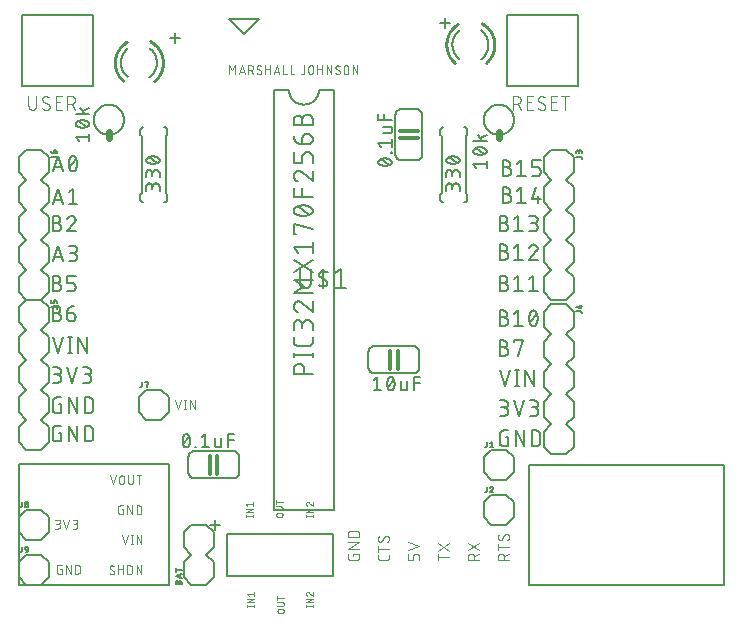
<source format=gbr>
G04 EAGLE Gerber RS-274X export*
G75*
%MOMM*%
%FSLAX34Y34*%
%LPD*%
%INSilkscreen Top*%
%IPPOS*%
%AMOC8*
5,1,8,0,0,1.08239X$1,22.5*%
G01*
%ADD10C,0.127000*%
%ADD11C,0.076200*%
%ADD12C,0.203200*%
%ADD13C,0.152400*%
%ADD14C,0.304800*%
%ADD15C,0.254000*%
%ADD16C,0.609600*%
%ADD17C,0.177800*%
%ADD18C,0.101600*%
%ADD19C,0.050800*%


D10*
X41275Y362585D02*
X45593Y375539D01*
X49911Y362585D01*
X48832Y365824D02*
X42355Y365824D01*
X54796Y369062D02*
X54799Y369317D01*
X54808Y369572D01*
X54823Y369826D01*
X54845Y370080D01*
X54872Y370333D01*
X54905Y370586D01*
X54945Y370838D01*
X54990Y371088D01*
X55041Y371338D01*
X55099Y371586D01*
X55162Y371833D01*
X55231Y372079D01*
X55306Y372322D01*
X55387Y372564D01*
X55473Y372804D01*
X55565Y373041D01*
X55663Y373277D01*
X55767Y373509D01*
X55876Y373740D01*
X55910Y373834D01*
X55948Y373926D01*
X55989Y374018D01*
X56034Y374107D01*
X56082Y374195D01*
X56133Y374281D01*
X56187Y374365D01*
X56245Y374447D01*
X56305Y374527D01*
X56369Y374604D01*
X56435Y374679D01*
X56504Y374751D01*
X56576Y374821D01*
X56651Y374888D01*
X56727Y374952D01*
X56807Y375013D01*
X56888Y375072D01*
X56972Y375127D01*
X57057Y375179D01*
X57145Y375227D01*
X57234Y375273D01*
X57325Y375315D01*
X57417Y375353D01*
X57511Y375388D01*
X57606Y375419D01*
X57702Y375447D01*
X57799Y375472D01*
X57897Y375492D01*
X57996Y375509D01*
X58095Y375522D01*
X58195Y375531D01*
X58295Y375537D01*
X58395Y375539D01*
X58495Y375537D01*
X58595Y375531D01*
X58695Y375522D01*
X58794Y375509D01*
X58893Y375492D01*
X58991Y375472D01*
X59088Y375447D01*
X59184Y375419D01*
X59279Y375388D01*
X59373Y375353D01*
X59465Y375315D01*
X59556Y375273D01*
X59645Y375227D01*
X59733Y375179D01*
X59818Y375127D01*
X59902Y375072D01*
X59983Y375013D01*
X60063Y374952D01*
X60139Y374888D01*
X60214Y374821D01*
X60286Y374751D01*
X60355Y374679D01*
X60421Y374604D01*
X60485Y374527D01*
X60545Y374447D01*
X60603Y374365D01*
X60657Y374281D01*
X60708Y374195D01*
X60756Y374107D01*
X60801Y374018D01*
X60842Y373926D01*
X60880Y373834D01*
X60914Y373740D01*
X60913Y373740D02*
X61022Y373509D01*
X61126Y373277D01*
X61224Y373041D01*
X61316Y372804D01*
X61402Y372564D01*
X61483Y372322D01*
X61558Y372079D01*
X61627Y371833D01*
X61690Y371586D01*
X61748Y371338D01*
X61799Y371088D01*
X61844Y370838D01*
X61884Y370586D01*
X61917Y370333D01*
X61944Y370080D01*
X61966Y369826D01*
X61981Y369572D01*
X61990Y369317D01*
X61993Y369062D01*
X54796Y369062D02*
X54799Y368807D01*
X54808Y368552D01*
X54823Y368298D01*
X54845Y368044D01*
X54872Y367791D01*
X54905Y367538D01*
X54945Y367286D01*
X54990Y367036D01*
X55041Y366786D01*
X55099Y366538D01*
X55162Y366291D01*
X55231Y366045D01*
X55306Y365802D01*
X55387Y365560D01*
X55473Y365320D01*
X55565Y365083D01*
X55663Y364848D01*
X55767Y364615D01*
X55875Y364384D01*
X55876Y364384D02*
X55910Y364290D01*
X55948Y364198D01*
X55989Y364106D01*
X56034Y364017D01*
X56082Y363929D01*
X56133Y363843D01*
X56187Y363759D01*
X56245Y363677D01*
X56305Y363597D01*
X56369Y363520D01*
X56435Y363445D01*
X56504Y363373D01*
X56576Y363303D01*
X56651Y363236D01*
X56727Y363172D01*
X56807Y363111D01*
X56888Y363052D01*
X56972Y362997D01*
X57057Y362945D01*
X57145Y362897D01*
X57234Y362851D01*
X57325Y362809D01*
X57417Y362771D01*
X57511Y362736D01*
X57606Y362705D01*
X57702Y362677D01*
X57799Y362652D01*
X57897Y362632D01*
X57996Y362615D01*
X58095Y362602D01*
X58195Y362593D01*
X58295Y362587D01*
X58395Y362585D01*
X60914Y364384D02*
X61022Y364615D01*
X61126Y364848D01*
X61224Y365083D01*
X61316Y365320D01*
X61402Y365560D01*
X61483Y365802D01*
X61558Y366045D01*
X61627Y366291D01*
X61690Y366538D01*
X61748Y366786D01*
X61799Y367036D01*
X61844Y367286D01*
X61884Y367538D01*
X61917Y367791D01*
X61944Y368044D01*
X61966Y368298D01*
X61981Y368552D01*
X61990Y368807D01*
X61993Y369062D01*
X60914Y364384D02*
X60880Y364290D01*
X60842Y364198D01*
X60801Y364106D01*
X60756Y364017D01*
X60708Y363929D01*
X60657Y363843D01*
X60603Y363759D01*
X60545Y363677D01*
X60485Y363597D01*
X60421Y363520D01*
X60355Y363445D01*
X60286Y363373D01*
X60214Y363303D01*
X60139Y363236D01*
X60063Y363172D01*
X59983Y363111D01*
X59902Y363052D01*
X59818Y362997D01*
X59733Y362945D01*
X59645Y362897D01*
X59556Y362851D01*
X59465Y362809D01*
X59373Y362771D01*
X59279Y362736D01*
X59184Y362705D01*
X59088Y362677D01*
X58991Y362652D01*
X58893Y362632D01*
X58794Y362615D01*
X58695Y362602D01*
X58595Y362593D01*
X58495Y362587D01*
X58395Y362585D01*
X55516Y365464D02*
X61273Y372660D01*
X45593Y347599D02*
X41275Y334645D01*
X49911Y334645D02*
X45593Y347599D01*
X48832Y337884D02*
X42355Y337884D01*
X54796Y344720D02*
X58395Y347599D01*
X58395Y334645D01*
X61993Y334645D02*
X54796Y334645D01*
X44873Y318982D02*
X41275Y318982D01*
X44873Y318981D02*
X44992Y318979D01*
X45111Y318973D01*
X45229Y318963D01*
X45348Y318950D01*
X45465Y318932D01*
X45582Y318910D01*
X45698Y318885D01*
X45814Y318856D01*
X45928Y318823D01*
X46041Y318786D01*
X46153Y318746D01*
X46264Y318701D01*
X46373Y318654D01*
X46480Y318602D01*
X46585Y318547D01*
X46689Y318489D01*
X46791Y318427D01*
X46890Y318362D01*
X46988Y318294D01*
X47083Y318222D01*
X47176Y318148D01*
X47266Y318070D01*
X47353Y317989D01*
X47438Y317906D01*
X47520Y317820D01*
X47599Y317731D01*
X47675Y317640D01*
X47748Y317546D01*
X47818Y317449D01*
X47885Y317351D01*
X47949Y317250D01*
X48009Y317148D01*
X48065Y317043D01*
X48118Y316936D01*
X48168Y316828D01*
X48214Y316719D01*
X48256Y316607D01*
X48295Y316495D01*
X48330Y316381D01*
X48361Y316266D01*
X48388Y316150D01*
X48412Y316034D01*
X48431Y315916D01*
X48447Y315799D01*
X48459Y315680D01*
X48467Y315561D01*
X48471Y315442D01*
X48471Y315324D01*
X48467Y315205D01*
X48459Y315086D01*
X48447Y314967D01*
X48431Y314850D01*
X48412Y314732D01*
X48388Y314616D01*
X48361Y314500D01*
X48330Y314385D01*
X48295Y314271D01*
X48256Y314159D01*
X48214Y314047D01*
X48168Y313938D01*
X48118Y313830D01*
X48065Y313723D01*
X48009Y313618D01*
X47949Y313516D01*
X47885Y313415D01*
X47818Y313317D01*
X47748Y313220D01*
X47675Y313126D01*
X47599Y313035D01*
X47520Y312946D01*
X47438Y312860D01*
X47353Y312777D01*
X47266Y312696D01*
X47176Y312618D01*
X47083Y312544D01*
X46988Y312472D01*
X46890Y312404D01*
X46791Y312339D01*
X46689Y312277D01*
X46585Y312219D01*
X46480Y312164D01*
X46373Y312112D01*
X46264Y312065D01*
X46153Y312020D01*
X46041Y311980D01*
X45928Y311943D01*
X45814Y311910D01*
X45698Y311881D01*
X45582Y311856D01*
X45465Y311834D01*
X45348Y311816D01*
X45229Y311803D01*
X45111Y311793D01*
X44992Y311787D01*
X44873Y311785D01*
X41275Y311785D01*
X41275Y324739D01*
X44873Y324739D01*
X44979Y324737D01*
X45086Y324731D01*
X45192Y324721D01*
X45297Y324708D01*
X45402Y324690D01*
X45506Y324668D01*
X45610Y324643D01*
X45712Y324614D01*
X45813Y324581D01*
X45913Y324545D01*
X46012Y324504D01*
X46108Y324460D01*
X46204Y324413D01*
X46297Y324362D01*
X46389Y324308D01*
X46478Y324250D01*
X46565Y324189D01*
X46650Y324125D01*
X46733Y324058D01*
X46813Y323988D01*
X46890Y323914D01*
X46964Y323839D01*
X47036Y323760D01*
X47105Y323679D01*
X47170Y323595D01*
X47233Y323509D01*
X47292Y323421D01*
X47348Y323330D01*
X47401Y323238D01*
X47450Y323143D01*
X47496Y323047D01*
X47538Y322949D01*
X47576Y322850D01*
X47611Y322750D01*
X47642Y322648D01*
X47669Y322545D01*
X47693Y322441D01*
X47712Y322337D01*
X47728Y322231D01*
X47740Y322126D01*
X47748Y322020D01*
X47752Y321913D01*
X47752Y321807D01*
X47748Y321700D01*
X47740Y321594D01*
X47728Y321489D01*
X47712Y321383D01*
X47693Y321279D01*
X47669Y321175D01*
X47642Y321072D01*
X47611Y320970D01*
X47576Y320870D01*
X47538Y320771D01*
X47496Y320673D01*
X47450Y320577D01*
X47401Y320482D01*
X47348Y320390D01*
X47292Y320299D01*
X47233Y320211D01*
X47170Y320125D01*
X47105Y320041D01*
X47036Y319960D01*
X46964Y319881D01*
X46890Y319806D01*
X46813Y319732D01*
X46733Y319662D01*
X46650Y319595D01*
X46565Y319531D01*
X46478Y319470D01*
X46389Y319412D01*
X46297Y319358D01*
X46204Y319307D01*
X46108Y319260D01*
X46012Y319216D01*
X45913Y319175D01*
X45813Y319139D01*
X45712Y319106D01*
X45610Y319077D01*
X45506Y319052D01*
X45402Y319030D01*
X45297Y319012D01*
X45192Y318999D01*
X45086Y318989D01*
X44979Y318983D01*
X44873Y318981D01*
X57407Y324740D02*
X57520Y324738D01*
X57633Y324732D01*
X57746Y324722D01*
X57858Y324708D01*
X57969Y324691D01*
X58080Y324669D01*
X58191Y324644D01*
X58300Y324615D01*
X58408Y324581D01*
X58515Y324545D01*
X58620Y324504D01*
X58724Y324460D01*
X58827Y324412D01*
X58928Y324361D01*
X59027Y324306D01*
X59123Y324248D01*
X59218Y324186D01*
X59311Y324121D01*
X59401Y324053D01*
X59489Y323982D01*
X59574Y323908D01*
X59657Y323831D01*
X59737Y323751D01*
X59814Y323668D01*
X59888Y323583D01*
X59959Y323495D01*
X60027Y323405D01*
X60092Y323312D01*
X60154Y323217D01*
X60212Y323121D01*
X60267Y323022D01*
X60318Y322921D01*
X60366Y322818D01*
X60410Y322714D01*
X60451Y322609D01*
X60487Y322502D01*
X60521Y322394D01*
X60550Y322285D01*
X60575Y322174D01*
X60597Y322063D01*
X60614Y321952D01*
X60628Y321840D01*
X60638Y321727D01*
X60644Y321614D01*
X60646Y321501D01*
X57407Y324739D02*
X57279Y324737D01*
X57152Y324731D01*
X57025Y324721D01*
X56898Y324708D01*
X56771Y324690D01*
X56646Y324669D01*
X56520Y324643D01*
X56396Y324614D01*
X56273Y324581D01*
X56151Y324545D01*
X56030Y324504D01*
X55910Y324460D01*
X55791Y324413D01*
X55675Y324361D01*
X55559Y324306D01*
X55446Y324248D01*
X55334Y324186D01*
X55225Y324121D01*
X55117Y324052D01*
X55012Y323980D01*
X54908Y323905D01*
X54807Y323827D01*
X54709Y323746D01*
X54613Y323662D01*
X54520Y323574D01*
X54429Y323484D01*
X54342Y323392D01*
X54257Y323296D01*
X54175Y323199D01*
X54096Y323098D01*
X54020Y322995D01*
X53948Y322890D01*
X53878Y322783D01*
X53812Y322674D01*
X53750Y322563D01*
X53691Y322450D01*
X53635Y322335D01*
X53583Y322218D01*
X53534Y322100D01*
X53490Y321981D01*
X53448Y321860D01*
X59566Y318982D02*
X59649Y319065D01*
X59730Y319150D01*
X59808Y319238D01*
X59883Y319328D01*
X59954Y319421D01*
X60023Y319516D01*
X60088Y319614D01*
X60150Y319713D01*
X60209Y319815D01*
X60264Y319919D01*
X60316Y320024D01*
X60364Y320131D01*
X60408Y320240D01*
X60449Y320350D01*
X60486Y320461D01*
X60519Y320574D01*
X60548Y320687D01*
X60574Y320802D01*
X60596Y320917D01*
X60613Y321033D01*
X60627Y321150D01*
X60637Y321266D01*
X60643Y321384D01*
X60645Y321501D01*
X59566Y318982D02*
X53449Y311785D01*
X60646Y311785D01*
X45593Y299339D02*
X41275Y286385D01*
X49911Y286385D02*
X45593Y299339D01*
X48832Y289624D02*
X42355Y289624D01*
X54796Y286385D02*
X58395Y286385D01*
X58514Y286387D01*
X58633Y286393D01*
X58751Y286403D01*
X58870Y286416D01*
X58987Y286434D01*
X59104Y286456D01*
X59220Y286481D01*
X59336Y286510D01*
X59450Y286543D01*
X59563Y286580D01*
X59675Y286620D01*
X59786Y286665D01*
X59895Y286712D01*
X60002Y286764D01*
X60107Y286819D01*
X60211Y286877D01*
X60313Y286939D01*
X60412Y287004D01*
X60510Y287072D01*
X60605Y287144D01*
X60698Y287218D01*
X60788Y287296D01*
X60875Y287377D01*
X60960Y287460D01*
X61042Y287546D01*
X61121Y287635D01*
X61197Y287726D01*
X61270Y287820D01*
X61340Y287917D01*
X61407Y288015D01*
X61471Y288116D01*
X61531Y288218D01*
X61587Y288323D01*
X61640Y288430D01*
X61690Y288538D01*
X61736Y288647D01*
X61778Y288759D01*
X61817Y288871D01*
X61852Y288985D01*
X61883Y289100D01*
X61910Y289216D01*
X61934Y289332D01*
X61953Y289450D01*
X61969Y289567D01*
X61981Y289686D01*
X61989Y289805D01*
X61993Y289924D01*
X61993Y290042D01*
X61989Y290161D01*
X61981Y290280D01*
X61969Y290399D01*
X61953Y290516D01*
X61934Y290634D01*
X61910Y290750D01*
X61883Y290866D01*
X61852Y290981D01*
X61817Y291095D01*
X61778Y291207D01*
X61736Y291319D01*
X61690Y291428D01*
X61640Y291536D01*
X61587Y291643D01*
X61531Y291748D01*
X61471Y291850D01*
X61407Y291951D01*
X61340Y292049D01*
X61270Y292146D01*
X61197Y292240D01*
X61121Y292331D01*
X61042Y292420D01*
X60960Y292506D01*
X60875Y292589D01*
X60788Y292670D01*
X60698Y292748D01*
X60605Y292822D01*
X60510Y292894D01*
X60412Y292962D01*
X60313Y293027D01*
X60211Y293089D01*
X60107Y293147D01*
X60002Y293202D01*
X59895Y293254D01*
X59786Y293301D01*
X59675Y293346D01*
X59563Y293386D01*
X59450Y293423D01*
X59336Y293456D01*
X59220Y293485D01*
X59104Y293510D01*
X58987Y293532D01*
X58870Y293550D01*
X58751Y293563D01*
X58633Y293573D01*
X58514Y293579D01*
X58395Y293581D01*
X59114Y299339D02*
X54796Y299339D01*
X59114Y299339D02*
X59220Y299337D01*
X59327Y299331D01*
X59433Y299321D01*
X59538Y299308D01*
X59643Y299290D01*
X59747Y299268D01*
X59851Y299243D01*
X59953Y299214D01*
X60054Y299181D01*
X60154Y299145D01*
X60253Y299104D01*
X60349Y299060D01*
X60445Y299013D01*
X60538Y298962D01*
X60630Y298908D01*
X60719Y298850D01*
X60806Y298789D01*
X60891Y298725D01*
X60974Y298658D01*
X61054Y298588D01*
X61131Y298514D01*
X61205Y298439D01*
X61277Y298360D01*
X61346Y298279D01*
X61411Y298195D01*
X61474Y298109D01*
X61533Y298021D01*
X61589Y297930D01*
X61642Y297838D01*
X61691Y297743D01*
X61737Y297647D01*
X61779Y297549D01*
X61817Y297450D01*
X61852Y297350D01*
X61883Y297248D01*
X61910Y297145D01*
X61934Y297041D01*
X61953Y296937D01*
X61969Y296831D01*
X61981Y296726D01*
X61989Y296620D01*
X61993Y296513D01*
X61993Y296407D01*
X61989Y296300D01*
X61981Y296194D01*
X61969Y296089D01*
X61953Y295983D01*
X61934Y295879D01*
X61910Y295775D01*
X61883Y295672D01*
X61852Y295570D01*
X61817Y295470D01*
X61779Y295371D01*
X61737Y295273D01*
X61691Y295177D01*
X61642Y295082D01*
X61589Y294990D01*
X61533Y294899D01*
X61474Y294811D01*
X61411Y294725D01*
X61346Y294641D01*
X61277Y294560D01*
X61205Y294481D01*
X61131Y294406D01*
X61054Y294332D01*
X60974Y294262D01*
X60891Y294195D01*
X60806Y294131D01*
X60719Y294070D01*
X60630Y294012D01*
X60538Y293958D01*
X60445Y293907D01*
X60349Y293860D01*
X60253Y293816D01*
X60154Y293775D01*
X60054Y293739D01*
X59953Y293706D01*
X59851Y293677D01*
X59747Y293652D01*
X59643Y293630D01*
X59538Y293612D01*
X59433Y293599D01*
X59327Y293589D01*
X59220Y293583D01*
X59114Y293581D01*
X59114Y293582D02*
X56236Y293582D01*
X44873Y268182D02*
X41275Y268182D01*
X44873Y268181D02*
X44992Y268179D01*
X45111Y268173D01*
X45229Y268163D01*
X45348Y268150D01*
X45465Y268132D01*
X45582Y268110D01*
X45698Y268085D01*
X45814Y268056D01*
X45928Y268023D01*
X46041Y267986D01*
X46153Y267946D01*
X46264Y267901D01*
X46373Y267854D01*
X46480Y267802D01*
X46585Y267747D01*
X46689Y267689D01*
X46791Y267627D01*
X46890Y267562D01*
X46988Y267494D01*
X47083Y267422D01*
X47176Y267348D01*
X47266Y267270D01*
X47353Y267189D01*
X47438Y267106D01*
X47520Y267020D01*
X47599Y266931D01*
X47675Y266840D01*
X47748Y266746D01*
X47818Y266649D01*
X47885Y266551D01*
X47949Y266450D01*
X48009Y266348D01*
X48065Y266243D01*
X48118Y266136D01*
X48168Y266028D01*
X48214Y265919D01*
X48256Y265807D01*
X48295Y265695D01*
X48330Y265581D01*
X48361Y265466D01*
X48388Y265350D01*
X48412Y265234D01*
X48431Y265116D01*
X48447Y264999D01*
X48459Y264880D01*
X48467Y264761D01*
X48471Y264642D01*
X48471Y264524D01*
X48467Y264405D01*
X48459Y264286D01*
X48447Y264167D01*
X48431Y264050D01*
X48412Y263932D01*
X48388Y263816D01*
X48361Y263700D01*
X48330Y263585D01*
X48295Y263471D01*
X48256Y263359D01*
X48214Y263247D01*
X48168Y263138D01*
X48118Y263030D01*
X48065Y262923D01*
X48009Y262818D01*
X47949Y262716D01*
X47885Y262615D01*
X47818Y262517D01*
X47748Y262420D01*
X47675Y262326D01*
X47599Y262235D01*
X47520Y262146D01*
X47438Y262060D01*
X47353Y261977D01*
X47266Y261896D01*
X47176Y261818D01*
X47083Y261744D01*
X46988Y261672D01*
X46890Y261604D01*
X46791Y261539D01*
X46689Y261477D01*
X46585Y261419D01*
X46480Y261364D01*
X46373Y261312D01*
X46264Y261265D01*
X46153Y261220D01*
X46041Y261180D01*
X45928Y261143D01*
X45814Y261110D01*
X45698Y261081D01*
X45582Y261056D01*
X45465Y261034D01*
X45348Y261016D01*
X45229Y261003D01*
X45111Y260993D01*
X44992Y260987D01*
X44873Y260985D01*
X41275Y260985D01*
X41275Y273939D01*
X44873Y273939D01*
X44979Y273937D01*
X45086Y273931D01*
X45192Y273921D01*
X45297Y273908D01*
X45402Y273890D01*
X45506Y273868D01*
X45610Y273843D01*
X45712Y273814D01*
X45813Y273781D01*
X45913Y273745D01*
X46012Y273704D01*
X46108Y273660D01*
X46204Y273613D01*
X46297Y273562D01*
X46389Y273508D01*
X46478Y273450D01*
X46565Y273389D01*
X46650Y273325D01*
X46733Y273258D01*
X46813Y273188D01*
X46890Y273114D01*
X46964Y273039D01*
X47036Y272960D01*
X47105Y272879D01*
X47170Y272795D01*
X47233Y272709D01*
X47292Y272621D01*
X47348Y272530D01*
X47401Y272438D01*
X47450Y272343D01*
X47496Y272247D01*
X47538Y272149D01*
X47576Y272050D01*
X47611Y271950D01*
X47642Y271848D01*
X47669Y271745D01*
X47693Y271641D01*
X47712Y271537D01*
X47728Y271431D01*
X47740Y271326D01*
X47748Y271220D01*
X47752Y271113D01*
X47752Y271007D01*
X47748Y270900D01*
X47740Y270794D01*
X47728Y270689D01*
X47712Y270583D01*
X47693Y270479D01*
X47669Y270375D01*
X47642Y270272D01*
X47611Y270170D01*
X47576Y270070D01*
X47538Y269971D01*
X47496Y269873D01*
X47450Y269777D01*
X47401Y269682D01*
X47348Y269590D01*
X47292Y269499D01*
X47233Y269411D01*
X47170Y269325D01*
X47105Y269241D01*
X47036Y269160D01*
X46964Y269081D01*
X46890Y269006D01*
X46813Y268932D01*
X46733Y268862D01*
X46650Y268795D01*
X46565Y268731D01*
X46478Y268670D01*
X46389Y268612D01*
X46297Y268558D01*
X46204Y268507D01*
X46108Y268460D01*
X46012Y268416D01*
X45913Y268375D01*
X45813Y268339D01*
X45712Y268306D01*
X45610Y268277D01*
X45506Y268252D01*
X45402Y268230D01*
X45297Y268212D01*
X45192Y268199D01*
X45086Y268189D01*
X44979Y268183D01*
X44873Y268181D01*
X53449Y260985D02*
X57767Y260985D01*
X57872Y260987D01*
X57977Y260993D01*
X58082Y261002D01*
X58186Y261016D01*
X58290Y261033D01*
X58393Y261054D01*
X58495Y261079D01*
X58596Y261107D01*
X58697Y261139D01*
X58795Y261175D01*
X58893Y261214D01*
X58989Y261257D01*
X59083Y261304D01*
X59176Y261353D01*
X59267Y261407D01*
X59356Y261463D01*
X59442Y261523D01*
X59527Y261585D01*
X59609Y261651D01*
X59688Y261720D01*
X59765Y261791D01*
X59840Y261866D01*
X59911Y261943D01*
X59980Y262022D01*
X60046Y262104D01*
X60108Y262189D01*
X60168Y262275D01*
X60225Y262364D01*
X60278Y262455D01*
X60327Y262548D01*
X60374Y262642D01*
X60417Y262738D01*
X60456Y262836D01*
X60492Y262934D01*
X60524Y263035D01*
X60552Y263136D01*
X60577Y263238D01*
X60598Y263341D01*
X60615Y263445D01*
X60629Y263549D01*
X60638Y263654D01*
X60644Y263759D01*
X60646Y263864D01*
X60646Y265303D01*
X60644Y265408D01*
X60638Y265513D01*
X60629Y265618D01*
X60615Y265722D01*
X60598Y265826D01*
X60577Y265929D01*
X60552Y266031D01*
X60524Y266132D01*
X60492Y266233D01*
X60456Y266331D01*
X60417Y266429D01*
X60374Y266525D01*
X60327Y266619D01*
X60278Y266712D01*
X60224Y266803D01*
X60168Y266892D01*
X60108Y266978D01*
X60046Y267063D01*
X59980Y267145D01*
X59911Y267224D01*
X59840Y267301D01*
X59765Y267376D01*
X59688Y267447D01*
X59609Y267516D01*
X59527Y267582D01*
X59442Y267644D01*
X59356Y267704D01*
X59267Y267760D01*
X59176Y267814D01*
X59083Y267863D01*
X58989Y267910D01*
X58893Y267953D01*
X58795Y267992D01*
X58697Y268028D01*
X58596Y268060D01*
X58495Y268088D01*
X58393Y268113D01*
X58290Y268134D01*
X58186Y268151D01*
X58082Y268165D01*
X57977Y268174D01*
X57872Y268180D01*
X57767Y268182D01*
X53449Y268182D01*
X53449Y273939D01*
X60646Y273939D01*
X44873Y242782D02*
X41275Y242782D01*
X44873Y242781D02*
X44992Y242779D01*
X45111Y242773D01*
X45229Y242763D01*
X45348Y242750D01*
X45465Y242732D01*
X45582Y242710D01*
X45698Y242685D01*
X45814Y242656D01*
X45928Y242623D01*
X46041Y242586D01*
X46153Y242546D01*
X46264Y242501D01*
X46373Y242454D01*
X46480Y242402D01*
X46585Y242347D01*
X46689Y242289D01*
X46791Y242227D01*
X46890Y242162D01*
X46988Y242094D01*
X47083Y242022D01*
X47176Y241948D01*
X47266Y241870D01*
X47353Y241789D01*
X47438Y241706D01*
X47520Y241620D01*
X47599Y241531D01*
X47675Y241440D01*
X47748Y241346D01*
X47818Y241249D01*
X47885Y241151D01*
X47949Y241050D01*
X48009Y240948D01*
X48065Y240843D01*
X48118Y240736D01*
X48168Y240628D01*
X48214Y240519D01*
X48256Y240407D01*
X48295Y240295D01*
X48330Y240181D01*
X48361Y240066D01*
X48388Y239950D01*
X48412Y239834D01*
X48431Y239716D01*
X48447Y239599D01*
X48459Y239480D01*
X48467Y239361D01*
X48471Y239242D01*
X48471Y239124D01*
X48467Y239005D01*
X48459Y238886D01*
X48447Y238767D01*
X48431Y238650D01*
X48412Y238532D01*
X48388Y238416D01*
X48361Y238300D01*
X48330Y238185D01*
X48295Y238071D01*
X48256Y237959D01*
X48214Y237847D01*
X48168Y237738D01*
X48118Y237630D01*
X48065Y237523D01*
X48009Y237418D01*
X47949Y237316D01*
X47885Y237215D01*
X47818Y237117D01*
X47748Y237020D01*
X47675Y236926D01*
X47599Y236835D01*
X47520Y236746D01*
X47438Y236660D01*
X47353Y236577D01*
X47266Y236496D01*
X47176Y236418D01*
X47083Y236344D01*
X46988Y236272D01*
X46890Y236204D01*
X46791Y236139D01*
X46689Y236077D01*
X46585Y236019D01*
X46480Y235964D01*
X46373Y235912D01*
X46264Y235865D01*
X46153Y235820D01*
X46041Y235780D01*
X45928Y235743D01*
X45814Y235710D01*
X45698Y235681D01*
X45582Y235656D01*
X45465Y235634D01*
X45348Y235616D01*
X45229Y235603D01*
X45111Y235593D01*
X44992Y235587D01*
X44873Y235585D01*
X41275Y235585D01*
X41275Y248539D01*
X44873Y248539D01*
X44979Y248537D01*
X45086Y248531D01*
X45192Y248521D01*
X45297Y248508D01*
X45402Y248490D01*
X45506Y248468D01*
X45610Y248443D01*
X45712Y248414D01*
X45813Y248381D01*
X45913Y248345D01*
X46012Y248304D01*
X46108Y248260D01*
X46204Y248213D01*
X46297Y248162D01*
X46389Y248108D01*
X46478Y248050D01*
X46565Y247989D01*
X46650Y247925D01*
X46733Y247858D01*
X46813Y247788D01*
X46890Y247714D01*
X46964Y247639D01*
X47036Y247560D01*
X47105Y247479D01*
X47170Y247395D01*
X47233Y247309D01*
X47292Y247221D01*
X47348Y247130D01*
X47401Y247038D01*
X47450Y246943D01*
X47496Y246847D01*
X47538Y246749D01*
X47576Y246650D01*
X47611Y246550D01*
X47642Y246448D01*
X47669Y246345D01*
X47693Y246241D01*
X47712Y246137D01*
X47728Y246031D01*
X47740Y245926D01*
X47748Y245820D01*
X47752Y245713D01*
X47752Y245607D01*
X47748Y245500D01*
X47740Y245394D01*
X47728Y245289D01*
X47712Y245183D01*
X47693Y245079D01*
X47669Y244975D01*
X47642Y244872D01*
X47611Y244770D01*
X47576Y244670D01*
X47538Y244571D01*
X47496Y244473D01*
X47450Y244377D01*
X47401Y244282D01*
X47348Y244190D01*
X47292Y244099D01*
X47233Y244011D01*
X47170Y243925D01*
X47105Y243841D01*
X47036Y243760D01*
X46964Y243681D01*
X46890Y243606D01*
X46813Y243532D01*
X46733Y243462D01*
X46650Y243395D01*
X46565Y243331D01*
X46478Y243270D01*
X46389Y243212D01*
X46297Y243158D01*
X46204Y243107D01*
X46108Y243060D01*
X46012Y243016D01*
X45913Y242975D01*
X45813Y242939D01*
X45712Y242906D01*
X45610Y242877D01*
X45506Y242852D01*
X45402Y242830D01*
X45297Y242812D01*
X45192Y242799D01*
X45086Y242789D01*
X44979Y242783D01*
X44873Y242781D01*
X53449Y242782D02*
X57767Y242782D01*
X57872Y242780D01*
X57977Y242774D01*
X58082Y242765D01*
X58186Y242751D01*
X58290Y242734D01*
X58393Y242713D01*
X58495Y242688D01*
X58596Y242660D01*
X58697Y242628D01*
X58795Y242592D01*
X58893Y242553D01*
X58989Y242510D01*
X59083Y242463D01*
X59176Y242414D01*
X59267Y242360D01*
X59356Y242304D01*
X59442Y242244D01*
X59527Y242182D01*
X59609Y242116D01*
X59688Y242047D01*
X59765Y241976D01*
X59840Y241901D01*
X59911Y241824D01*
X59980Y241745D01*
X60046Y241663D01*
X60108Y241578D01*
X60168Y241492D01*
X60224Y241403D01*
X60278Y241312D01*
X60327Y241219D01*
X60374Y241125D01*
X60417Y241029D01*
X60456Y240931D01*
X60492Y240833D01*
X60524Y240732D01*
X60552Y240631D01*
X60577Y240529D01*
X60598Y240426D01*
X60615Y240322D01*
X60629Y240218D01*
X60638Y240113D01*
X60644Y240008D01*
X60646Y239903D01*
X60646Y239183D01*
X60644Y239064D01*
X60638Y238945D01*
X60628Y238827D01*
X60615Y238708D01*
X60597Y238591D01*
X60575Y238474D01*
X60550Y238358D01*
X60521Y238242D01*
X60488Y238128D01*
X60451Y238015D01*
X60411Y237903D01*
X60366Y237792D01*
X60319Y237683D01*
X60267Y237576D01*
X60212Y237471D01*
X60154Y237367D01*
X60092Y237265D01*
X60027Y237166D01*
X59959Y237068D01*
X59887Y236973D01*
X59813Y236880D01*
X59735Y236790D01*
X59654Y236703D01*
X59571Y236618D01*
X59485Y236536D01*
X59396Y236457D01*
X59305Y236381D01*
X59211Y236308D01*
X59114Y236238D01*
X59016Y236171D01*
X58915Y236107D01*
X58813Y236047D01*
X58708Y235991D01*
X58601Y235938D01*
X58493Y235888D01*
X58384Y235842D01*
X58272Y235800D01*
X58160Y235761D01*
X58046Y235726D01*
X57931Y235695D01*
X57815Y235668D01*
X57699Y235644D01*
X57581Y235625D01*
X57464Y235609D01*
X57345Y235597D01*
X57226Y235589D01*
X57107Y235585D01*
X56989Y235585D01*
X56870Y235589D01*
X56751Y235597D01*
X56632Y235609D01*
X56515Y235625D01*
X56397Y235644D01*
X56281Y235668D01*
X56165Y235695D01*
X56050Y235726D01*
X55936Y235761D01*
X55824Y235800D01*
X55712Y235842D01*
X55603Y235888D01*
X55495Y235938D01*
X55388Y235991D01*
X55283Y236047D01*
X55181Y236107D01*
X55080Y236171D01*
X54982Y236238D01*
X54885Y236308D01*
X54791Y236381D01*
X54700Y236457D01*
X54611Y236536D01*
X54525Y236618D01*
X54442Y236703D01*
X54361Y236790D01*
X54283Y236880D01*
X54209Y236973D01*
X54137Y237068D01*
X54069Y237166D01*
X54004Y237265D01*
X53942Y237367D01*
X53884Y237471D01*
X53829Y237576D01*
X53777Y237683D01*
X53730Y237792D01*
X53685Y237903D01*
X53645Y238015D01*
X53608Y238128D01*
X53575Y238242D01*
X53546Y238358D01*
X53521Y238474D01*
X53499Y238591D01*
X53481Y238708D01*
X53468Y238827D01*
X53458Y238945D01*
X53452Y239064D01*
X53450Y239183D01*
X53449Y239183D02*
X53449Y242782D01*
X53450Y242782D02*
X53452Y242933D01*
X53458Y243083D01*
X53468Y243234D01*
X53482Y243384D01*
X53499Y243533D01*
X53521Y243683D01*
X53546Y243831D01*
X53576Y243979D01*
X53609Y244126D01*
X53646Y244272D01*
X53687Y244417D01*
X53732Y244561D01*
X53780Y244704D01*
X53832Y244845D01*
X53888Y244985D01*
X53948Y245124D01*
X54011Y245260D01*
X54077Y245396D01*
X54148Y245529D01*
X54221Y245660D01*
X54298Y245790D01*
X54379Y245917D01*
X54462Y246043D01*
X54549Y246166D01*
X54640Y246287D01*
X54733Y246405D01*
X54829Y246521D01*
X54929Y246634D01*
X55031Y246745D01*
X55136Y246853D01*
X55244Y246958D01*
X55355Y247060D01*
X55468Y247160D01*
X55584Y247256D01*
X55702Y247349D01*
X55823Y247439D01*
X55946Y247526D01*
X56071Y247610D01*
X56199Y247691D01*
X56328Y247768D01*
X56460Y247841D01*
X56593Y247912D01*
X56729Y247978D01*
X56865Y248041D01*
X57004Y248101D01*
X57144Y248157D01*
X57285Y248209D01*
X57428Y248257D01*
X57572Y248302D01*
X57717Y248343D01*
X57863Y248380D01*
X58010Y248413D01*
X58158Y248443D01*
X58306Y248468D01*
X58456Y248490D01*
X58605Y248507D01*
X58755Y248521D01*
X58906Y248531D01*
X59056Y248537D01*
X59207Y248539D01*
X41275Y221869D02*
X45593Y208915D01*
X49911Y221869D01*
X55834Y221869D02*
X55834Y208915D01*
X54395Y208915D02*
X57274Y208915D01*
X57274Y221869D02*
X54395Y221869D01*
X62904Y221869D02*
X62904Y208915D01*
X70101Y208915D02*
X62904Y221869D01*
X70101Y221869D02*
X70101Y208915D01*
X44873Y183515D02*
X41275Y183515D01*
X44873Y183515D02*
X44992Y183517D01*
X45111Y183523D01*
X45229Y183533D01*
X45348Y183546D01*
X45465Y183564D01*
X45582Y183586D01*
X45698Y183611D01*
X45814Y183640D01*
X45928Y183673D01*
X46041Y183710D01*
X46153Y183750D01*
X46264Y183795D01*
X46373Y183842D01*
X46480Y183894D01*
X46585Y183949D01*
X46689Y184007D01*
X46791Y184069D01*
X46890Y184134D01*
X46988Y184202D01*
X47083Y184274D01*
X47176Y184348D01*
X47266Y184426D01*
X47353Y184507D01*
X47438Y184590D01*
X47520Y184676D01*
X47599Y184765D01*
X47675Y184856D01*
X47748Y184950D01*
X47818Y185047D01*
X47885Y185145D01*
X47949Y185246D01*
X48009Y185348D01*
X48065Y185453D01*
X48118Y185560D01*
X48168Y185668D01*
X48214Y185777D01*
X48256Y185889D01*
X48295Y186001D01*
X48330Y186115D01*
X48361Y186230D01*
X48388Y186346D01*
X48412Y186462D01*
X48431Y186580D01*
X48447Y186697D01*
X48459Y186816D01*
X48467Y186935D01*
X48471Y187054D01*
X48471Y187172D01*
X48467Y187291D01*
X48459Y187410D01*
X48447Y187529D01*
X48431Y187646D01*
X48412Y187764D01*
X48388Y187880D01*
X48361Y187996D01*
X48330Y188111D01*
X48295Y188225D01*
X48256Y188337D01*
X48214Y188449D01*
X48168Y188558D01*
X48118Y188666D01*
X48065Y188773D01*
X48009Y188878D01*
X47949Y188980D01*
X47885Y189081D01*
X47818Y189179D01*
X47748Y189276D01*
X47675Y189370D01*
X47599Y189461D01*
X47520Y189550D01*
X47438Y189636D01*
X47353Y189719D01*
X47266Y189800D01*
X47176Y189878D01*
X47083Y189952D01*
X46988Y190024D01*
X46890Y190092D01*
X46791Y190157D01*
X46689Y190219D01*
X46585Y190277D01*
X46480Y190332D01*
X46373Y190384D01*
X46264Y190431D01*
X46153Y190476D01*
X46041Y190516D01*
X45928Y190553D01*
X45814Y190586D01*
X45698Y190615D01*
X45582Y190640D01*
X45465Y190662D01*
X45348Y190680D01*
X45229Y190693D01*
X45111Y190703D01*
X44992Y190709D01*
X44873Y190711D01*
X45593Y196469D02*
X41275Y196469D01*
X45593Y196469D02*
X45699Y196467D01*
X45806Y196461D01*
X45912Y196451D01*
X46017Y196438D01*
X46122Y196420D01*
X46226Y196398D01*
X46330Y196373D01*
X46432Y196344D01*
X46533Y196311D01*
X46633Y196275D01*
X46732Y196234D01*
X46828Y196190D01*
X46924Y196143D01*
X47017Y196092D01*
X47109Y196038D01*
X47198Y195980D01*
X47285Y195919D01*
X47370Y195855D01*
X47453Y195788D01*
X47533Y195718D01*
X47610Y195644D01*
X47684Y195569D01*
X47756Y195490D01*
X47825Y195409D01*
X47890Y195325D01*
X47953Y195239D01*
X48012Y195151D01*
X48068Y195060D01*
X48121Y194968D01*
X48170Y194873D01*
X48216Y194777D01*
X48258Y194679D01*
X48296Y194580D01*
X48331Y194480D01*
X48362Y194378D01*
X48389Y194275D01*
X48413Y194171D01*
X48432Y194067D01*
X48448Y193961D01*
X48460Y193856D01*
X48468Y193750D01*
X48472Y193643D01*
X48472Y193537D01*
X48468Y193430D01*
X48460Y193324D01*
X48448Y193219D01*
X48432Y193113D01*
X48413Y193009D01*
X48389Y192905D01*
X48362Y192802D01*
X48331Y192700D01*
X48296Y192600D01*
X48258Y192501D01*
X48216Y192403D01*
X48170Y192307D01*
X48121Y192212D01*
X48068Y192120D01*
X48012Y192029D01*
X47953Y191941D01*
X47890Y191855D01*
X47825Y191771D01*
X47756Y191690D01*
X47684Y191611D01*
X47610Y191536D01*
X47533Y191462D01*
X47453Y191392D01*
X47370Y191325D01*
X47285Y191261D01*
X47198Y191200D01*
X47109Y191142D01*
X47017Y191088D01*
X46924Y191037D01*
X46828Y190990D01*
X46732Y190946D01*
X46633Y190905D01*
X46533Y190869D01*
X46432Y190836D01*
X46330Y190807D01*
X46226Y190782D01*
X46122Y190760D01*
X46017Y190742D01*
X45912Y190729D01*
X45806Y190719D01*
X45699Y190713D01*
X45593Y190711D01*
X45593Y190712D02*
X42714Y190712D01*
X53357Y196469D02*
X57675Y183515D01*
X61993Y196469D01*
X66878Y183515D02*
X70476Y183515D01*
X70595Y183517D01*
X70714Y183523D01*
X70832Y183533D01*
X70951Y183546D01*
X71068Y183564D01*
X71185Y183586D01*
X71301Y183611D01*
X71417Y183640D01*
X71531Y183673D01*
X71644Y183710D01*
X71756Y183750D01*
X71867Y183795D01*
X71976Y183842D01*
X72083Y183894D01*
X72188Y183949D01*
X72292Y184007D01*
X72394Y184069D01*
X72493Y184134D01*
X72591Y184202D01*
X72686Y184274D01*
X72779Y184348D01*
X72869Y184426D01*
X72956Y184507D01*
X73041Y184590D01*
X73123Y184676D01*
X73202Y184765D01*
X73278Y184856D01*
X73351Y184950D01*
X73421Y185047D01*
X73488Y185145D01*
X73552Y185246D01*
X73612Y185348D01*
X73668Y185453D01*
X73721Y185560D01*
X73771Y185668D01*
X73817Y185777D01*
X73859Y185889D01*
X73898Y186001D01*
X73933Y186115D01*
X73964Y186230D01*
X73991Y186346D01*
X74015Y186462D01*
X74034Y186580D01*
X74050Y186697D01*
X74062Y186816D01*
X74070Y186935D01*
X74074Y187054D01*
X74074Y187172D01*
X74070Y187291D01*
X74062Y187410D01*
X74050Y187529D01*
X74034Y187646D01*
X74015Y187764D01*
X73991Y187880D01*
X73964Y187996D01*
X73933Y188111D01*
X73898Y188225D01*
X73859Y188337D01*
X73817Y188449D01*
X73771Y188558D01*
X73721Y188666D01*
X73668Y188773D01*
X73612Y188878D01*
X73552Y188980D01*
X73488Y189081D01*
X73421Y189179D01*
X73351Y189276D01*
X73278Y189370D01*
X73202Y189461D01*
X73123Y189550D01*
X73041Y189636D01*
X72956Y189719D01*
X72869Y189800D01*
X72779Y189878D01*
X72686Y189952D01*
X72591Y190024D01*
X72493Y190092D01*
X72394Y190157D01*
X72292Y190219D01*
X72188Y190277D01*
X72083Y190332D01*
X71976Y190384D01*
X71867Y190431D01*
X71756Y190476D01*
X71644Y190516D01*
X71531Y190553D01*
X71417Y190586D01*
X71301Y190615D01*
X71185Y190640D01*
X71068Y190662D01*
X70951Y190680D01*
X70832Y190693D01*
X70714Y190703D01*
X70595Y190709D01*
X70476Y190711D01*
X71196Y196469D02*
X66878Y196469D01*
X71196Y196469D02*
X71302Y196467D01*
X71409Y196461D01*
X71515Y196451D01*
X71620Y196438D01*
X71725Y196420D01*
X71829Y196398D01*
X71933Y196373D01*
X72035Y196344D01*
X72136Y196311D01*
X72236Y196275D01*
X72335Y196234D01*
X72431Y196190D01*
X72527Y196143D01*
X72620Y196092D01*
X72712Y196038D01*
X72801Y195980D01*
X72888Y195919D01*
X72973Y195855D01*
X73056Y195788D01*
X73136Y195718D01*
X73213Y195644D01*
X73287Y195569D01*
X73359Y195490D01*
X73428Y195409D01*
X73493Y195325D01*
X73556Y195239D01*
X73615Y195151D01*
X73671Y195060D01*
X73724Y194968D01*
X73773Y194873D01*
X73819Y194777D01*
X73861Y194679D01*
X73899Y194580D01*
X73934Y194480D01*
X73965Y194378D01*
X73992Y194275D01*
X74016Y194171D01*
X74035Y194067D01*
X74051Y193961D01*
X74063Y193856D01*
X74071Y193750D01*
X74075Y193643D01*
X74075Y193537D01*
X74071Y193430D01*
X74063Y193324D01*
X74051Y193219D01*
X74035Y193113D01*
X74016Y193009D01*
X73992Y192905D01*
X73965Y192802D01*
X73934Y192700D01*
X73899Y192600D01*
X73861Y192501D01*
X73819Y192403D01*
X73773Y192307D01*
X73724Y192212D01*
X73671Y192120D01*
X73615Y192029D01*
X73556Y191941D01*
X73493Y191855D01*
X73428Y191771D01*
X73359Y191690D01*
X73287Y191611D01*
X73213Y191536D01*
X73136Y191462D01*
X73056Y191392D01*
X72973Y191325D01*
X72888Y191261D01*
X72801Y191200D01*
X72712Y191142D01*
X72620Y191088D01*
X72527Y191037D01*
X72431Y190990D01*
X72335Y190946D01*
X72236Y190905D01*
X72136Y190869D01*
X72035Y190836D01*
X71933Y190807D01*
X71829Y190782D01*
X71725Y190760D01*
X71620Y190742D01*
X71515Y190729D01*
X71409Y190719D01*
X71302Y190713D01*
X71196Y190711D01*
X71196Y190712D02*
X68317Y190712D01*
X48472Y165312D02*
X46313Y165312D01*
X48472Y165312D02*
X48472Y158115D01*
X44154Y158115D01*
X44049Y158117D01*
X43944Y158123D01*
X43839Y158132D01*
X43735Y158146D01*
X43631Y158163D01*
X43528Y158184D01*
X43426Y158209D01*
X43325Y158237D01*
X43224Y158269D01*
X43126Y158305D01*
X43028Y158344D01*
X42932Y158387D01*
X42838Y158434D01*
X42745Y158483D01*
X42654Y158537D01*
X42565Y158593D01*
X42479Y158653D01*
X42394Y158715D01*
X42312Y158781D01*
X42233Y158850D01*
X42156Y158921D01*
X42081Y158996D01*
X42010Y159073D01*
X41941Y159152D01*
X41875Y159234D01*
X41813Y159319D01*
X41753Y159405D01*
X41697Y159494D01*
X41643Y159585D01*
X41594Y159678D01*
X41547Y159772D01*
X41504Y159868D01*
X41465Y159966D01*
X41429Y160064D01*
X41397Y160165D01*
X41369Y160266D01*
X41344Y160368D01*
X41323Y160471D01*
X41306Y160575D01*
X41292Y160679D01*
X41283Y160784D01*
X41277Y160889D01*
X41275Y160994D01*
X41275Y168190D01*
X41277Y168295D01*
X41283Y168400D01*
X41292Y168505D01*
X41306Y168609D01*
X41323Y168713D01*
X41344Y168816D01*
X41369Y168918D01*
X41397Y169019D01*
X41429Y169120D01*
X41465Y169218D01*
X41504Y169316D01*
X41547Y169412D01*
X41594Y169506D01*
X41643Y169599D01*
X41696Y169690D01*
X41753Y169779D01*
X41813Y169865D01*
X41875Y169950D01*
X41941Y170032D01*
X42010Y170111D01*
X42081Y170188D01*
X42156Y170263D01*
X42233Y170334D01*
X42312Y170403D01*
X42394Y170469D01*
X42479Y170531D01*
X42565Y170591D01*
X42654Y170647D01*
X42745Y170701D01*
X42838Y170750D01*
X42932Y170797D01*
X43028Y170840D01*
X43126Y170879D01*
X43224Y170915D01*
X43325Y170947D01*
X43426Y170975D01*
X43528Y171000D01*
X43631Y171021D01*
X43735Y171038D01*
X43839Y171052D01*
X43944Y171061D01*
X44049Y171067D01*
X44154Y171069D01*
X48472Y171069D01*
X54930Y171069D02*
X54930Y158115D01*
X62127Y158115D02*
X54930Y171069D01*
X62127Y171069D02*
X62127Y158115D01*
X68585Y158115D02*
X68585Y171069D01*
X72183Y171069D01*
X72301Y171067D01*
X72418Y171061D01*
X72536Y171052D01*
X72653Y171038D01*
X72769Y171021D01*
X72885Y171000D01*
X73000Y170975D01*
X73114Y170946D01*
X73227Y170914D01*
X73340Y170878D01*
X73450Y170838D01*
X73560Y170795D01*
X73668Y170748D01*
X73774Y170698D01*
X73879Y170644D01*
X73982Y170587D01*
X74083Y170526D01*
X74182Y170463D01*
X74279Y170396D01*
X74373Y170325D01*
X74466Y170252D01*
X74555Y170176D01*
X74643Y170097D01*
X74727Y170015D01*
X74809Y169931D01*
X74888Y169843D01*
X74964Y169754D01*
X75037Y169661D01*
X75108Y169567D01*
X75175Y169470D01*
X75238Y169371D01*
X75299Y169270D01*
X75356Y169167D01*
X75410Y169062D01*
X75460Y168956D01*
X75507Y168848D01*
X75550Y168738D01*
X75590Y168628D01*
X75626Y168515D01*
X75658Y168402D01*
X75687Y168288D01*
X75712Y168173D01*
X75733Y168057D01*
X75750Y167941D01*
X75764Y167824D01*
X75773Y167706D01*
X75779Y167589D01*
X75781Y167471D01*
X75782Y167471D02*
X75782Y161713D01*
X75781Y161713D02*
X75779Y161595D01*
X75773Y161478D01*
X75764Y161360D01*
X75750Y161243D01*
X75733Y161127D01*
X75712Y161011D01*
X75687Y160896D01*
X75658Y160782D01*
X75626Y160669D01*
X75590Y160556D01*
X75550Y160446D01*
X75507Y160336D01*
X75460Y160228D01*
X75410Y160122D01*
X75356Y160017D01*
X75299Y159914D01*
X75238Y159813D01*
X75175Y159714D01*
X75108Y159617D01*
X75037Y159523D01*
X74964Y159430D01*
X74888Y159341D01*
X74809Y159253D01*
X74727Y159169D01*
X74643Y159087D01*
X74555Y159008D01*
X74466Y158932D01*
X74373Y158859D01*
X74279Y158788D01*
X74182Y158721D01*
X74083Y158658D01*
X73982Y158597D01*
X73879Y158540D01*
X73774Y158486D01*
X73668Y158436D01*
X73560Y158389D01*
X73450Y158346D01*
X73340Y158306D01*
X73227Y158270D01*
X73114Y158238D01*
X73000Y158209D01*
X72885Y158184D01*
X72769Y158163D01*
X72653Y158146D01*
X72536Y158132D01*
X72418Y158123D01*
X72301Y158117D01*
X72183Y158115D01*
X68585Y158115D01*
X48472Y141182D02*
X46313Y141182D01*
X48472Y141182D02*
X48472Y133985D01*
X44154Y133985D01*
X44049Y133987D01*
X43944Y133993D01*
X43839Y134002D01*
X43735Y134016D01*
X43631Y134033D01*
X43528Y134054D01*
X43426Y134079D01*
X43325Y134107D01*
X43224Y134139D01*
X43126Y134175D01*
X43028Y134214D01*
X42932Y134257D01*
X42838Y134304D01*
X42745Y134353D01*
X42654Y134407D01*
X42565Y134463D01*
X42479Y134523D01*
X42394Y134585D01*
X42312Y134651D01*
X42233Y134720D01*
X42156Y134791D01*
X42081Y134866D01*
X42010Y134943D01*
X41941Y135022D01*
X41875Y135104D01*
X41813Y135189D01*
X41753Y135275D01*
X41697Y135364D01*
X41643Y135455D01*
X41594Y135548D01*
X41547Y135642D01*
X41504Y135738D01*
X41465Y135836D01*
X41429Y135934D01*
X41397Y136035D01*
X41369Y136136D01*
X41344Y136238D01*
X41323Y136341D01*
X41306Y136445D01*
X41292Y136549D01*
X41283Y136654D01*
X41277Y136759D01*
X41275Y136864D01*
X41275Y144060D01*
X41277Y144165D01*
X41283Y144270D01*
X41292Y144375D01*
X41306Y144479D01*
X41323Y144583D01*
X41344Y144686D01*
X41369Y144788D01*
X41397Y144889D01*
X41429Y144990D01*
X41465Y145088D01*
X41504Y145186D01*
X41547Y145282D01*
X41594Y145376D01*
X41643Y145469D01*
X41696Y145560D01*
X41753Y145649D01*
X41813Y145735D01*
X41875Y145820D01*
X41941Y145902D01*
X42010Y145981D01*
X42081Y146058D01*
X42156Y146133D01*
X42233Y146204D01*
X42312Y146273D01*
X42394Y146339D01*
X42479Y146401D01*
X42565Y146461D01*
X42654Y146517D01*
X42745Y146571D01*
X42838Y146620D01*
X42932Y146667D01*
X43028Y146710D01*
X43126Y146749D01*
X43224Y146785D01*
X43325Y146817D01*
X43426Y146845D01*
X43528Y146870D01*
X43631Y146891D01*
X43735Y146908D01*
X43839Y146922D01*
X43944Y146931D01*
X44049Y146937D01*
X44154Y146939D01*
X48472Y146939D01*
X54930Y146939D02*
X54930Y133985D01*
X62127Y133985D02*
X54930Y146939D01*
X62127Y146939D02*
X62127Y133985D01*
X68585Y133985D02*
X68585Y146939D01*
X72183Y146939D01*
X72301Y146937D01*
X72418Y146931D01*
X72536Y146922D01*
X72653Y146908D01*
X72769Y146891D01*
X72885Y146870D01*
X73000Y146845D01*
X73114Y146816D01*
X73227Y146784D01*
X73340Y146748D01*
X73450Y146708D01*
X73560Y146665D01*
X73668Y146618D01*
X73774Y146568D01*
X73879Y146514D01*
X73982Y146457D01*
X74083Y146396D01*
X74182Y146333D01*
X74279Y146266D01*
X74373Y146195D01*
X74466Y146122D01*
X74555Y146046D01*
X74643Y145967D01*
X74727Y145885D01*
X74809Y145801D01*
X74888Y145713D01*
X74964Y145624D01*
X75037Y145531D01*
X75108Y145437D01*
X75175Y145340D01*
X75238Y145241D01*
X75299Y145140D01*
X75356Y145037D01*
X75410Y144932D01*
X75460Y144826D01*
X75507Y144718D01*
X75550Y144608D01*
X75590Y144498D01*
X75626Y144385D01*
X75658Y144272D01*
X75687Y144158D01*
X75712Y144043D01*
X75733Y143927D01*
X75750Y143811D01*
X75764Y143694D01*
X75773Y143576D01*
X75779Y143459D01*
X75781Y143341D01*
X75782Y143341D02*
X75782Y137583D01*
X75781Y137583D02*
X75779Y137465D01*
X75773Y137348D01*
X75764Y137230D01*
X75750Y137113D01*
X75733Y136997D01*
X75712Y136881D01*
X75687Y136766D01*
X75658Y136652D01*
X75626Y136539D01*
X75590Y136426D01*
X75550Y136316D01*
X75507Y136206D01*
X75460Y136098D01*
X75410Y135992D01*
X75356Y135887D01*
X75299Y135784D01*
X75238Y135683D01*
X75175Y135584D01*
X75108Y135487D01*
X75037Y135393D01*
X74964Y135300D01*
X74888Y135211D01*
X74809Y135123D01*
X74727Y135039D01*
X74643Y134957D01*
X74555Y134878D01*
X74466Y134802D01*
X74373Y134729D01*
X74279Y134658D01*
X74182Y134591D01*
X74083Y134528D01*
X73982Y134467D01*
X73879Y134410D01*
X73774Y134356D01*
X73668Y134306D01*
X73560Y134259D01*
X73450Y134216D01*
X73340Y134176D01*
X73227Y134140D01*
X73114Y134108D01*
X73000Y134079D01*
X72885Y134054D01*
X72769Y134033D01*
X72653Y134016D01*
X72536Y134002D01*
X72418Y133993D01*
X72301Y133987D01*
X72183Y133985D01*
X68585Y133985D01*
X422275Y365972D02*
X425873Y365972D01*
X425873Y365971D02*
X425992Y365969D01*
X426111Y365963D01*
X426229Y365953D01*
X426348Y365940D01*
X426465Y365922D01*
X426582Y365900D01*
X426698Y365875D01*
X426814Y365846D01*
X426928Y365813D01*
X427041Y365776D01*
X427153Y365736D01*
X427264Y365691D01*
X427373Y365644D01*
X427480Y365592D01*
X427585Y365537D01*
X427689Y365479D01*
X427791Y365417D01*
X427890Y365352D01*
X427988Y365284D01*
X428083Y365212D01*
X428176Y365138D01*
X428266Y365060D01*
X428353Y364979D01*
X428438Y364896D01*
X428520Y364810D01*
X428599Y364721D01*
X428675Y364630D01*
X428748Y364536D01*
X428818Y364439D01*
X428885Y364341D01*
X428949Y364240D01*
X429009Y364138D01*
X429065Y364033D01*
X429118Y363926D01*
X429168Y363818D01*
X429214Y363709D01*
X429256Y363597D01*
X429295Y363485D01*
X429330Y363371D01*
X429361Y363256D01*
X429388Y363140D01*
X429412Y363024D01*
X429431Y362906D01*
X429447Y362789D01*
X429459Y362670D01*
X429467Y362551D01*
X429471Y362432D01*
X429471Y362314D01*
X429467Y362195D01*
X429459Y362076D01*
X429447Y361957D01*
X429431Y361840D01*
X429412Y361722D01*
X429388Y361606D01*
X429361Y361490D01*
X429330Y361375D01*
X429295Y361261D01*
X429256Y361149D01*
X429214Y361037D01*
X429168Y360928D01*
X429118Y360820D01*
X429065Y360713D01*
X429009Y360608D01*
X428949Y360506D01*
X428885Y360405D01*
X428818Y360307D01*
X428748Y360210D01*
X428675Y360116D01*
X428599Y360025D01*
X428520Y359936D01*
X428438Y359850D01*
X428353Y359767D01*
X428266Y359686D01*
X428176Y359608D01*
X428083Y359534D01*
X427988Y359462D01*
X427890Y359394D01*
X427791Y359329D01*
X427689Y359267D01*
X427585Y359209D01*
X427480Y359154D01*
X427373Y359102D01*
X427264Y359055D01*
X427153Y359010D01*
X427041Y358970D01*
X426928Y358933D01*
X426814Y358900D01*
X426698Y358871D01*
X426582Y358846D01*
X426465Y358824D01*
X426348Y358806D01*
X426229Y358793D01*
X426111Y358783D01*
X425992Y358777D01*
X425873Y358775D01*
X422275Y358775D01*
X422275Y371729D01*
X425873Y371729D01*
X425979Y371727D01*
X426086Y371721D01*
X426192Y371711D01*
X426297Y371698D01*
X426402Y371680D01*
X426506Y371658D01*
X426610Y371633D01*
X426712Y371604D01*
X426813Y371571D01*
X426913Y371535D01*
X427012Y371494D01*
X427108Y371450D01*
X427204Y371403D01*
X427297Y371352D01*
X427389Y371298D01*
X427478Y371240D01*
X427565Y371179D01*
X427650Y371115D01*
X427733Y371048D01*
X427813Y370978D01*
X427890Y370904D01*
X427964Y370829D01*
X428036Y370750D01*
X428105Y370669D01*
X428170Y370585D01*
X428233Y370499D01*
X428292Y370411D01*
X428348Y370320D01*
X428401Y370228D01*
X428450Y370133D01*
X428496Y370037D01*
X428538Y369939D01*
X428576Y369840D01*
X428611Y369740D01*
X428642Y369638D01*
X428669Y369535D01*
X428693Y369431D01*
X428712Y369327D01*
X428728Y369221D01*
X428740Y369116D01*
X428748Y369010D01*
X428752Y368903D01*
X428752Y368797D01*
X428748Y368690D01*
X428740Y368584D01*
X428728Y368479D01*
X428712Y368373D01*
X428693Y368269D01*
X428669Y368165D01*
X428642Y368062D01*
X428611Y367960D01*
X428576Y367860D01*
X428538Y367761D01*
X428496Y367663D01*
X428450Y367567D01*
X428401Y367472D01*
X428348Y367380D01*
X428292Y367289D01*
X428233Y367201D01*
X428170Y367115D01*
X428105Y367031D01*
X428036Y366950D01*
X427964Y366871D01*
X427890Y366796D01*
X427813Y366722D01*
X427733Y366652D01*
X427650Y366585D01*
X427565Y366521D01*
X427478Y366460D01*
X427389Y366402D01*
X427297Y366348D01*
X427204Y366297D01*
X427108Y366250D01*
X427012Y366206D01*
X426913Y366165D01*
X426813Y366129D01*
X426712Y366096D01*
X426610Y366067D01*
X426506Y366042D01*
X426402Y366020D01*
X426297Y366002D01*
X426192Y365989D01*
X426086Y365979D01*
X425979Y365973D01*
X425873Y365971D01*
X434449Y368850D02*
X438048Y371729D01*
X438048Y358775D01*
X441646Y358775D02*
X434449Y358775D01*
X447251Y358775D02*
X451569Y358775D01*
X451674Y358777D01*
X451779Y358783D01*
X451884Y358792D01*
X451988Y358806D01*
X452092Y358823D01*
X452195Y358844D01*
X452297Y358869D01*
X452398Y358897D01*
X452499Y358929D01*
X452597Y358965D01*
X452695Y359004D01*
X452791Y359047D01*
X452885Y359094D01*
X452978Y359143D01*
X453069Y359197D01*
X453158Y359253D01*
X453244Y359313D01*
X453329Y359375D01*
X453411Y359441D01*
X453490Y359510D01*
X453567Y359581D01*
X453642Y359656D01*
X453713Y359733D01*
X453782Y359812D01*
X453848Y359894D01*
X453910Y359979D01*
X453970Y360065D01*
X454027Y360154D01*
X454080Y360245D01*
X454129Y360338D01*
X454176Y360432D01*
X454219Y360528D01*
X454258Y360626D01*
X454294Y360724D01*
X454326Y360825D01*
X454354Y360926D01*
X454379Y361028D01*
X454400Y361131D01*
X454417Y361235D01*
X454431Y361339D01*
X454440Y361444D01*
X454446Y361549D01*
X454448Y361654D01*
X454447Y361654D02*
X454447Y363093D01*
X454448Y363093D02*
X454446Y363198D01*
X454440Y363303D01*
X454431Y363408D01*
X454417Y363512D01*
X454400Y363616D01*
X454379Y363719D01*
X454354Y363821D01*
X454326Y363922D01*
X454294Y364023D01*
X454258Y364121D01*
X454219Y364219D01*
X454176Y364315D01*
X454129Y364409D01*
X454080Y364502D01*
X454026Y364593D01*
X453970Y364682D01*
X453910Y364768D01*
X453848Y364853D01*
X453782Y364935D01*
X453713Y365014D01*
X453642Y365091D01*
X453567Y365166D01*
X453490Y365237D01*
X453411Y365306D01*
X453329Y365372D01*
X453244Y365434D01*
X453158Y365494D01*
X453069Y365550D01*
X452978Y365604D01*
X452885Y365653D01*
X452791Y365700D01*
X452695Y365743D01*
X452597Y365782D01*
X452499Y365818D01*
X452398Y365850D01*
X452297Y365878D01*
X452195Y365903D01*
X452092Y365924D01*
X451988Y365941D01*
X451884Y365955D01*
X451779Y365964D01*
X451674Y365970D01*
X451569Y365972D01*
X447251Y365972D01*
X447251Y371729D01*
X454447Y371729D01*
X425873Y343112D02*
X422275Y343112D01*
X425873Y343111D02*
X425992Y343109D01*
X426111Y343103D01*
X426229Y343093D01*
X426348Y343080D01*
X426465Y343062D01*
X426582Y343040D01*
X426698Y343015D01*
X426814Y342986D01*
X426928Y342953D01*
X427041Y342916D01*
X427153Y342876D01*
X427264Y342831D01*
X427373Y342784D01*
X427480Y342732D01*
X427585Y342677D01*
X427689Y342619D01*
X427791Y342557D01*
X427890Y342492D01*
X427988Y342424D01*
X428083Y342352D01*
X428176Y342278D01*
X428266Y342200D01*
X428353Y342119D01*
X428438Y342036D01*
X428520Y341950D01*
X428599Y341861D01*
X428675Y341770D01*
X428748Y341676D01*
X428818Y341579D01*
X428885Y341481D01*
X428949Y341380D01*
X429009Y341278D01*
X429065Y341173D01*
X429118Y341066D01*
X429168Y340958D01*
X429214Y340849D01*
X429256Y340737D01*
X429295Y340625D01*
X429330Y340511D01*
X429361Y340396D01*
X429388Y340280D01*
X429412Y340164D01*
X429431Y340046D01*
X429447Y339929D01*
X429459Y339810D01*
X429467Y339691D01*
X429471Y339572D01*
X429471Y339454D01*
X429467Y339335D01*
X429459Y339216D01*
X429447Y339097D01*
X429431Y338980D01*
X429412Y338862D01*
X429388Y338746D01*
X429361Y338630D01*
X429330Y338515D01*
X429295Y338401D01*
X429256Y338289D01*
X429214Y338177D01*
X429168Y338068D01*
X429118Y337960D01*
X429065Y337853D01*
X429009Y337748D01*
X428949Y337646D01*
X428885Y337545D01*
X428818Y337447D01*
X428748Y337350D01*
X428675Y337256D01*
X428599Y337165D01*
X428520Y337076D01*
X428438Y336990D01*
X428353Y336907D01*
X428266Y336826D01*
X428176Y336748D01*
X428083Y336674D01*
X427988Y336602D01*
X427890Y336534D01*
X427791Y336469D01*
X427689Y336407D01*
X427585Y336349D01*
X427480Y336294D01*
X427373Y336242D01*
X427264Y336195D01*
X427153Y336150D01*
X427041Y336110D01*
X426928Y336073D01*
X426814Y336040D01*
X426698Y336011D01*
X426582Y335986D01*
X426465Y335964D01*
X426348Y335946D01*
X426229Y335933D01*
X426111Y335923D01*
X425992Y335917D01*
X425873Y335915D01*
X422275Y335915D01*
X422275Y348869D01*
X425873Y348869D01*
X425979Y348867D01*
X426086Y348861D01*
X426192Y348851D01*
X426297Y348838D01*
X426402Y348820D01*
X426506Y348798D01*
X426610Y348773D01*
X426712Y348744D01*
X426813Y348711D01*
X426913Y348675D01*
X427012Y348634D01*
X427108Y348590D01*
X427204Y348543D01*
X427297Y348492D01*
X427389Y348438D01*
X427478Y348380D01*
X427565Y348319D01*
X427650Y348255D01*
X427733Y348188D01*
X427813Y348118D01*
X427890Y348044D01*
X427964Y347969D01*
X428036Y347890D01*
X428105Y347809D01*
X428170Y347725D01*
X428233Y347639D01*
X428292Y347551D01*
X428348Y347460D01*
X428401Y347368D01*
X428450Y347273D01*
X428496Y347177D01*
X428538Y347079D01*
X428576Y346980D01*
X428611Y346880D01*
X428642Y346778D01*
X428669Y346675D01*
X428693Y346571D01*
X428712Y346467D01*
X428728Y346361D01*
X428740Y346256D01*
X428748Y346150D01*
X428752Y346043D01*
X428752Y345937D01*
X428748Y345830D01*
X428740Y345724D01*
X428728Y345619D01*
X428712Y345513D01*
X428693Y345409D01*
X428669Y345305D01*
X428642Y345202D01*
X428611Y345100D01*
X428576Y345000D01*
X428538Y344901D01*
X428496Y344803D01*
X428450Y344707D01*
X428401Y344612D01*
X428348Y344520D01*
X428292Y344429D01*
X428233Y344341D01*
X428170Y344255D01*
X428105Y344171D01*
X428036Y344090D01*
X427964Y344011D01*
X427890Y343936D01*
X427813Y343862D01*
X427733Y343792D01*
X427650Y343725D01*
X427565Y343661D01*
X427478Y343600D01*
X427389Y343542D01*
X427297Y343488D01*
X427204Y343437D01*
X427108Y343390D01*
X427012Y343346D01*
X426913Y343305D01*
X426813Y343269D01*
X426712Y343236D01*
X426610Y343207D01*
X426506Y343182D01*
X426402Y343160D01*
X426297Y343142D01*
X426192Y343129D01*
X426086Y343119D01*
X425979Y343113D01*
X425873Y343111D01*
X434449Y345990D02*
X438048Y348869D01*
X438048Y335915D01*
X441646Y335915D02*
X434449Y335915D01*
X447251Y338794D02*
X450129Y348869D01*
X447251Y338794D02*
X454447Y338794D01*
X452288Y341672D02*
X452288Y335915D01*
X423333Y318982D02*
X419735Y318982D01*
X423333Y318981D02*
X423452Y318979D01*
X423571Y318973D01*
X423689Y318963D01*
X423808Y318950D01*
X423925Y318932D01*
X424042Y318910D01*
X424158Y318885D01*
X424274Y318856D01*
X424388Y318823D01*
X424501Y318786D01*
X424613Y318746D01*
X424724Y318701D01*
X424833Y318654D01*
X424940Y318602D01*
X425045Y318547D01*
X425149Y318489D01*
X425251Y318427D01*
X425350Y318362D01*
X425448Y318294D01*
X425543Y318222D01*
X425636Y318148D01*
X425726Y318070D01*
X425813Y317989D01*
X425898Y317906D01*
X425980Y317820D01*
X426059Y317731D01*
X426135Y317640D01*
X426208Y317546D01*
X426278Y317449D01*
X426345Y317351D01*
X426409Y317250D01*
X426469Y317148D01*
X426525Y317043D01*
X426578Y316936D01*
X426628Y316828D01*
X426674Y316719D01*
X426716Y316607D01*
X426755Y316495D01*
X426790Y316381D01*
X426821Y316266D01*
X426848Y316150D01*
X426872Y316034D01*
X426891Y315916D01*
X426907Y315799D01*
X426919Y315680D01*
X426927Y315561D01*
X426931Y315442D01*
X426931Y315324D01*
X426927Y315205D01*
X426919Y315086D01*
X426907Y314967D01*
X426891Y314850D01*
X426872Y314732D01*
X426848Y314616D01*
X426821Y314500D01*
X426790Y314385D01*
X426755Y314271D01*
X426716Y314159D01*
X426674Y314047D01*
X426628Y313938D01*
X426578Y313830D01*
X426525Y313723D01*
X426469Y313618D01*
X426409Y313516D01*
X426345Y313415D01*
X426278Y313317D01*
X426208Y313220D01*
X426135Y313126D01*
X426059Y313035D01*
X425980Y312946D01*
X425898Y312860D01*
X425813Y312777D01*
X425726Y312696D01*
X425636Y312618D01*
X425543Y312544D01*
X425448Y312472D01*
X425350Y312404D01*
X425251Y312339D01*
X425149Y312277D01*
X425045Y312219D01*
X424940Y312164D01*
X424833Y312112D01*
X424724Y312065D01*
X424613Y312020D01*
X424501Y311980D01*
X424388Y311943D01*
X424274Y311910D01*
X424158Y311881D01*
X424042Y311856D01*
X423925Y311834D01*
X423808Y311816D01*
X423689Y311803D01*
X423571Y311793D01*
X423452Y311787D01*
X423333Y311785D01*
X419735Y311785D01*
X419735Y324739D01*
X423333Y324739D01*
X423439Y324737D01*
X423546Y324731D01*
X423652Y324721D01*
X423757Y324708D01*
X423862Y324690D01*
X423966Y324668D01*
X424070Y324643D01*
X424172Y324614D01*
X424273Y324581D01*
X424373Y324545D01*
X424472Y324504D01*
X424568Y324460D01*
X424664Y324413D01*
X424757Y324362D01*
X424849Y324308D01*
X424938Y324250D01*
X425025Y324189D01*
X425110Y324125D01*
X425193Y324058D01*
X425273Y323988D01*
X425350Y323914D01*
X425424Y323839D01*
X425496Y323760D01*
X425565Y323679D01*
X425630Y323595D01*
X425693Y323509D01*
X425752Y323421D01*
X425808Y323330D01*
X425861Y323238D01*
X425910Y323143D01*
X425956Y323047D01*
X425998Y322949D01*
X426036Y322850D01*
X426071Y322750D01*
X426102Y322648D01*
X426129Y322545D01*
X426153Y322441D01*
X426172Y322337D01*
X426188Y322231D01*
X426200Y322126D01*
X426208Y322020D01*
X426212Y321913D01*
X426212Y321807D01*
X426208Y321700D01*
X426200Y321594D01*
X426188Y321489D01*
X426172Y321383D01*
X426153Y321279D01*
X426129Y321175D01*
X426102Y321072D01*
X426071Y320970D01*
X426036Y320870D01*
X425998Y320771D01*
X425956Y320673D01*
X425910Y320577D01*
X425861Y320482D01*
X425808Y320390D01*
X425752Y320299D01*
X425693Y320211D01*
X425630Y320125D01*
X425565Y320041D01*
X425496Y319960D01*
X425424Y319881D01*
X425350Y319806D01*
X425273Y319732D01*
X425193Y319662D01*
X425110Y319595D01*
X425025Y319531D01*
X424938Y319470D01*
X424849Y319412D01*
X424757Y319358D01*
X424664Y319307D01*
X424568Y319260D01*
X424472Y319216D01*
X424373Y319175D01*
X424273Y319139D01*
X424172Y319106D01*
X424070Y319077D01*
X423966Y319052D01*
X423862Y319030D01*
X423757Y319012D01*
X423652Y318999D01*
X423546Y318989D01*
X423439Y318983D01*
X423333Y318981D01*
X431909Y321860D02*
X435508Y324739D01*
X435508Y311785D01*
X439106Y311785D02*
X431909Y311785D01*
X444711Y311785D02*
X448309Y311785D01*
X448428Y311787D01*
X448547Y311793D01*
X448665Y311803D01*
X448784Y311816D01*
X448901Y311834D01*
X449018Y311856D01*
X449134Y311881D01*
X449250Y311910D01*
X449364Y311943D01*
X449477Y311980D01*
X449589Y312020D01*
X449700Y312065D01*
X449809Y312112D01*
X449916Y312164D01*
X450021Y312219D01*
X450125Y312277D01*
X450227Y312339D01*
X450326Y312404D01*
X450424Y312472D01*
X450519Y312544D01*
X450612Y312618D01*
X450702Y312696D01*
X450789Y312777D01*
X450874Y312860D01*
X450956Y312946D01*
X451035Y313035D01*
X451111Y313126D01*
X451184Y313220D01*
X451254Y313317D01*
X451321Y313415D01*
X451385Y313516D01*
X451445Y313618D01*
X451501Y313723D01*
X451554Y313830D01*
X451604Y313938D01*
X451650Y314047D01*
X451692Y314159D01*
X451731Y314271D01*
X451766Y314385D01*
X451797Y314500D01*
X451824Y314616D01*
X451848Y314732D01*
X451867Y314850D01*
X451883Y314967D01*
X451895Y315086D01*
X451903Y315205D01*
X451907Y315324D01*
X451907Y315442D01*
X451903Y315561D01*
X451895Y315680D01*
X451883Y315799D01*
X451867Y315916D01*
X451848Y316034D01*
X451824Y316150D01*
X451797Y316266D01*
X451766Y316381D01*
X451731Y316495D01*
X451692Y316607D01*
X451650Y316719D01*
X451604Y316828D01*
X451554Y316936D01*
X451501Y317043D01*
X451445Y317148D01*
X451385Y317250D01*
X451321Y317351D01*
X451254Y317449D01*
X451184Y317546D01*
X451111Y317640D01*
X451035Y317731D01*
X450956Y317820D01*
X450874Y317906D01*
X450789Y317989D01*
X450702Y318070D01*
X450612Y318148D01*
X450519Y318222D01*
X450424Y318294D01*
X450326Y318362D01*
X450227Y318427D01*
X450125Y318489D01*
X450021Y318547D01*
X449916Y318602D01*
X449809Y318654D01*
X449700Y318701D01*
X449589Y318746D01*
X449477Y318786D01*
X449364Y318823D01*
X449250Y318856D01*
X449134Y318885D01*
X449018Y318910D01*
X448901Y318932D01*
X448784Y318950D01*
X448665Y318963D01*
X448547Y318973D01*
X448428Y318979D01*
X448309Y318981D01*
X449029Y324739D02*
X444711Y324739D01*
X449029Y324739D02*
X449135Y324737D01*
X449242Y324731D01*
X449348Y324721D01*
X449453Y324708D01*
X449558Y324690D01*
X449662Y324668D01*
X449766Y324643D01*
X449868Y324614D01*
X449969Y324581D01*
X450069Y324545D01*
X450168Y324504D01*
X450264Y324460D01*
X450360Y324413D01*
X450453Y324362D01*
X450545Y324308D01*
X450634Y324250D01*
X450721Y324189D01*
X450806Y324125D01*
X450889Y324058D01*
X450969Y323988D01*
X451046Y323914D01*
X451120Y323839D01*
X451192Y323760D01*
X451261Y323679D01*
X451326Y323595D01*
X451389Y323509D01*
X451448Y323421D01*
X451504Y323330D01*
X451557Y323238D01*
X451606Y323143D01*
X451652Y323047D01*
X451694Y322949D01*
X451732Y322850D01*
X451767Y322750D01*
X451798Y322648D01*
X451825Y322545D01*
X451849Y322441D01*
X451868Y322337D01*
X451884Y322231D01*
X451896Y322126D01*
X451904Y322020D01*
X451908Y321913D01*
X451908Y321807D01*
X451904Y321700D01*
X451896Y321594D01*
X451884Y321489D01*
X451868Y321383D01*
X451849Y321279D01*
X451825Y321175D01*
X451798Y321072D01*
X451767Y320970D01*
X451732Y320870D01*
X451694Y320771D01*
X451652Y320673D01*
X451606Y320577D01*
X451557Y320482D01*
X451504Y320390D01*
X451448Y320299D01*
X451389Y320211D01*
X451326Y320125D01*
X451261Y320041D01*
X451192Y319960D01*
X451120Y319881D01*
X451046Y319806D01*
X450969Y319732D01*
X450889Y319662D01*
X450806Y319595D01*
X450721Y319531D01*
X450634Y319470D01*
X450545Y319412D01*
X450453Y319358D01*
X450360Y319307D01*
X450264Y319260D01*
X450168Y319216D01*
X450069Y319175D01*
X449969Y319139D01*
X449868Y319106D01*
X449766Y319077D01*
X449662Y319052D01*
X449558Y319030D01*
X449453Y319012D01*
X449348Y318999D01*
X449242Y318989D01*
X449135Y318983D01*
X449029Y318981D01*
X449029Y318982D02*
X446150Y318982D01*
X423333Y294852D02*
X419735Y294852D01*
X423333Y294851D02*
X423452Y294849D01*
X423571Y294843D01*
X423689Y294833D01*
X423808Y294820D01*
X423925Y294802D01*
X424042Y294780D01*
X424158Y294755D01*
X424274Y294726D01*
X424388Y294693D01*
X424501Y294656D01*
X424613Y294616D01*
X424724Y294571D01*
X424833Y294524D01*
X424940Y294472D01*
X425045Y294417D01*
X425149Y294359D01*
X425251Y294297D01*
X425350Y294232D01*
X425448Y294164D01*
X425543Y294092D01*
X425636Y294018D01*
X425726Y293940D01*
X425813Y293859D01*
X425898Y293776D01*
X425980Y293690D01*
X426059Y293601D01*
X426135Y293510D01*
X426208Y293416D01*
X426278Y293319D01*
X426345Y293221D01*
X426409Y293120D01*
X426469Y293018D01*
X426525Y292913D01*
X426578Y292806D01*
X426628Y292698D01*
X426674Y292589D01*
X426716Y292477D01*
X426755Y292365D01*
X426790Y292251D01*
X426821Y292136D01*
X426848Y292020D01*
X426872Y291904D01*
X426891Y291786D01*
X426907Y291669D01*
X426919Y291550D01*
X426927Y291431D01*
X426931Y291312D01*
X426931Y291194D01*
X426927Y291075D01*
X426919Y290956D01*
X426907Y290837D01*
X426891Y290720D01*
X426872Y290602D01*
X426848Y290486D01*
X426821Y290370D01*
X426790Y290255D01*
X426755Y290141D01*
X426716Y290029D01*
X426674Y289917D01*
X426628Y289808D01*
X426578Y289700D01*
X426525Y289593D01*
X426469Y289488D01*
X426409Y289386D01*
X426345Y289285D01*
X426278Y289187D01*
X426208Y289090D01*
X426135Y288996D01*
X426059Y288905D01*
X425980Y288816D01*
X425898Y288730D01*
X425813Y288647D01*
X425726Y288566D01*
X425636Y288488D01*
X425543Y288414D01*
X425448Y288342D01*
X425350Y288274D01*
X425251Y288209D01*
X425149Y288147D01*
X425045Y288089D01*
X424940Y288034D01*
X424833Y287982D01*
X424724Y287935D01*
X424613Y287890D01*
X424501Y287850D01*
X424388Y287813D01*
X424274Y287780D01*
X424158Y287751D01*
X424042Y287726D01*
X423925Y287704D01*
X423808Y287686D01*
X423689Y287673D01*
X423571Y287663D01*
X423452Y287657D01*
X423333Y287655D01*
X419735Y287655D01*
X419735Y300609D01*
X423333Y300609D01*
X423439Y300607D01*
X423546Y300601D01*
X423652Y300591D01*
X423757Y300578D01*
X423862Y300560D01*
X423966Y300538D01*
X424070Y300513D01*
X424172Y300484D01*
X424273Y300451D01*
X424373Y300415D01*
X424472Y300374D01*
X424568Y300330D01*
X424664Y300283D01*
X424757Y300232D01*
X424849Y300178D01*
X424938Y300120D01*
X425025Y300059D01*
X425110Y299995D01*
X425193Y299928D01*
X425273Y299858D01*
X425350Y299784D01*
X425424Y299709D01*
X425496Y299630D01*
X425565Y299549D01*
X425630Y299465D01*
X425693Y299379D01*
X425752Y299291D01*
X425808Y299200D01*
X425861Y299108D01*
X425910Y299013D01*
X425956Y298917D01*
X425998Y298819D01*
X426036Y298720D01*
X426071Y298620D01*
X426102Y298518D01*
X426129Y298415D01*
X426153Y298311D01*
X426172Y298207D01*
X426188Y298101D01*
X426200Y297996D01*
X426208Y297890D01*
X426212Y297783D01*
X426212Y297677D01*
X426208Y297570D01*
X426200Y297464D01*
X426188Y297359D01*
X426172Y297253D01*
X426153Y297149D01*
X426129Y297045D01*
X426102Y296942D01*
X426071Y296840D01*
X426036Y296740D01*
X425998Y296641D01*
X425956Y296543D01*
X425910Y296447D01*
X425861Y296352D01*
X425808Y296260D01*
X425752Y296169D01*
X425693Y296081D01*
X425630Y295995D01*
X425565Y295911D01*
X425496Y295830D01*
X425424Y295751D01*
X425350Y295676D01*
X425273Y295602D01*
X425193Y295532D01*
X425110Y295465D01*
X425025Y295401D01*
X424938Y295340D01*
X424849Y295282D01*
X424757Y295228D01*
X424664Y295177D01*
X424568Y295130D01*
X424472Y295086D01*
X424373Y295045D01*
X424273Y295009D01*
X424172Y294976D01*
X424070Y294947D01*
X423966Y294922D01*
X423862Y294900D01*
X423757Y294882D01*
X423652Y294869D01*
X423546Y294859D01*
X423439Y294853D01*
X423333Y294851D01*
X431909Y297730D02*
X435508Y300609D01*
X435508Y287655D01*
X439106Y287655D02*
X431909Y287655D01*
X448669Y300610D02*
X448782Y300608D01*
X448895Y300602D01*
X449008Y300592D01*
X449120Y300578D01*
X449231Y300561D01*
X449342Y300539D01*
X449453Y300514D01*
X449562Y300485D01*
X449670Y300451D01*
X449777Y300415D01*
X449882Y300374D01*
X449986Y300330D01*
X450089Y300282D01*
X450190Y300231D01*
X450289Y300176D01*
X450385Y300118D01*
X450480Y300056D01*
X450573Y299991D01*
X450663Y299923D01*
X450751Y299852D01*
X450836Y299778D01*
X450919Y299701D01*
X450999Y299621D01*
X451076Y299538D01*
X451150Y299453D01*
X451221Y299365D01*
X451289Y299275D01*
X451354Y299182D01*
X451416Y299087D01*
X451474Y298991D01*
X451529Y298892D01*
X451580Y298791D01*
X451628Y298688D01*
X451672Y298584D01*
X451713Y298479D01*
X451749Y298372D01*
X451783Y298264D01*
X451812Y298155D01*
X451837Y298044D01*
X451859Y297933D01*
X451876Y297822D01*
X451890Y297710D01*
X451900Y297597D01*
X451906Y297484D01*
X451908Y297371D01*
X448669Y300609D02*
X448541Y300607D01*
X448414Y300601D01*
X448287Y300591D01*
X448160Y300578D01*
X448033Y300560D01*
X447908Y300539D01*
X447782Y300513D01*
X447658Y300484D01*
X447535Y300451D01*
X447413Y300415D01*
X447292Y300374D01*
X447172Y300330D01*
X447053Y300283D01*
X446937Y300231D01*
X446821Y300176D01*
X446708Y300118D01*
X446596Y300056D01*
X446487Y299991D01*
X446379Y299922D01*
X446274Y299850D01*
X446170Y299775D01*
X446069Y299697D01*
X445971Y299616D01*
X445875Y299532D01*
X445782Y299444D01*
X445691Y299354D01*
X445604Y299262D01*
X445519Y299166D01*
X445437Y299069D01*
X445358Y298968D01*
X445282Y298865D01*
X445210Y298760D01*
X445140Y298653D01*
X445074Y298544D01*
X445012Y298433D01*
X444953Y298320D01*
X444897Y298205D01*
X444845Y298088D01*
X444796Y297970D01*
X444752Y297851D01*
X444710Y297730D01*
X450828Y294852D02*
X450911Y294935D01*
X450992Y295020D01*
X451070Y295108D01*
X451145Y295198D01*
X451216Y295291D01*
X451285Y295386D01*
X451350Y295484D01*
X451412Y295583D01*
X451471Y295685D01*
X451526Y295789D01*
X451578Y295894D01*
X451626Y296001D01*
X451670Y296110D01*
X451711Y296220D01*
X451748Y296331D01*
X451781Y296444D01*
X451810Y296557D01*
X451836Y296672D01*
X451858Y296787D01*
X451875Y296903D01*
X451889Y297020D01*
X451899Y297136D01*
X451905Y297254D01*
X451907Y297371D01*
X450828Y294852D02*
X444711Y287655D01*
X451907Y287655D01*
X423333Y268182D02*
X419735Y268182D01*
X423333Y268181D02*
X423452Y268179D01*
X423571Y268173D01*
X423689Y268163D01*
X423808Y268150D01*
X423925Y268132D01*
X424042Y268110D01*
X424158Y268085D01*
X424274Y268056D01*
X424388Y268023D01*
X424501Y267986D01*
X424613Y267946D01*
X424724Y267901D01*
X424833Y267854D01*
X424940Y267802D01*
X425045Y267747D01*
X425149Y267689D01*
X425251Y267627D01*
X425350Y267562D01*
X425448Y267494D01*
X425543Y267422D01*
X425636Y267348D01*
X425726Y267270D01*
X425813Y267189D01*
X425898Y267106D01*
X425980Y267020D01*
X426059Y266931D01*
X426135Y266840D01*
X426208Y266746D01*
X426278Y266649D01*
X426345Y266551D01*
X426409Y266450D01*
X426469Y266348D01*
X426525Y266243D01*
X426578Y266136D01*
X426628Y266028D01*
X426674Y265919D01*
X426716Y265807D01*
X426755Y265695D01*
X426790Y265581D01*
X426821Y265466D01*
X426848Y265350D01*
X426872Y265234D01*
X426891Y265116D01*
X426907Y264999D01*
X426919Y264880D01*
X426927Y264761D01*
X426931Y264642D01*
X426931Y264524D01*
X426927Y264405D01*
X426919Y264286D01*
X426907Y264167D01*
X426891Y264050D01*
X426872Y263932D01*
X426848Y263816D01*
X426821Y263700D01*
X426790Y263585D01*
X426755Y263471D01*
X426716Y263359D01*
X426674Y263247D01*
X426628Y263138D01*
X426578Y263030D01*
X426525Y262923D01*
X426469Y262818D01*
X426409Y262716D01*
X426345Y262615D01*
X426278Y262517D01*
X426208Y262420D01*
X426135Y262326D01*
X426059Y262235D01*
X425980Y262146D01*
X425898Y262060D01*
X425813Y261977D01*
X425726Y261896D01*
X425636Y261818D01*
X425543Y261744D01*
X425448Y261672D01*
X425350Y261604D01*
X425251Y261539D01*
X425149Y261477D01*
X425045Y261419D01*
X424940Y261364D01*
X424833Y261312D01*
X424724Y261265D01*
X424613Y261220D01*
X424501Y261180D01*
X424388Y261143D01*
X424274Y261110D01*
X424158Y261081D01*
X424042Y261056D01*
X423925Y261034D01*
X423808Y261016D01*
X423689Y261003D01*
X423571Y260993D01*
X423452Y260987D01*
X423333Y260985D01*
X419735Y260985D01*
X419735Y273939D01*
X423333Y273939D01*
X423439Y273937D01*
X423546Y273931D01*
X423652Y273921D01*
X423757Y273908D01*
X423862Y273890D01*
X423966Y273868D01*
X424070Y273843D01*
X424172Y273814D01*
X424273Y273781D01*
X424373Y273745D01*
X424472Y273704D01*
X424568Y273660D01*
X424664Y273613D01*
X424757Y273562D01*
X424849Y273508D01*
X424938Y273450D01*
X425025Y273389D01*
X425110Y273325D01*
X425193Y273258D01*
X425273Y273188D01*
X425350Y273114D01*
X425424Y273039D01*
X425496Y272960D01*
X425565Y272879D01*
X425630Y272795D01*
X425693Y272709D01*
X425752Y272621D01*
X425808Y272530D01*
X425861Y272438D01*
X425910Y272343D01*
X425956Y272247D01*
X425998Y272149D01*
X426036Y272050D01*
X426071Y271950D01*
X426102Y271848D01*
X426129Y271745D01*
X426153Y271641D01*
X426172Y271537D01*
X426188Y271431D01*
X426200Y271326D01*
X426208Y271220D01*
X426212Y271113D01*
X426212Y271007D01*
X426208Y270900D01*
X426200Y270794D01*
X426188Y270689D01*
X426172Y270583D01*
X426153Y270479D01*
X426129Y270375D01*
X426102Y270272D01*
X426071Y270170D01*
X426036Y270070D01*
X425998Y269971D01*
X425956Y269873D01*
X425910Y269777D01*
X425861Y269682D01*
X425808Y269590D01*
X425752Y269499D01*
X425693Y269411D01*
X425630Y269325D01*
X425565Y269241D01*
X425496Y269160D01*
X425424Y269081D01*
X425350Y269006D01*
X425273Y268932D01*
X425193Y268862D01*
X425110Y268795D01*
X425025Y268731D01*
X424938Y268670D01*
X424849Y268612D01*
X424757Y268558D01*
X424664Y268507D01*
X424568Y268460D01*
X424472Y268416D01*
X424373Y268375D01*
X424273Y268339D01*
X424172Y268306D01*
X424070Y268277D01*
X423966Y268252D01*
X423862Y268230D01*
X423757Y268212D01*
X423652Y268199D01*
X423546Y268189D01*
X423439Y268183D01*
X423333Y268181D01*
X431909Y271060D02*
X435508Y273939D01*
X435508Y260985D01*
X439106Y260985D02*
X431909Y260985D01*
X444711Y271060D02*
X448309Y273939D01*
X448309Y260985D01*
X444711Y260985D02*
X451907Y260985D01*
X423333Y238972D02*
X419735Y238972D01*
X423333Y238971D02*
X423452Y238969D01*
X423571Y238963D01*
X423689Y238953D01*
X423808Y238940D01*
X423925Y238922D01*
X424042Y238900D01*
X424158Y238875D01*
X424274Y238846D01*
X424388Y238813D01*
X424501Y238776D01*
X424613Y238736D01*
X424724Y238691D01*
X424833Y238644D01*
X424940Y238592D01*
X425045Y238537D01*
X425149Y238479D01*
X425251Y238417D01*
X425350Y238352D01*
X425448Y238284D01*
X425543Y238212D01*
X425636Y238138D01*
X425726Y238060D01*
X425813Y237979D01*
X425898Y237896D01*
X425980Y237810D01*
X426059Y237721D01*
X426135Y237630D01*
X426208Y237536D01*
X426278Y237439D01*
X426345Y237341D01*
X426409Y237240D01*
X426469Y237138D01*
X426525Y237033D01*
X426578Y236926D01*
X426628Y236818D01*
X426674Y236709D01*
X426716Y236597D01*
X426755Y236485D01*
X426790Y236371D01*
X426821Y236256D01*
X426848Y236140D01*
X426872Y236024D01*
X426891Y235906D01*
X426907Y235789D01*
X426919Y235670D01*
X426927Y235551D01*
X426931Y235432D01*
X426931Y235314D01*
X426927Y235195D01*
X426919Y235076D01*
X426907Y234957D01*
X426891Y234840D01*
X426872Y234722D01*
X426848Y234606D01*
X426821Y234490D01*
X426790Y234375D01*
X426755Y234261D01*
X426716Y234149D01*
X426674Y234037D01*
X426628Y233928D01*
X426578Y233820D01*
X426525Y233713D01*
X426469Y233608D01*
X426409Y233506D01*
X426345Y233405D01*
X426278Y233307D01*
X426208Y233210D01*
X426135Y233116D01*
X426059Y233025D01*
X425980Y232936D01*
X425898Y232850D01*
X425813Y232767D01*
X425726Y232686D01*
X425636Y232608D01*
X425543Y232534D01*
X425448Y232462D01*
X425350Y232394D01*
X425251Y232329D01*
X425149Y232267D01*
X425045Y232209D01*
X424940Y232154D01*
X424833Y232102D01*
X424724Y232055D01*
X424613Y232010D01*
X424501Y231970D01*
X424388Y231933D01*
X424274Y231900D01*
X424158Y231871D01*
X424042Y231846D01*
X423925Y231824D01*
X423808Y231806D01*
X423689Y231793D01*
X423571Y231783D01*
X423452Y231777D01*
X423333Y231775D01*
X419735Y231775D01*
X419735Y244729D01*
X423333Y244729D01*
X423439Y244727D01*
X423546Y244721D01*
X423652Y244711D01*
X423757Y244698D01*
X423862Y244680D01*
X423966Y244658D01*
X424070Y244633D01*
X424172Y244604D01*
X424273Y244571D01*
X424373Y244535D01*
X424472Y244494D01*
X424568Y244450D01*
X424664Y244403D01*
X424757Y244352D01*
X424849Y244298D01*
X424938Y244240D01*
X425025Y244179D01*
X425110Y244115D01*
X425193Y244048D01*
X425273Y243978D01*
X425350Y243904D01*
X425424Y243829D01*
X425496Y243750D01*
X425565Y243669D01*
X425630Y243585D01*
X425693Y243499D01*
X425752Y243411D01*
X425808Y243320D01*
X425861Y243228D01*
X425910Y243133D01*
X425956Y243037D01*
X425998Y242939D01*
X426036Y242840D01*
X426071Y242740D01*
X426102Y242638D01*
X426129Y242535D01*
X426153Y242431D01*
X426172Y242327D01*
X426188Y242221D01*
X426200Y242116D01*
X426208Y242010D01*
X426212Y241903D01*
X426212Y241797D01*
X426208Y241690D01*
X426200Y241584D01*
X426188Y241479D01*
X426172Y241373D01*
X426153Y241269D01*
X426129Y241165D01*
X426102Y241062D01*
X426071Y240960D01*
X426036Y240860D01*
X425998Y240761D01*
X425956Y240663D01*
X425910Y240567D01*
X425861Y240472D01*
X425808Y240380D01*
X425752Y240289D01*
X425693Y240201D01*
X425630Y240115D01*
X425565Y240031D01*
X425496Y239950D01*
X425424Y239871D01*
X425350Y239796D01*
X425273Y239722D01*
X425193Y239652D01*
X425110Y239585D01*
X425025Y239521D01*
X424938Y239460D01*
X424849Y239402D01*
X424757Y239348D01*
X424664Y239297D01*
X424568Y239250D01*
X424472Y239206D01*
X424373Y239165D01*
X424273Y239129D01*
X424172Y239096D01*
X424070Y239067D01*
X423966Y239042D01*
X423862Y239020D01*
X423757Y239002D01*
X423652Y238989D01*
X423546Y238979D01*
X423439Y238973D01*
X423333Y238971D01*
X431909Y241850D02*
X435508Y244729D01*
X435508Y231775D01*
X439106Y231775D02*
X431909Y231775D01*
X444711Y238252D02*
X444714Y238507D01*
X444723Y238762D01*
X444738Y239016D01*
X444760Y239270D01*
X444787Y239523D01*
X444820Y239776D01*
X444860Y240028D01*
X444905Y240278D01*
X444956Y240528D01*
X445014Y240776D01*
X445077Y241023D01*
X445146Y241269D01*
X445221Y241512D01*
X445302Y241754D01*
X445388Y241994D01*
X445480Y242231D01*
X445578Y242467D01*
X445682Y242699D01*
X445791Y242930D01*
X445790Y242930D02*
X445824Y243024D01*
X445862Y243116D01*
X445903Y243208D01*
X445948Y243297D01*
X445996Y243385D01*
X446047Y243471D01*
X446101Y243555D01*
X446159Y243637D01*
X446219Y243717D01*
X446283Y243794D01*
X446349Y243869D01*
X446418Y243941D01*
X446490Y244011D01*
X446565Y244078D01*
X446641Y244142D01*
X446721Y244203D01*
X446802Y244262D01*
X446886Y244317D01*
X446971Y244369D01*
X447059Y244417D01*
X447148Y244463D01*
X447239Y244505D01*
X447331Y244543D01*
X447425Y244578D01*
X447520Y244609D01*
X447616Y244637D01*
X447713Y244662D01*
X447811Y244682D01*
X447910Y244699D01*
X448009Y244712D01*
X448109Y244721D01*
X448209Y244727D01*
X448309Y244729D01*
X448409Y244727D01*
X448509Y244721D01*
X448609Y244712D01*
X448708Y244699D01*
X448807Y244682D01*
X448905Y244662D01*
X449002Y244637D01*
X449098Y244609D01*
X449193Y244578D01*
X449287Y244543D01*
X449379Y244505D01*
X449470Y244463D01*
X449559Y244417D01*
X449647Y244369D01*
X449732Y244317D01*
X449816Y244262D01*
X449897Y244203D01*
X449977Y244142D01*
X450053Y244078D01*
X450128Y244011D01*
X450200Y243941D01*
X450269Y243869D01*
X450335Y243794D01*
X450399Y243717D01*
X450459Y243637D01*
X450517Y243555D01*
X450571Y243471D01*
X450622Y243385D01*
X450670Y243297D01*
X450715Y243208D01*
X450756Y243116D01*
X450794Y243024D01*
X450828Y242930D01*
X450937Y242699D01*
X451041Y242467D01*
X451139Y242231D01*
X451231Y241994D01*
X451317Y241754D01*
X451398Y241512D01*
X451473Y241269D01*
X451542Y241023D01*
X451605Y240776D01*
X451663Y240528D01*
X451714Y240278D01*
X451759Y240028D01*
X451799Y239776D01*
X451832Y239523D01*
X451859Y239270D01*
X451881Y239016D01*
X451896Y238762D01*
X451905Y238507D01*
X451908Y238252D01*
X444711Y238252D02*
X444714Y237997D01*
X444723Y237742D01*
X444738Y237488D01*
X444760Y237234D01*
X444787Y236981D01*
X444820Y236728D01*
X444860Y236476D01*
X444905Y236226D01*
X444956Y235976D01*
X445014Y235728D01*
X445077Y235481D01*
X445146Y235235D01*
X445221Y234992D01*
X445302Y234750D01*
X445388Y234510D01*
X445480Y234273D01*
X445578Y234038D01*
X445682Y233805D01*
X445790Y233574D01*
X445824Y233480D01*
X445862Y233388D01*
X445903Y233296D01*
X445948Y233207D01*
X445996Y233119D01*
X446047Y233033D01*
X446101Y232949D01*
X446159Y232867D01*
X446219Y232787D01*
X446283Y232710D01*
X446349Y232635D01*
X446418Y232563D01*
X446490Y232493D01*
X446565Y232426D01*
X446641Y232362D01*
X446721Y232301D01*
X446802Y232242D01*
X446886Y232187D01*
X446971Y232135D01*
X447059Y232087D01*
X447148Y232041D01*
X447239Y231999D01*
X447331Y231961D01*
X447425Y231926D01*
X447520Y231895D01*
X447616Y231867D01*
X447713Y231842D01*
X447811Y231822D01*
X447910Y231805D01*
X448009Y231792D01*
X448109Y231783D01*
X448209Y231777D01*
X448309Y231775D01*
X450828Y233574D02*
X450936Y233805D01*
X451040Y234038D01*
X451138Y234273D01*
X451230Y234510D01*
X451316Y234750D01*
X451397Y234992D01*
X451472Y235235D01*
X451541Y235481D01*
X451604Y235728D01*
X451662Y235976D01*
X451713Y236226D01*
X451758Y236476D01*
X451798Y236728D01*
X451831Y236981D01*
X451858Y237234D01*
X451880Y237488D01*
X451895Y237742D01*
X451904Y237997D01*
X451907Y238252D01*
X450828Y233574D02*
X450794Y233480D01*
X450756Y233388D01*
X450715Y233296D01*
X450670Y233207D01*
X450622Y233119D01*
X450571Y233033D01*
X450517Y232949D01*
X450459Y232867D01*
X450399Y232787D01*
X450335Y232710D01*
X450269Y232635D01*
X450200Y232563D01*
X450128Y232493D01*
X450053Y232426D01*
X449977Y232362D01*
X449897Y232301D01*
X449816Y232242D01*
X449732Y232187D01*
X449647Y232135D01*
X449559Y232087D01*
X449470Y232041D01*
X449379Y231999D01*
X449287Y231961D01*
X449193Y231926D01*
X449098Y231895D01*
X449002Y231867D01*
X448905Y231842D01*
X448807Y231822D01*
X448708Y231805D01*
X448609Y231792D01*
X448509Y231783D01*
X448409Y231777D01*
X448309Y231775D01*
X445430Y234654D02*
X451188Y241850D01*
X423333Y213572D02*
X419735Y213572D01*
X423333Y213571D02*
X423452Y213569D01*
X423571Y213563D01*
X423689Y213553D01*
X423808Y213540D01*
X423925Y213522D01*
X424042Y213500D01*
X424158Y213475D01*
X424274Y213446D01*
X424388Y213413D01*
X424501Y213376D01*
X424613Y213336D01*
X424724Y213291D01*
X424833Y213244D01*
X424940Y213192D01*
X425045Y213137D01*
X425149Y213079D01*
X425251Y213017D01*
X425350Y212952D01*
X425448Y212884D01*
X425543Y212812D01*
X425636Y212738D01*
X425726Y212660D01*
X425813Y212579D01*
X425898Y212496D01*
X425980Y212410D01*
X426059Y212321D01*
X426135Y212230D01*
X426208Y212136D01*
X426278Y212039D01*
X426345Y211941D01*
X426409Y211840D01*
X426469Y211738D01*
X426525Y211633D01*
X426578Y211526D01*
X426628Y211418D01*
X426674Y211309D01*
X426716Y211197D01*
X426755Y211085D01*
X426790Y210971D01*
X426821Y210856D01*
X426848Y210740D01*
X426872Y210624D01*
X426891Y210506D01*
X426907Y210389D01*
X426919Y210270D01*
X426927Y210151D01*
X426931Y210032D01*
X426931Y209914D01*
X426927Y209795D01*
X426919Y209676D01*
X426907Y209557D01*
X426891Y209440D01*
X426872Y209322D01*
X426848Y209206D01*
X426821Y209090D01*
X426790Y208975D01*
X426755Y208861D01*
X426716Y208749D01*
X426674Y208637D01*
X426628Y208528D01*
X426578Y208420D01*
X426525Y208313D01*
X426469Y208208D01*
X426409Y208106D01*
X426345Y208005D01*
X426278Y207907D01*
X426208Y207810D01*
X426135Y207716D01*
X426059Y207625D01*
X425980Y207536D01*
X425898Y207450D01*
X425813Y207367D01*
X425726Y207286D01*
X425636Y207208D01*
X425543Y207134D01*
X425448Y207062D01*
X425350Y206994D01*
X425251Y206929D01*
X425149Y206867D01*
X425045Y206809D01*
X424940Y206754D01*
X424833Y206702D01*
X424724Y206655D01*
X424613Y206610D01*
X424501Y206570D01*
X424388Y206533D01*
X424274Y206500D01*
X424158Y206471D01*
X424042Y206446D01*
X423925Y206424D01*
X423808Y206406D01*
X423689Y206393D01*
X423571Y206383D01*
X423452Y206377D01*
X423333Y206375D01*
X419735Y206375D01*
X419735Y219329D01*
X423333Y219329D01*
X423439Y219327D01*
X423546Y219321D01*
X423652Y219311D01*
X423757Y219298D01*
X423862Y219280D01*
X423966Y219258D01*
X424070Y219233D01*
X424172Y219204D01*
X424273Y219171D01*
X424373Y219135D01*
X424472Y219094D01*
X424568Y219050D01*
X424664Y219003D01*
X424757Y218952D01*
X424849Y218898D01*
X424938Y218840D01*
X425025Y218779D01*
X425110Y218715D01*
X425193Y218648D01*
X425273Y218578D01*
X425350Y218504D01*
X425424Y218429D01*
X425496Y218350D01*
X425565Y218269D01*
X425630Y218185D01*
X425693Y218099D01*
X425752Y218011D01*
X425808Y217920D01*
X425861Y217828D01*
X425910Y217733D01*
X425956Y217637D01*
X425998Y217539D01*
X426036Y217440D01*
X426071Y217340D01*
X426102Y217238D01*
X426129Y217135D01*
X426153Y217031D01*
X426172Y216927D01*
X426188Y216821D01*
X426200Y216716D01*
X426208Y216610D01*
X426212Y216503D01*
X426212Y216397D01*
X426208Y216290D01*
X426200Y216184D01*
X426188Y216079D01*
X426172Y215973D01*
X426153Y215869D01*
X426129Y215765D01*
X426102Y215662D01*
X426071Y215560D01*
X426036Y215460D01*
X425998Y215361D01*
X425956Y215263D01*
X425910Y215167D01*
X425861Y215072D01*
X425808Y214980D01*
X425752Y214889D01*
X425693Y214801D01*
X425630Y214715D01*
X425565Y214631D01*
X425496Y214550D01*
X425424Y214471D01*
X425350Y214396D01*
X425273Y214322D01*
X425193Y214252D01*
X425110Y214185D01*
X425025Y214121D01*
X424938Y214060D01*
X424849Y214002D01*
X424757Y213948D01*
X424664Y213897D01*
X424568Y213850D01*
X424472Y213806D01*
X424373Y213765D01*
X424273Y213729D01*
X424172Y213696D01*
X424070Y213667D01*
X423966Y213642D01*
X423862Y213620D01*
X423757Y213602D01*
X423652Y213589D01*
X423546Y213579D01*
X423439Y213573D01*
X423333Y213571D01*
X431909Y217890D02*
X431909Y219329D01*
X439106Y219329D01*
X435508Y206375D01*
X419735Y193929D02*
X424053Y180975D01*
X428371Y193929D01*
X434294Y193929D02*
X434294Y180975D01*
X432855Y180975D02*
X435734Y180975D01*
X435734Y193929D02*
X432855Y193929D01*
X441364Y193929D02*
X441364Y180975D01*
X448561Y180975D02*
X441364Y193929D01*
X448561Y193929D02*
X448561Y180975D01*
X423333Y155575D02*
X419735Y155575D01*
X423333Y155575D02*
X423452Y155577D01*
X423571Y155583D01*
X423689Y155593D01*
X423808Y155606D01*
X423925Y155624D01*
X424042Y155646D01*
X424158Y155671D01*
X424274Y155700D01*
X424388Y155733D01*
X424501Y155770D01*
X424613Y155810D01*
X424724Y155855D01*
X424833Y155902D01*
X424940Y155954D01*
X425045Y156009D01*
X425149Y156067D01*
X425251Y156129D01*
X425350Y156194D01*
X425448Y156262D01*
X425543Y156334D01*
X425636Y156408D01*
X425726Y156486D01*
X425813Y156567D01*
X425898Y156650D01*
X425980Y156736D01*
X426059Y156825D01*
X426135Y156916D01*
X426208Y157010D01*
X426278Y157107D01*
X426345Y157205D01*
X426409Y157306D01*
X426469Y157408D01*
X426525Y157513D01*
X426578Y157620D01*
X426628Y157728D01*
X426674Y157837D01*
X426716Y157949D01*
X426755Y158061D01*
X426790Y158175D01*
X426821Y158290D01*
X426848Y158406D01*
X426872Y158522D01*
X426891Y158640D01*
X426907Y158757D01*
X426919Y158876D01*
X426927Y158995D01*
X426931Y159114D01*
X426931Y159232D01*
X426927Y159351D01*
X426919Y159470D01*
X426907Y159589D01*
X426891Y159706D01*
X426872Y159824D01*
X426848Y159940D01*
X426821Y160056D01*
X426790Y160171D01*
X426755Y160285D01*
X426716Y160397D01*
X426674Y160509D01*
X426628Y160618D01*
X426578Y160726D01*
X426525Y160833D01*
X426469Y160938D01*
X426409Y161040D01*
X426345Y161141D01*
X426278Y161239D01*
X426208Y161336D01*
X426135Y161430D01*
X426059Y161521D01*
X425980Y161610D01*
X425898Y161696D01*
X425813Y161779D01*
X425726Y161860D01*
X425636Y161938D01*
X425543Y162012D01*
X425448Y162084D01*
X425350Y162152D01*
X425251Y162217D01*
X425149Y162279D01*
X425045Y162337D01*
X424940Y162392D01*
X424833Y162444D01*
X424724Y162491D01*
X424613Y162536D01*
X424501Y162576D01*
X424388Y162613D01*
X424274Y162646D01*
X424158Y162675D01*
X424042Y162700D01*
X423925Y162722D01*
X423808Y162740D01*
X423689Y162753D01*
X423571Y162763D01*
X423452Y162769D01*
X423333Y162771D01*
X424053Y168529D02*
X419735Y168529D01*
X424053Y168529D02*
X424159Y168527D01*
X424266Y168521D01*
X424372Y168511D01*
X424477Y168498D01*
X424582Y168480D01*
X424686Y168458D01*
X424790Y168433D01*
X424892Y168404D01*
X424993Y168371D01*
X425093Y168335D01*
X425192Y168294D01*
X425288Y168250D01*
X425384Y168203D01*
X425477Y168152D01*
X425569Y168098D01*
X425658Y168040D01*
X425745Y167979D01*
X425830Y167915D01*
X425913Y167848D01*
X425993Y167778D01*
X426070Y167704D01*
X426144Y167629D01*
X426216Y167550D01*
X426285Y167469D01*
X426350Y167385D01*
X426413Y167299D01*
X426472Y167211D01*
X426528Y167120D01*
X426581Y167028D01*
X426630Y166933D01*
X426676Y166837D01*
X426718Y166739D01*
X426756Y166640D01*
X426791Y166540D01*
X426822Y166438D01*
X426849Y166335D01*
X426873Y166231D01*
X426892Y166127D01*
X426908Y166021D01*
X426920Y165916D01*
X426928Y165810D01*
X426932Y165703D01*
X426932Y165597D01*
X426928Y165490D01*
X426920Y165384D01*
X426908Y165279D01*
X426892Y165173D01*
X426873Y165069D01*
X426849Y164965D01*
X426822Y164862D01*
X426791Y164760D01*
X426756Y164660D01*
X426718Y164561D01*
X426676Y164463D01*
X426630Y164367D01*
X426581Y164272D01*
X426528Y164180D01*
X426472Y164089D01*
X426413Y164001D01*
X426350Y163915D01*
X426285Y163831D01*
X426216Y163750D01*
X426144Y163671D01*
X426070Y163596D01*
X425993Y163522D01*
X425913Y163452D01*
X425830Y163385D01*
X425745Y163321D01*
X425658Y163260D01*
X425569Y163202D01*
X425477Y163148D01*
X425384Y163097D01*
X425288Y163050D01*
X425192Y163006D01*
X425093Y162965D01*
X424993Y162929D01*
X424892Y162896D01*
X424790Y162867D01*
X424686Y162842D01*
X424582Y162820D01*
X424477Y162802D01*
X424372Y162789D01*
X424266Y162779D01*
X424159Y162773D01*
X424053Y162771D01*
X424053Y162772D02*
X421174Y162772D01*
X431817Y168529D02*
X436135Y155575D01*
X440453Y168529D01*
X445338Y155575D02*
X448936Y155575D01*
X449055Y155577D01*
X449174Y155583D01*
X449292Y155593D01*
X449411Y155606D01*
X449528Y155624D01*
X449645Y155646D01*
X449761Y155671D01*
X449877Y155700D01*
X449991Y155733D01*
X450104Y155770D01*
X450216Y155810D01*
X450327Y155855D01*
X450436Y155902D01*
X450543Y155954D01*
X450648Y156009D01*
X450752Y156067D01*
X450854Y156129D01*
X450953Y156194D01*
X451051Y156262D01*
X451146Y156334D01*
X451239Y156408D01*
X451329Y156486D01*
X451416Y156567D01*
X451501Y156650D01*
X451583Y156736D01*
X451662Y156825D01*
X451738Y156916D01*
X451811Y157010D01*
X451881Y157107D01*
X451948Y157205D01*
X452012Y157306D01*
X452072Y157408D01*
X452128Y157513D01*
X452181Y157620D01*
X452231Y157728D01*
X452277Y157837D01*
X452319Y157949D01*
X452358Y158061D01*
X452393Y158175D01*
X452424Y158290D01*
X452451Y158406D01*
X452475Y158522D01*
X452494Y158640D01*
X452510Y158757D01*
X452522Y158876D01*
X452530Y158995D01*
X452534Y159114D01*
X452534Y159232D01*
X452530Y159351D01*
X452522Y159470D01*
X452510Y159589D01*
X452494Y159706D01*
X452475Y159824D01*
X452451Y159940D01*
X452424Y160056D01*
X452393Y160171D01*
X452358Y160285D01*
X452319Y160397D01*
X452277Y160509D01*
X452231Y160618D01*
X452181Y160726D01*
X452128Y160833D01*
X452072Y160938D01*
X452012Y161040D01*
X451948Y161141D01*
X451881Y161239D01*
X451811Y161336D01*
X451738Y161430D01*
X451662Y161521D01*
X451583Y161610D01*
X451501Y161696D01*
X451416Y161779D01*
X451329Y161860D01*
X451239Y161938D01*
X451146Y162012D01*
X451051Y162084D01*
X450953Y162152D01*
X450854Y162217D01*
X450752Y162279D01*
X450648Y162337D01*
X450543Y162392D01*
X450436Y162444D01*
X450327Y162491D01*
X450216Y162536D01*
X450104Y162576D01*
X449991Y162613D01*
X449877Y162646D01*
X449761Y162675D01*
X449645Y162700D01*
X449528Y162722D01*
X449411Y162740D01*
X449292Y162753D01*
X449174Y162763D01*
X449055Y162769D01*
X448936Y162771D01*
X449656Y168529D02*
X445338Y168529D01*
X449656Y168529D02*
X449762Y168527D01*
X449869Y168521D01*
X449975Y168511D01*
X450080Y168498D01*
X450185Y168480D01*
X450289Y168458D01*
X450393Y168433D01*
X450495Y168404D01*
X450596Y168371D01*
X450696Y168335D01*
X450795Y168294D01*
X450891Y168250D01*
X450987Y168203D01*
X451080Y168152D01*
X451172Y168098D01*
X451261Y168040D01*
X451348Y167979D01*
X451433Y167915D01*
X451516Y167848D01*
X451596Y167778D01*
X451673Y167704D01*
X451747Y167629D01*
X451819Y167550D01*
X451888Y167469D01*
X451953Y167385D01*
X452016Y167299D01*
X452075Y167211D01*
X452131Y167120D01*
X452184Y167028D01*
X452233Y166933D01*
X452279Y166837D01*
X452321Y166739D01*
X452359Y166640D01*
X452394Y166540D01*
X452425Y166438D01*
X452452Y166335D01*
X452476Y166231D01*
X452495Y166127D01*
X452511Y166021D01*
X452523Y165916D01*
X452531Y165810D01*
X452535Y165703D01*
X452535Y165597D01*
X452531Y165490D01*
X452523Y165384D01*
X452511Y165279D01*
X452495Y165173D01*
X452476Y165069D01*
X452452Y164965D01*
X452425Y164862D01*
X452394Y164760D01*
X452359Y164660D01*
X452321Y164561D01*
X452279Y164463D01*
X452233Y164367D01*
X452184Y164272D01*
X452131Y164180D01*
X452075Y164089D01*
X452016Y164001D01*
X451953Y163915D01*
X451888Y163831D01*
X451819Y163750D01*
X451747Y163671D01*
X451673Y163596D01*
X451596Y163522D01*
X451516Y163452D01*
X451433Y163385D01*
X451348Y163321D01*
X451261Y163260D01*
X451172Y163202D01*
X451080Y163148D01*
X450987Y163097D01*
X450891Y163050D01*
X450795Y163006D01*
X450696Y162965D01*
X450596Y162929D01*
X450495Y162896D01*
X450393Y162867D01*
X450289Y162842D01*
X450185Y162820D01*
X450080Y162802D01*
X449975Y162789D01*
X449869Y162779D01*
X449762Y162773D01*
X449656Y162771D01*
X449656Y162772D02*
X446777Y162772D01*
X426932Y137372D02*
X424773Y137372D01*
X426932Y137372D02*
X426932Y130175D01*
X422614Y130175D01*
X422509Y130177D01*
X422404Y130183D01*
X422299Y130192D01*
X422195Y130206D01*
X422091Y130223D01*
X421988Y130244D01*
X421886Y130269D01*
X421785Y130297D01*
X421684Y130329D01*
X421586Y130365D01*
X421488Y130404D01*
X421392Y130447D01*
X421298Y130494D01*
X421205Y130543D01*
X421114Y130597D01*
X421025Y130653D01*
X420939Y130713D01*
X420854Y130775D01*
X420772Y130841D01*
X420693Y130910D01*
X420616Y130981D01*
X420541Y131056D01*
X420470Y131133D01*
X420401Y131212D01*
X420335Y131294D01*
X420273Y131379D01*
X420213Y131465D01*
X420157Y131554D01*
X420103Y131645D01*
X420054Y131738D01*
X420007Y131832D01*
X419964Y131928D01*
X419925Y132026D01*
X419889Y132124D01*
X419857Y132225D01*
X419829Y132326D01*
X419804Y132428D01*
X419783Y132531D01*
X419766Y132635D01*
X419752Y132739D01*
X419743Y132844D01*
X419737Y132949D01*
X419735Y133054D01*
X419735Y140250D01*
X419737Y140355D01*
X419743Y140460D01*
X419752Y140565D01*
X419766Y140669D01*
X419783Y140773D01*
X419804Y140876D01*
X419829Y140978D01*
X419857Y141079D01*
X419889Y141180D01*
X419925Y141278D01*
X419964Y141376D01*
X420007Y141472D01*
X420054Y141566D01*
X420103Y141659D01*
X420156Y141750D01*
X420213Y141839D01*
X420273Y141925D01*
X420335Y142010D01*
X420401Y142092D01*
X420470Y142171D01*
X420541Y142248D01*
X420616Y142323D01*
X420693Y142394D01*
X420772Y142463D01*
X420854Y142529D01*
X420939Y142591D01*
X421025Y142651D01*
X421114Y142707D01*
X421205Y142761D01*
X421298Y142810D01*
X421392Y142857D01*
X421488Y142900D01*
X421586Y142939D01*
X421684Y142975D01*
X421785Y143007D01*
X421886Y143035D01*
X421988Y143060D01*
X422091Y143081D01*
X422195Y143098D01*
X422299Y143112D01*
X422404Y143121D01*
X422509Y143127D01*
X422614Y143129D01*
X426932Y143129D01*
X433390Y143129D02*
X433390Y130175D01*
X440587Y130175D02*
X433390Y143129D01*
X440587Y143129D02*
X440587Y130175D01*
X447045Y130175D02*
X447045Y143129D01*
X450643Y143129D01*
X450761Y143127D01*
X450878Y143121D01*
X450996Y143112D01*
X451113Y143098D01*
X451229Y143081D01*
X451345Y143060D01*
X451460Y143035D01*
X451574Y143006D01*
X451687Y142974D01*
X451800Y142938D01*
X451910Y142898D01*
X452020Y142855D01*
X452128Y142808D01*
X452234Y142758D01*
X452339Y142704D01*
X452442Y142647D01*
X452543Y142586D01*
X452642Y142523D01*
X452739Y142456D01*
X452833Y142385D01*
X452926Y142312D01*
X453015Y142236D01*
X453103Y142157D01*
X453187Y142075D01*
X453269Y141991D01*
X453348Y141903D01*
X453424Y141814D01*
X453497Y141721D01*
X453568Y141627D01*
X453635Y141530D01*
X453698Y141431D01*
X453759Y141330D01*
X453816Y141227D01*
X453870Y141122D01*
X453920Y141016D01*
X453967Y140908D01*
X454010Y140798D01*
X454050Y140688D01*
X454086Y140575D01*
X454118Y140462D01*
X454147Y140348D01*
X454172Y140233D01*
X454193Y140117D01*
X454210Y140001D01*
X454224Y139884D01*
X454233Y139766D01*
X454239Y139649D01*
X454241Y139531D01*
X454242Y139531D02*
X454242Y133773D01*
X454241Y133773D02*
X454239Y133655D01*
X454233Y133538D01*
X454224Y133420D01*
X454210Y133303D01*
X454193Y133187D01*
X454172Y133071D01*
X454147Y132956D01*
X454118Y132842D01*
X454086Y132729D01*
X454050Y132616D01*
X454010Y132506D01*
X453967Y132396D01*
X453920Y132288D01*
X453870Y132182D01*
X453816Y132077D01*
X453759Y131974D01*
X453698Y131873D01*
X453635Y131774D01*
X453568Y131677D01*
X453497Y131583D01*
X453424Y131490D01*
X453348Y131401D01*
X453269Y131313D01*
X453187Y131229D01*
X453103Y131147D01*
X453015Y131068D01*
X452926Y130992D01*
X452833Y130919D01*
X452739Y130848D01*
X452642Y130781D01*
X452543Y130718D01*
X452442Y130657D01*
X452339Y130600D01*
X452234Y130546D01*
X452128Y130496D01*
X452020Y130449D01*
X451910Y130406D01*
X451800Y130366D01*
X451687Y130330D01*
X451574Y130298D01*
X451460Y130269D01*
X451345Y130244D01*
X451229Y130223D01*
X451113Y130206D01*
X450996Y130192D01*
X450878Y130183D01*
X450761Y130177D01*
X450643Y130175D01*
X447045Y130175D01*
X377571Y488273D02*
X368935Y488273D01*
X373253Y483955D02*
X373253Y492591D01*
X148971Y475573D02*
X140335Y475573D01*
X144653Y471255D02*
X144653Y479891D01*
X174625Y62823D02*
X183261Y62823D01*
X178943Y58505D02*
X178943Y67141D01*
D11*
X48923Y26063D02*
X47696Y26063D01*
X48923Y26063D02*
X48923Y21971D01*
X46468Y21971D01*
X46390Y21973D01*
X46312Y21978D01*
X46235Y21988D01*
X46158Y22001D01*
X46082Y22017D01*
X46007Y22037D01*
X45933Y22061D01*
X45860Y22088D01*
X45788Y22119D01*
X45718Y22153D01*
X45650Y22190D01*
X45583Y22231D01*
X45518Y22275D01*
X45456Y22321D01*
X45396Y22371D01*
X45338Y22423D01*
X45283Y22478D01*
X45231Y22536D01*
X45181Y22596D01*
X45135Y22658D01*
X45091Y22723D01*
X45050Y22790D01*
X45013Y22858D01*
X44979Y22928D01*
X44948Y23000D01*
X44921Y23073D01*
X44897Y23147D01*
X44877Y23222D01*
X44861Y23298D01*
X44848Y23375D01*
X44838Y23452D01*
X44833Y23530D01*
X44831Y23608D01*
X44831Y27700D01*
X44833Y27780D01*
X44839Y27860D01*
X44849Y27940D01*
X44862Y28019D01*
X44880Y28098D01*
X44901Y28175D01*
X44927Y28251D01*
X44956Y28326D01*
X44988Y28400D01*
X45024Y28472D01*
X45064Y28542D01*
X45107Y28609D01*
X45153Y28675D01*
X45203Y28738D01*
X45255Y28799D01*
X45310Y28858D01*
X45369Y28913D01*
X45429Y28965D01*
X45493Y29015D01*
X45559Y29061D01*
X45626Y29104D01*
X45696Y29144D01*
X45768Y29180D01*
X45842Y29212D01*
X45916Y29241D01*
X45993Y29267D01*
X46070Y29288D01*
X46149Y29306D01*
X46228Y29319D01*
X46308Y29329D01*
X46388Y29335D01*
X46468Y29337D01*
X48923Y29337D01*
X52634Y29337D02*
X52634Y21971D01*
X56726Y21971D02*
X52634Y29337D01*
X56726Y29337D02*
X56726Y21971D01*
X60437Y21971D02*
X60437Y29337D01*
X62483Y29337D01*
X62572Y29335D01*
X62661Y29329D01*
X62750Y29319D01*
X62838Y29306D01*
X62926Y29289D01*
X63013Y29267D01*
X63098Y29242D01*
X63183Y29214D01*
X63266Y29181D01*
X63348Y29145D01*
X63428Y29106D01*
X63506Y29063D01*
X63582Y29017D01*
X63657Y28967D01*
X63729Y28914D01*
X63798Y28858D01*
X63865Y28799D01*
X63930Y28738D01*
X63991Y28673D01*
X64050Y28606D01*
X64106Y28537D01*
X64159Y28465D01*
X64209Y28390D01*
X64255Y28314D01*
X64298Y28236D01*
X64337Y28156D01*
X64373Y28074D01*
X64406Y27991D01*
X64434Y27906D01*
X64459Y27821D01*
X64481Y27734D01*
X64498Y27646D01*
X64511Y27558D01*
X64521Y27469D01*
X64527Y27380D01*
X64529Y27291D01*
X64529Y24017D01*
X64527Y23928D01*
X64521Y23839D01*
X64511Y23750D01*
X64498Y23662D01*
X64481Y23574D01*
X64459Y23487D01*
X64434Y23402D01*
X64406Y23317D01*
X64373Y23234D01*
X64337Y23152D01*
X64298Y23072D01*
X64255Y22994D01*
X64209Y22918D01*
X64159Y22843D01*
X64106Y22771D01*
X64050Y22702D01*
X63991Y22635D01*
X63930Y22570D01*
X63865Y22509D01*
X63798Y22450D01*
X63729Y22394D01*
X63657Y22341D01*
X63582Y22291D01*
X63506Y22245D01*
X63428Y22202D01*
X63348Y22163D01*
X63266Y22127D01*
X63183Y22094D01*
X63098Y22066D01*
X63013Y22041D01*
X62926Y22019D01*
X62838Y22002D01*
X62750Y21989D01*
X62661Y21979D01*
X62572Y21973D01*
X62483Y21971D01*
X60437Y21971D01*
X45607Y60071D02*
X43561Y60071D01*
X45607Y60071D02*
X45696Y60073D01*
X45785Y60079D01*
X45874Y60089D01*
X45962Y60102D01*
X46050Y60119D01*
X46137Y60141D01*
X46222Y60166D01*
X46307Y60194D01*
X46390Y60227D01*
X46472Y60263D01*
X46552Y60302D01*
X46630Y60345D01*
X46706Y60391D01*
X46781Y60441D01*
X46853Y60494D01*
X46922Y60550D01*
X46989Y60609D01*
X47054Y60670D01*
X47115Y60735D01*
X47174Y60802D01*
X47230Y60871D01*
X47283Y60943D01*
X47333Y61018D01*
X47379Y61094D01*
X47422Y61172D01*
X47461Y61252D01*
X47497Y61334D01*
X47530Y61417D01*
X47558Y61502D01*
X47583Y61587D01*
X47605Y61674D01*
X47622Y61762D01*
X47635Y61850D01*
X47645Y61939D01*
X47651Y62028D01*
X47653Y62117D01*
X47651Y62206D01*
X47645Y62295D01*
X47635Y62384D01*
X47622Y62472D01*
X47605Y62560D01*
X47583Y62647D01*
X47558Y62732D01*
X47530Y62817D01*
X47497Y62900D01*
X47461Y62982D01*
X47422Y63062D01*
X47379Y63140D01*
X47333Y63216D01*
X47283Y63291D01*
X47230Y63363D01*
X47174Y63432D01*
X47115Y63499D01*
X47054Y63564D01*
X46989Y63625D01*
X46922Y63684D01*
X46853Y63740D01*
X46781Y63793D01*
X46706Y63843D01*
X46630Y63889D01*
X46552Y63932D01*
X46472Y63971D01*
X46390Y64007D01*
X46307Y64040D01*
X46222Y64068D01*
X46137Y64093D01*
X46050Y64115D01*
X45962Y64132D01*
X45874Y64145D01*
X45785Y64155D01*
X45696Y64161D01*
X45607Y64163D01*
X46016Y67437D02*
X43561Y67437D01*
X46016Y67437D02*
X46095Y67435D01*
X46174Y67429D01*
X46253Y67420D01*
X46331Y67407D01*
X46408Y67389D01*
X46484Y67369D01*
X46559Y67344D01*
X46633Y67316D01*
X46706Y67285D01*
X46777Y67249D01*
X46846Y67211D01*
X46913Y67169D01*
X46978Y67124D01*
X47041Y67076D01*
X47102Y67025D01*
X47159Y66971D01*
X47215Y66915D01*
X47267Y66856D01*
X47317Y66794D01*
X47363Y66730D01*
X47407Y66664D01*
X47447Y66596D01*
X47483Y66526D01*
X47517Y66454D01*
X47547Y66380D01*
X47573Y66306D01*
X47596Y66230D01*
X47614Y66153D01*
X47630Y66076D01*
X47641Y65997D01*
X47649Y65919D01*
X47653Y65840D01*
X47653Y65760D01*
X47649Y65681D01*
X47641Y65603D01*
X47630Y65524D01*
X47614Y65447D01*
X47596Y65370D01*
X47573Y65294D01*
X47547Y65220D01*
X47517Y65146D01*
X47483Y65074D01*
X47447Y65004D01*
X47407Y64936D01*
X47363Y64870D01*
X47317Y64806D01*
X47267Y64744D01*
X47215Y64685D01*
X47159Y64629D01*
X47102Y64575D01*
X47041Y64524D01*
X46978Y64476D01*
X46913Y64431D01*
X46846Y64389D01*
X46777Y64351D01*
X46706Y64315D01*
X46633Y64284D01*
X46559Y64256D01*
X46484Y64231D01*
X46408Y64211D01*
X46331Y64193D01*
X46253Y64180D01*
X46174Y64171D01*
X46095Y64165D01*
X46016Y64163D01*
X44379Y64163D01*
X50467Y67437D02*
X52922Y60071D01*
X55378Y67437D01*
X58191Y60071D02*
X60237Y60071D01*
X60326Y60073D01*
X60415Y60079D01*
X60504Y60089D01*
X60592Y60102D01*
X60680Y60119D01*
X60767Y60141D01*
X60852Y60166D01*
X60937Y60194D01*
X61020Y60227D01*
X61102Y60263D01*
X61182Y60302D01*
X61260Y60345D01*
X61336Y60391D01*
X61411Y60441D01*
X61483Y60494D01*
X61552Y60550D01*
X61619Y60609D01*
X61684Y60670D01*
X61745Y60735D01*
X61804Y60802D01*
X61860Y60871D01*
X61913Y60943D01*
X61963Y61018D01*
X62009Y61094D01*
X62052Y61172D01*
X62091Y61252D01*
X62127Y61334D01*
X62160Y61417D01*
X62188Y61502D01*
X62213Y61587D01*
X62235Y61674D01*
X62252Y61762D01*
X62265Y61850D01*
X62275Y61939D01*
X62281Y62028D01*
X62283Y62117D01*
X62281Y62206D01*
X62275Y62295D01*
X62265Y62384D01*
X62252Y62472D01*
X62235Y62560D01*
X62213Y62647D01*
X62188Y62732D01*
X62160Y62817D01*
X62127Y62900D01*
X62091Y62982D01*
X62052Y63062D01*
X62009Y63140D01*
X61963Y63216D01*
X61913Y63291D01*
X61860Y63363D01*
X61804Y63432D01*
X61745Y63499D01*
X61684Y63564D01*
X61619Y63625D01*
X61552Y63684D01*
X61483Y63740D01*
X61411Y63793D01*
X61336Y63843D01*
X61260Y63889D01*
X61182Y63932D01*
X61102Y63971D01*
X61020Y64007D01*
X60937Y64040D01*
X60852Y64068D01*
X60767Y64093D01*
X60680Y64115D01*
X60592Y64132D01*
X60504Y64145D01*
X60415Y64155D01*
X60326Y64161D01*
X60237Y64163D01*
X60647Y67437D02*
X58191Y67437D01*
X60647Y67437D02*
X60726Y67435D01*
X60805Y67429D01*
X60884Y67420D01*
X60962Y67407D01*
X61039Y67389D01*
X61115Y67369D01*
X61190Y67344D01*
X61264Y67316D01*
X61337Y67285D01*
X61408Y67249D01*
X61477Y67211D01*
X61544Y67169D01*
X61609Y67124D01*
X61672Y67076D01*
X61733Y67025D01*
X61790Y66971D01*
X61846Y66915D01*
X61898Y66856D01*
X61948Y66794D01*
X61994Y66730D01*
X62038Y66664D01*
X62078Y66596D01*
X62114Y66526D01*
X62148Y66454D01*
X62178Y66380D01*
X62204Y66306D01*
X62227Y66230D01*
X62245Y66153D01*
X62261Y66076D01*
X62272Y65997D01*
X62280Y65919D01*
X62284Y65840D01*
X62284Y65760D01*
X62280Y65681D01*
X62272Y65603D01*
X62261Y65524D01*
X62245Y65447D01*
X62227Y65370D01*
X62204Y65294D01*
X62178Y65220D01*
X62148Y65146D01*
X62114Y65074D01*
X62078Y65004D01*
X62038Y64936D01*
X61994Y64870D01*
X61948Y64806D01*
X61898Y64744D01*
X61846Y64685D01*
X61790Y64629D01*
X61733Y64575D01*
X61672Y64524D01*
X61609Y64476D01*
X61544Y64431D01*
X61477Y64389D01*
X61408Y64351D01*
X61337Y64315D01*
X61264Y64284D01*
X61190Y64256D01*
X61115Y64231D01*
X61039Y64211D01*
X60962Y64193D01*
X60884Y64180D01*
X60805Y64171D01*
X60726Y64165D01*
X60647Y64163D01*
X59010Y64163D01*
X147616Y161671D02*
X145161Y169037D01*
X150072Y169037D02*
X147616Y161671D01*
X153468Y161671D02*
X153468Y169037D01*
X152650Y161671D02*
X154287Y161671D01*
X154287Y169037D02*
X152650Y169037D01*
X157518Y169037D02*
X157518Y161671D01*
X161611Y161671D02*
X157518Y169037D01*
X161611Y169037D02*
X161611Y161671D01*
X190881Y444881D02*
X190881Y452247D01*
X193336Y448155D01*
X195792Y452247D01*
X195792Y444881D01*
X198928Y444881D02*
X201383Y452247D01*
X203838Y444881D01*
X203225Y446723D02*
X199542Y446723D01*
X206947Y444881D02*
X206947Y452247D01*
X208993Y452247D01*
X209082Y452245D01*
X209171Y452239D01*
X209260Y452229D01*
X209348Y452216D01*
X209436Y452199D01*
X209523Y452177D01*
X209608Y452152D01*
X209693Y452124D01*
X209776Y452091D01*
X209858Y452055D01*
X209938Y452016D01*
X210016Y451973D01*
X210092Y451927D01*
X210167Y451877D01*
X210239Y451824D01*
X210308Y451768D01*
X210375Y451709D01*
X210440Y451648D01*
X210501Y451583D01*
X210560Y451516D01*
X210616Y451447D01*
X210669Y451375D01*
X210719Y451300D01*
X210765Y451224D01*
X210808Y451146D01*
X210847Y451066D01*
X210883Y450984D01*
X210916Y450901D01*
X210944Y450816D01*
X210969Y450731D01*
X210991Y450644D01*
X211008Y450556D01*
X211021Y450468D01*
X211031Y450379D01*
X211037Y450290D01*
X211039Y450201D01*
X211037Y450112D01*
X211031Y450023D01*
X211021Y449934D01*
X211008Y449846D01*
X210991Y449758D01*
X210969Y449671D01*
X210944Y449586D01*
X210916Y449501D01*
X210883Y449418D01*
X210847Y449336D01*
X210808Y449256D01*
X210765Y449178D01*
X210719Y449102D01*
X210669Y449027D01*
X210616Y448955D01*
X210560Y448886D01*
X210501Y448819D01*
X210440Y448754D01*
X210375Y448693D01*
X210308Y448634D01*
X210239Y448578D01*
X210167Y448525D01*
X210092Y448475D01*
X210016Y448429D01*
X209938Y448386D01*
X209858Y448347D01*
X209776Y448311D01*
X209693Y448278D01*
X209608Y448250D01*
X209523Y448225D01*
X209436Y448203D01*
X209348Y448186D01*
X209260Y448173D01*
X209171Y448163D01*
X209082Y448157D01*
X208993Y448155D01*
X206947Y448155D01*
X209402Y448155D02*
X211039Y444881D01*
X216423Y444881D02*
X216501Y444883D01*
X216579Y444888D01*
X216656Y444898D01*
X216733Y444911D01*
X216809Y444927D01*
X216884Y444947D01*
X216958Y444971D01*
X217031Y444998D01*
X217103Y445029D01*
X217173Y445063D01*
X217242Y445100D01*
X217308Y445141D01*
X217373Y445185D01*
X217435Y445231D01*
X217495Y445281D01*
X217553Y445333D01*
X217608Y445388D01*
X217660Y445446D01*
X217710Y445506D01*
X217756Y445568D01*
X217800Y445633D01*
X217841Y445700D01*
X217878Y445768D01*
X217912Y445838D01*
X217943Y445910D01*
X217970Y445983D01*
X217994Y446057D01*
X218014Y446132D01*
X218030Y446208D01*
X218043Y446285D01*
X218053Y446362D01*
X218058Y446440D01*
X218060Y446518D01*
X216423Y444881D02*
X216309Y444883D01*
X216196Y444888D01*
X216082Y444898D01*
X215969Y444911D01*
X215857Y444928D01*
X215745Y444948D01*
X215634Y444972D01*
X215523Y445000D01*
X215414Y445031D01*
X215306Y445066D01*
X215199Y445105D01*
X215093Y445147D01*
X214989Y445192D01*
X214886Y445241D01*
X214785Y445294D01*
X214686Y445349D01*
X214588Y445408D01*
X214493Y445470D01*
X214400Y445535D01*
X214308Y445603D01*
X214220Y445674D01*
X214133Y445748D01*
X214049Y445825D01*
X213968Y445904D01*
X214172Y450610D02*
X214174Y450688D01*
X214179Y450766D01*
X214189Y450843D01*
X214202Y450920D01*
X214218Y450996D01*
X214238Y451071D01*
X214262Y451145D01*
X214289Y451218D01*
X214320Y451290D01*
X214354Y451360D01*
X214391Y451429D01*
X214432Y451495D01*
X214476Y451560D01*
X214522Y451622D01*
X214572Y451682D01*
X214624Y451740D01*
X214679Y451795D01*
X214737Y451847D01*
X214797Y451897D01*
X214859Y451943D01*
X214924Y451987D01*
X214991Y452028D01*
X215059Y452065D01*
X215129Y452099D01*
X215201Y452130D01*
X215274Y452157D01*
X215348Y452181D01*
X215423Y452201D01*
X215499Y452217D01*
X215576Y452230D01*
X215653Y452240D01*
X215731Y452245D01*
X215809Y452247D01*
X215919Y452245D01*
X216028Y452239D01*
X216138Y452229D01*
X216246Y452216D01*
X216355Y452198D01*
X216462Y452177D01*
X216569Y452151D01*
X216675Y452122D01*
X216780Y452090D01*
X216883Y452053D01*
X216985Y452013D01*
X217086Y451969D01*
X217185Y451921D01*
X217282Y451871D01*
X217377Y451816D01*
X217470Y451758D01*
X217561Y451697D01*
X217650Y451633D01*
X214990Y449177D02*
X214923Y449219D01*
X214858Y449263D01*
X214796Y449311D01*
X214736Y449361D01*
X214678Y449414D01*
X214623Y449470D01*
X214571Y449529D01*
X214521Y449589D01*
X214474Y449653D01*
X214431Y449718D01*
X214390Y449785D01*
X214353Y449854D01*
X214319Y449925D01*
X214288Y449997D01*
X214261Y450071D01*
X214237Y450145D01*
X214217Y450221D01*
X214201Y450298D01*
X214188Y450375D01*
X214178Y450453D01*
X214173Y450532D01*
X214171Y450610D01*
X217241Y447950D02*
X217307Y447908D01*
X217372Y447864D01*
X217434Y447817D01*
X217494Y447766D01*
X217552Y447713D01*
X217607Y447657D01*
X217660Y447599D01*
X217709Y447538D01*
X217756Y447475D01*
X217799Y447410D01*
X217840Y447343D01*
X217877Y447274D01*
X217911Y447203D01*
X217942Y447131D01*
X217969Y447057D01*
X217993Y446982D01*
X218013Y446907D01*
X218029Y446830D01*
X218042Y446753D01*
X218052Y446675D01*
X218057Y446596D01*
X218059Y446518D01*
X217241Y447950D02*
X214990Y449178D01*
X221282Y452247D02*
X221282Y444881D01*
X221282Y448973D02*
X225375Y448973D01*
X225375Y452247D02*
X225375Y444881D01*
X228432Y444881D02*
X230888Y452247D01*
X233343Y444881D01*
X232729Y446723D02*
X229046Y446723D01*
X236416Y444881D02*
X236416Y452247D01*
X236416Y444881D02*
X239690Y444881D01*
X242756Y444881D02*
X242756Y452247D01*
X242756Y444881D02*
X246030Y444881D01*
X254424Y446518D02*
X254424Y452247D01*
X254424Y446518D02*
X254422Y446440D01*
X254417Y446362D01*
X254407Y446285D01*
X254394Y446208D01*
X254378Y446132D01*
X254358Y446057D01*
X254334Y445983D01*
X254307Y445910D01*
X254276Y445838D01*
X254242Y445768D01*
X254205Y445700D01*
X254164Y445633D01*
X254120Y445568D01*
X254074Y445506D01*
X254024Y445446D01*
X253972Y445388D01*
X253917Y445333D01*
X253859Y445281D01*
X253799Y445231D01*
X253737Y445185D01*
X253672Y445141D01*
X253606Y445100D01*
X253537Y445063D01*
X253467Y445029D01*
X253395Y444998D01*
X253322Y444971D01*
X253248Y444947D01*
X253173Y444927D01*
X253097Y444911D01*
X253020Y444898D01*
X252943Y444888D01*
X252865Y444883D01*
X252787Y444881D01*
X251969Y444881D01*
X257858Y446927D02*
X257858Y450201D01*
X257860Y450290D01*
X257866Y450379D01*
X257876Y450468D01*
X257889Y450556D01*
X257906Y450644D01*
X257928Y450731D01*
X257953Y450816D01*
X257981Y450901D01*
X258014Y450984D01*
X258050Y451066D01*
X258089Y451146D01*
X258132Y451224D01*
X258178Y451300D01*
X258228Y451375D01*
X258281Y451447D01*
X258337Y451516D01*
X258396Y451583D01*
X258457Y451648D01*
X258522Y451709D01*
X258589Y451768D01*
X258658Y451824D01*
X258730Y451877D01*
X258805Y451927D01*
X258881Y451973D01*
X258959Y452016D01*
X259039Y452055D01*
X259121Y452091D01*
X259204Y452124D01*
X259289Y452152D01*
X259374Y452177D01*
X259461Y452199D01*
X259549Y452216D01*
X259637Y452229D01*
X259726Y452239D01*
X259815Y452245D01*
X259904Y452247D01*
X259993Y452245D01*
X260082Y452239D01*
X260171Y452229D01*
X260259Y452216D01*
X260347Y452199D01*
X260434Y452177D01*
X260519Y452152D01*
X260604Y452124D01*
X260687Y452091D01*
X260769Y452055D01*
X260849Y452016D01*
X260927Y451973D01*
X261003Y451927D01*
X261078Y451877D01*
X261150Y451824D01*
X261219Y451768D01*
X261286Y451709D01*
X261351Y451648D01*
X261412Y451583D01*
X261471Y451516D01*
X261527Y451447D01*
X261580Y451375D01*
X261630Y451300D01*
X261676Y451224D01*
X261719Y451146D01*
X261758Y451066D01*
X261794Y450984D01*
X261827Y450901D01*
X261855Y450816D01*
X261880Y450731D01*
X261902Y450644D01*
X261919Y450556D01*
X261932Y450468D01*
X261942Y450379D01*
X261948Y450290D01*
X261950Y450201D01*
X261951Y450201D02*
X261951Y446927D01*
X261950Y446927D02*
X261948Y446838D01*
X261942Y446749D01*
X261932Y446660D01*
X261919Y446572D01*
X261902Y446484D01*
X261880Y446397D01*
X261855Y446312D01*
X261827Y446227D01*
X261794Y446144D01*
X261758Y446062D01*
X261719Y445982D01*
X261676Y445904D01*
X261630Y445828D01*
X261580Y445753D01*
X261527Y445681D01*
X261471Y445612D01*
X261412Y445545D01*
X261351Y445480D01*
X261286Y445419D01*
X261219Y445360D01*
X261150Y445304D01*
X261078Y445251D01*
X261003Y445201D01*
X260927Y445155D01*
X260849Y445112D01*
X260769Y445073D01*
X260687Y445037D01*
X260604Y445004D01*
X260519Y444976D01*
X260434Y444951D01*
X260347Y444929D01*
X260259Y444912D01*
X260171Y444899D01*
X260082Y444889D01*
X259993Y444883D01*
X259904Y444881D01*
X259815Y444883D01*
X259726Y444889D01*
X259637Y444899D01*
X259549Y444912D01*
X259461Y444929D01*
X259374Y444951D01*
X259289Y444976D01*
X259204Y445004D01*
X259121Y445037D01*
X259039Y445073D01*
X258959Y445112D01*
X258881Y445155D01*
X258805Y445201D01*
X258730Y445251D01*
X258658Y445304D01*
X258589Y445360D01*
X258522Y445419D01*
X258457Y445480D01*
X258396Y445545D01*
X258337Y445612D01*
X258281Y445681D01*
X258228Y445753D01*
X258178Y445828D01*
X258132Y445904D01*
X258089Y445982D01*
X258050Y446062D01*
X258014Y446144D01*
X257981Y446227D01*
X257953Y446312D01*
X257928Y446397D01*
X257906Y446484D01*
X257889Y446572D01*
X257876Y446660D01*
X257866Y446749D01*
X257860Y446838D01*
X257858Y446927D01*
X265417Y444881D02*
X265417Y452247D01*
X265417Y448973D02*
X269510Y448973D01*
X269510Y452247D02*
X269510Y444881D01*
X273220Y444881D02*
X273220Y452247D01*
X277312Y444881D01*
X277312Y452247D01*
X284628Y446518D02*
X284626Y446440D01*
X284621Y446362D01*
X284611Y446285D01*
X284598Y446208D01*
X284582Y446132D01*
X284562Y446057D01*
X284538Y445983D01*
X284511Y445910D01*
X284480Y445838D01*
X284446Y445768D01*
X284409Y445700D01*
X284368Y445633D01*
X284324Y445568D01*
X284278Y445506D01*
X284228Y445446D01*
X284176Y445388D01*
X284121Y445333D01*
X284063Y445281D01*
X284003Y445231D01*
X283941Y445185D01*
X283876Y445141D01*
X283810Y445100D01*
X283741Y445063D01*
X283671Y445029D01*
X283599Y444998D01*
X283526Y444971D01*
X283452Y444947D01*
X283377Y444927D01*
X283301Y444911D01*
X283224Y444898D01*
X283147Y444888D01*
X283069Y444883D01*
X282991Y444881D01*
X282877Y444883D01*
X282764Y444888D01*
X282650Y444898D01*
X282537Y444911D01*
X282425Y444928D01*
X282313Y444948D01*
X282202Y444972D01*
X282091Y445000D01*
X281982Y445031D01*
X281874Y445066D01*
X281767Y445105D01*
X281661Y445147D01*
X281557Y445192D01*
X281454Y445241D01*
X281353Y445294D01*
X281254Y445349D01*
X281156Y445408D01*
X281061Y445470D01*
X280968Y445535D01*
X280876Y445603D01*
X280788Y445674D01*
X280701Y445748D01*
X280617Y445825D01*
X280536Y445904D01*
X280740Y450610D02*
X280742Y450688D01*
X280747Y450766D01*
X280757Y450843D01*
X280770Y450920D01*
X280786Y450996D01*
X280806Y451071D01*
X280830Y451145D01*
X280857Y451218D01*
X280888Y451290D01*
X280922Y451360D01*
X280959Y451429D01*
X281000Y451495D01*
X281044Y451560D01*
X281090Y451622D01*
X281140Y451682D01*
X281192Y451740D01*
X281247Y451795D01*
X281305Y451847D01*
X281365Y451897D01*
X281427Y451943D01*
X281492Y451987D01*
X281559Y452028D01*
X281627Y452065D01*
X281697Y452099D01*
X281769Y452130D01*
X281842Y452157D01*
X281916Y452181D01*
X281991Y452201D01*
X282067Y452217D01*
X282144Y452230D01*
X282221Y452240D01*
X282299Y452245D01*
X282377Y452247D01*
X282487Y452245D01*
X282596Y452239D01*
X282706Y452229D01*
X282814Y452216D01*
X282923Y452198D01*
X283030Y452177D01*
X283137Y452151D01*
X283243Y452122D01*
X283348Y452090D01*
X283451Y452053D01*
X283553Y452013D01*
X283654Y451969D01*
X283753Y451921D01*
X283850Y451871D01*
X283945Y451816D01*
X284038Y451758D01*
X284129Y451697D01*
X284218Y451633D01*
X281558Y449177D02*
X281491Y449219D01*
X281426Y449263D01*
X281364Y449311D01*
X281304Y449361D01*
X281246Y449414D01*
X281191Y449470D01*
X281139Y449529D01*
X281089Y449589D01*
X281042Y449653D01*
X280999Y449718D01*
X280958Y449785D01*
X280921Y449854D01*
X280887Y449925D01*
X280856Y449997D01*
X280829Y450071D01*
X280805Y450145D01*
X280785Y450221D01*
X280769Y450298D01*
X280756Y450375D01*
X280746Y450453D01*
X280741Y450532D01*
X280739Y450610D01*
X283809Y447950D02*
X283875Y447908D01*
X283940Y447864D01*
X284002Y447817D01*
X284062Y447766D01*
X284120Y447713D01*
X284175Y447657D01*
X284228Y447599D01*
X284277Y447538D01*
X284324Y447475D01*
X284367Y447410D01*
X284408Y447343D01*
X284445Y447274D01*
X284479Y447203D01*
X284510Y447131D01*
X284537Y447057D01*
X284561Y446982D01*
X284581Y446907D01*
X284597Y446830D01*
X284610Y446753D01*
X284620Y446675D01*
X284625Y446596D01*
X284627Y446518D01*
X283809Y447950D02*
X281558Y449178D01*
X287607Y450201D02*
X287607Y446927D01*
X287607Y450201D02*
X287609Y450290D01*
X287615Y450379D01*
X287625Y450468D01*
X287638Y450556D01*
X287655Y450644D01*
X287677Y450731D01*
X287702Y450816D01*
X287730Y450901D01*
X287763Y450984D01*
X287799Y451066D01*
X287838Y451146D01*
X287881Y451224D01*
X287927Y451300D01*
X287977Y451375D01*
X288030Y451447D01*
X288086Y451516D01*
X288145Y451583D01*
X288206Y451648D01*
X288271Y451709D01*
X288338Y451768D01*
X288407Y451824D01*
X288479Y451877D01*
X288554Y451927D01*
X288630Y451973D01*
X288708Y452016D01*
X288788Y452055D01*
X288870Y452091D01*
X288953Y452124D01*
X289038Y452152D01*
X289123Y452177D01*
X289210Y452199D01*
X289298Y452216D01*
X289386Y452229D01*
X289475Y452239D01*
X289564Y452245D01*
X289653Y452247D01*
X289742Y452245D01*
X289831Y452239D01*
X289920Y452229D01*
X290008Y452216D01*
X290096Y452199D01*
X290183Y452177D01*
X290268Y452152D01*
X290353Y452124D01*
X290436Y452091D01*
X290518Y452055D01*
X290598Y452016D01*
X290676Y451973D01*
X290752Y451927D01*
X290827Y451877D01*
X290899Y451824D01*
X290968Y451768D01*
X291035Y451709D01*
X291100Y451648D01*
X291161Y451583D01*
X291220Y451516D01*
X291276Y451447D01*
X291329Y451375D01*
X291379Y451300D01*
X291425Y451224D01*
X291468Y451146D01*
X291507Y451066D01*
X291543Y450984D01*
X291576Y450901D01*
X291604Y450816D01*
X291629Y450731D01*
X291651Y450644D01*
X291668Y450556D01*
X291681Y450468D01*
X291691Y450379D01*
X291697Y450290D01*
X291699Y450201D01*
X291699Y446927D01*
X291697Y446838D01*
X291691Y446749D01*
X291681Y446660D01*
X291668Y446572D01*
X291651Y446484D01*
X291629Y446397D01*
X291604Y446312D01*
X291576Y446227D01*
X291543Y446144D01*
X291507Y446062D01*
X291468Y445982D01*
X291425Y445904D01*
X291379Y445828D01*
X291329Y445753D01*
X291276Y445681D01*
X291220Y445612D01*
X291161Y445545D01*
X291100Y445480D01*
X291035Y445419D01*
X290968Y445360D01*
X290899Y445304D01*
X290827Y445251D01*
X290752Y445201D01*
X290676Y445155D01*
X290598Y445112D01*
X290518Y445073D01*
X290436Y445037D01*
X290353Y445004D01*
X290268Y444976D01*
X290183Y444951D01*
X290096Y444929D01*
X290008Y444912D01*
X289920Y444899D01*
X289831Y444889D01*
X289742Y444883D01*
X289653Y444881D01*
X289564Y444883D01*
X289475Y444889D01*
X289386Y444899D01*
X289298Y444912D01*
X289210Y444929D01*
X289123Y444951D01*
X289038Y444976D01*
X288953Y445004D01*
X288870Y445037D01*
X288788Y445073D01*
X288708Y445112D01*
X288630Y445155D01*
X288554Y445201D01*
X288479Y445251D01*
X288407Y445304D01*
X288338Y445360D01*
X288271Y445419D01*
X288206Y445480D01*
X288145Y445545D01*
X288086Y445612D01*
X288030Y445681D01*
X287977Y445753D01*
X287927Y445828D01*
X287881Y445904D01*
X287838Y445982D01*
X287799Y446062D01*
X287763Y446144D01*
X287730Y446227D01*
X287702Y446312D01*
X287677Y446397D01*
X287655Y446484D01*
X287638Y446572D01*
X287625Y446660D01*
X287615Y446749D01*
X287609Y446838D01*
X287607Y446927D01*
X295166Y444881D02*
X295166Y452247D01*
X299258Y444881D01*
X299258Y452247D01*
D12*
X152400Y31750D02*
X152400Y19050D01*
X152400Y31750D02*
X158750Y38100D01*
X171450Y38100D02*
X177800Y31750D01*
X158750Y38100D02*
X152400Y44450D01*
X152400Y57150D01*
X158750Y63500D01*
X171450Y63500D02*
X177800Y57150D01*
X177800Y44450D01*
X171450Y38100D01*
X171450Y12700D02*
X158750Y12700D01*
X152400Y19050D01*
X171450Y12700D02*
X177800Y19050D01*
X177800Y31750D01*
X171450Y63500D02*
X158750Y63500D01*
D10*
X147814Y14676D02*
X147814Y13335D01*
X147813Y14676D02*
X147815Y14747D01*
X147821Y14819D01*
X147830Y14889D01*
X147843Y14959D01*
X147860Y15029D01*
X147881Y15097D01*
X147905Y15164D01*
X147933Y15230D01*
X147964Y15294D01*
X147999Y15357D01*
X148037Y15417D01*
X148078Y15476D01*
X148122Y15532D01*
X148169Y15586D01*
X148218Y15637D01*
X148271Y15685D01*
X148326Y15731D01*
X148383Y15773D01*
X148443Y15813D01*
X148504Y15849D01*
X148568Y15882D01*
X148633Y15911D01*
X148699Y15937D01*
X148767Y15960D01*
X148836Y15979D01*
X148906Y15994D01*
X148976Y16005D01*
X149047Y16013D01*
X149118Y16017D01*
X149190Y16017D01*
X149261Y16013D01*
X149332Y16005D01*
X149402Y15994D01*
X149472Y15979D01*
X149541Y15960D01*
X149609Y15937D01*
X149675Y15911D01*
X149740Y15882D01*
X149804Y15849D01*
X149865Y15813D01*
X149925Y15773D01*
X149982Y15731D01*
X150037Y15685D01*
X150090Y15637D01*
X150139Y15586D01*
X150186Y15532D01*
X150230Y15476D01*
X150271Y15417D01*
X150309Y15357D01*
X150344Y15294D01*
X150375Y15230D01*
X150403Y15164D01*
X150427Y15097D01*
X150448Y15029D01*
X150465Y14959D01*
X150478Y14889D01*
X150487Y14819D01*
X150493Y14747D01*
X150495Y14676D01*
X150495Y13335D01*
X145669Y13335D01*
X145669Y14676D01*
X145671Y14741D01*
X145677Y14805D01*
X145687Y14869D01*
X145700Y14933D01*
X145718Y14995D01*
X145739Y15056D01*
X145763Y15116D01*
X145792Y15174D01*
X145824Y15231D01*
X145859Y15285D01*
X145897Y15337D01*
X145939Y15387D01*
X145983Y15434D01*
X146030Y15478D01*
X146080Y15520D01*
X146132Y15558D01*
X146186Y15593D01*
X146243Y15625D01*
X146301Y15654D01*
X146361Y15678D01*
X146422Y15699D01*
X146484Y15717D01*
X146548Y15730D01*
X146612Y15740D01*
X146676Y15746D01*
X146741Y15748D01*
X146806Y15746D01*
X146870Y15740D01*
X146934Y15730D01*
X146998Y15717D01*
X147060Y15699D01*
X147121Y15678D01*
X147181Y15654D01*
X147239Y15625D01*
X147296Y15593D01*
X147350Y15558D01*
X147402Y15520D01*
X147452Y15478D01*
X147499Y15434D01*
X147543Y15387D01*
X147585Y15337D01*
X147623Y15285D01*
X147658Y15231D01*
X147690Y15174D01*
X147719Y15116D01*
X147743Y15056D01*
X147764Y14995D01*
X147782Y14933D01*
X147795Y14869D01*
X147805Y14805D01*
X147811Y14741D01*
X147813Y14676D01*
X150495Y18224D02*
X145669Y19833D01*
X150495Y21441D01*
X149289Y21039D02*
X149289Y18626D01*
X150495Y24953D02*
X145669Y24953D01*
X145669Y23613D02*
X145669Y26294D01*
D13*
X336550Y415290D02*
X349250Y415290D01*
X349390Y415288D01*
X349530Y415282D01*
X349670Y415273D01*
X349809Y415259D01*
X349948Y415242D01*
X350086Y415221D01*
X350224Y415196D01*
X350361Y415167D01*
X350497Y415135D01*
X350632Y415098D01*
X350766Y415058D01*
X350899Y415015D01*
X351031Y414967D01*
X351162Y414917D01*
X351291Y414862D01*
X351418Y414804D01*
X351544Y414743D01*
X351668Y414678D01*
X351790Y414609D01*
X351910Y414538D01*
X352028Y414463D01*
X352145Y414385D01*
X352259Y414303D01*
X352370Y414219D01*
X352479Y414131D01*
X352586Y414041D01*
X352691Y413947D01*
X352792Y413851D01*
X352891Y413752D01*
X352987Y413651D01*
X353081Y413546D01*
X353171Y413439D01*
X353259Y413330D01*
X353343Y413219D01*
X353425Y413105D01*
X353503Y412988D01*
X353578Y412870D01*
X353649Y412750D01*
X353718Y412628D01*
X353783Y412504D01*
X353844Y412378D01*
X353902Y412251D01*
X353957Y412122D01*
X354007Y411991D01*
X354055Y411859D01*
X354098Y411726D01*
X354138Y411592D01*
X354175Y411457D01*
X354207Y411321D01*
X354236Y411184D01*
X354261Y411046D01*
X354282Y410908D01*
X354299Y410769D01*
X354313Y410630D01*
X354322Y410490D01*
X354328Y410350D01*
X354330Y410210D01*
X336550Y415290D02*
X336410Y415288D01*
X336270Y415282D01*
X336130Y415273D01*
X335991Y415259D01*
X335852Y415242D01*
X335714Y415221D01*
X335576Y415196D01*
X335439Y415167D01*
X335303Y415135D01*
X335168Y415098D01*
X335034Y415058D01*
X334901Y415015D01*
X334769Y414967D01*
X334638Y414917D01*
X334509Y414862D01*
X334382Y414804D01*
X334256Y414743D01*
X334132Y414678D01*
X334010Y414609D01*
X333890Y414538D01*
X333772Y414463D01*
X333655Y414385D01*
X333541Y414303D01*
X333430Y414219D01*
X333321Y414131D01*
X333214Y414041D01*
X333109Y413947D01*
X333008Y413851D01*
X332909Y413752D01*
X332813Y413651D01*
X332719Y413546D01*
X332629Y413439D01*
X332541Y413330D01*
X332457Y413219D01*
X332375Y413105D01*
X332297Y412988D01*
X332222Y412870D01*
X332151Y412750D01*
X332082Y412628D01*
X332017Y412504D01*
X331956Y412378D01*
X331898Y412251D01*
X331843Y412122D01*
X331793Y411991D01*
X331745Y411859D01*
X331702Y411726D01*
X331662Y411592D01*
X331625Y411457D01*
X331593Y411321D01*
X331564Y411184D01*
X331539Y411046D01*
X331518Y410908D01*
X331501Y410769D01*
X331487Y410630D01*
X331478Y410490D01*
X331472Y410350D01*
X331470Y410210D01*
X354330Y410210D02*
X354330Y377190D01*
X349250Y372110D02*
X336550Y372110D01*
X331470Y377190D02*
X331470Y410210D01*
X354330Y377190D02*
X354328Y377050D01*
X354322Y376910D01*
X354313Y376770D01*
X354299Y376631D01*
X354282Y376492D01*
X354261Y376354D01*
X354236Y376216D01*
X354207Y376079D01*
X354175Y375943D01*
X354138Y375808D01*
X354098Y375674D01*
X354055Y375541D01*
X354007Y375409D01*
X353957Y375278D01*
X353902Y375149D01*
X353844Y375022D01*
X353783Y374896D01*
X353718Y374772D01*
X353649Y374650D01*
X353578Y374530D01*
X353503Y374412D01*
X353425Y374295D01*
X353343Y374181D01*
X353259Y374070D01*
X353171Y373961D01*
X353081Y373854D01*
X352987Y373749D01*
X352891Y373648D01*
X352792Y373549D01*
X352691Y373453D01*
X352586Y373359D01*
X352479Y373269D01*
X352370Y373181D01*
X352259Y373097D01*
X352145Y373015D01*
X352028Y372937D01*
X351910Y372862D01*
X351790Y372791D01*
X351668Y372722D01*
X351544Y372657D01*
X351418Y372596D01*
X351291Y372538D01*
X351162Y372483D01*
X351031Y372433D01*
X350899Y372385D01*
X350766Y372342D01*
X350632Y372302D01*
X350497Y372265D01*
X350361Y372233D01*
X350224Y372204D01*
X350086Y372179D01*
X349948Y372158D01*
X349809Y372141D01*
X349670Y372127D01*
X349530Y372118D01*
X349390Y372112D01*
X349250Y372110D01*
X336550Y372110D02*
X336410Y372112D01*
X336270Y372118D01*
X336130Y372127D01*
X335991Y372141D01*
X335852Y372158D01*
X335714Y372179D01*
X335576Y372204D01*
X335439Y372233D01*
X335303Y372265D01*
X335168Y372302D01*
X335034Y372342D01*
X334901Y372385D01*
X334769Y372433D01*
X334638Y372483D01*
X334509Y372538D01*
X334382Y372596D01*
X334256Y372657D01*
X334132Y372722D01*
X334010Y372791D01*
X333890Y372862D01*
X333772Y372937D01*
X333655Y373015D01*
X333541Y373097D01*
X333430Y373181D01*
X333321Y373269D01*
X333214Y373359D01*
X333109Y373453D01*
X333008Y373549D01*
X332909Y373648D01*
X332813Y373749D01*
X332719Y373854D01*
X332629Y373961D01*
X332541Y374070D01*
X332457Y374181D01*
X332375Y374295D01*
X332297Y374412D01*
X332222Y374530D01*
X332151Y374650D01*
X332082Y374772D01*
X332017Y374896D01*
X331956Y375022D01*
X331898Y375149D01*
X331843Y375278D01*
X331793Y375409D01*
X331745Y375541D01*
X331702Y375674D01*
X331662Y375808D01*
X331625Y375943D01*
X331593Y376079D01*
X331564Y376216D01*
X331539Y376354D01*
X331518Y376492D01*
X331501Y376631D01*
X331487Y376770D01*
X331478Y376910D01*
X331472Y377050D01*
X331470Y377190D01*
D14*
X335280Y396748D02*
X350520Y396748D01*
X350520Y390398D02*
X335280Y390398D01*
D10*
X322580Y367259D02*
X322355Y367262D01*
X322130Y367270D01*
X321906Y367283D01*
X321682Y367302D01*
X321458Y367326D01*
X321235Y367355D01*
X321013Y367390D01*
X320792Y367430D01*
X320572Y367476D01*
X320353Y367526D01*
X320135Y367582D01*
X319918Y367643D01*
X319703Y367709D01*
X319490Y367780D01*
X319279Y367857D01*
X319069Y367938D01*
X318861Y368024D01*
X318656Y368115D01*
X318453Y368211D01*
X318365Y368243D01*
X318278Y368279D01*
X318192Y368318D01*
X318108Y368361D01*
X318026Y368407D01*
X317946Y368456D01*
X317868Y368508D01*
X317792Y368564D01*
X317718Y368622D01*
X317647Y368684D01*
X317578Y368748D01*
X317512Y368815D01*
X317449Y368884D01*
X317388Y368956D01*
X317330Y369030D01*
X317276Y369107D01*
X317224Y369185D01*
X317176Y369266D01*
X317131Y369348D01*
X317089Y369433D01*
X317051Y369519D01*
X317016Y369606D01*
X316984Y369694D01*
X316957Y369784D01*
X316932Y369875D01*
X316912Y369967D01*
X316895Y370059D01*
X316882Y370153D01*
X316873Y370246D01*
X316867Y370340D01*
X316865Y370434D01*
X316867Y370528D01*
X316873Y370622D01*
X316882Y370715D01*
X316895Y370809D01*
X316912Y370901D01*
X316932Y370993D01*
X316957Y371084D01*
X316984Y371174D01*
X317016Y371262D01*
X317051Y371349D01*
X317089Y371435D01*
X317131Y371520D01*
X317176Y371602D01*
X317224Y371683D01*
X317276Y371761D01*
X317330Y371838D01*
X317388Y371912D01*
X317449Y371984D01*
X317512Y372053D01*
X317578Y372120D01*
X317647Y372184D01*
X317718Y372246D01*
X317792Y372304D01*
X317868Y372360D01*
X317946Y372412D01*
X318026Y372461D01*
X318108Y372507D01*
X318192Y372550D01*
X318278Y372589D01*
X318365Y372625D01*
X318453Y372657D01*
X318453Y372656D02*
X318656Y372752D01*
X318861Y372843D01*
X319069Y372929D01*
X319279Y373010D01*
X319490Y373087D01*
X319703Y373158D01*
X319918Y373224D01*
X320135Y373285D01*
X320353Y373341D01*
X320572Y373391D01*
X320792Y373437D01*
X321013Y373477D01*
X321235Y373512D01*
X321458Y373541D01*
X321682Y373565D01*
X321906Y373584D01*
X322130Y373597D01*
X322355Y373605D01*
X322580Y373608D01*
X322580Y367259D02*
X322805Y367262D01*
X323030Y367270D01*
X323254Y367283D01*
X323478Y367302D01*
X323702Y367326D01*
X323925Y367355D01*
X324147Y367390D01*
X324368Y367430D01*
X324588Y367476D01*
X324807Y367526D01*
X325025Y367582D01*
X325242Y367643D01*
X325457Y367709D01*
X325670Y367780D01*
X325881Y367857D01*
X326091Y367938D01*
X326299Y368024D01*
X326504Y368115D01*
X326707Y368211D01*
X326708Y368211D02*
X326796Y368243D01*
X326883Y368279D01*
X326969Y368318D01*
X327053Y368361D01*
X327135Y368407D01*
X327215Y368456D01*
X327293Y368508D01*
X327369Y368564D01*
X327443Y368622D01*
X327514Y368684D01*
X327583Y368748D01*
X327649Y368815D01*
X327712Y368884D01*
X327773Y368956D01*
X327831Y369030D01*
X327885Y369107D01*
X327937Y369185D01*
X327985Y369266D01*
X328030Y369348D01*
X328072Y369433D01*
X328110Y369519D01*
X328145Y369606D01*
X328177Y369694D01*
X328204Y369784D01*
X328229Y369875D01*
X328249Y369967D01*
X328266Y370059D01*
X328279Y370153D01*
X328288Y370246D01*
X328294Y370340D01*
X328296Y370434D01*
X326707Y372656D02*
X326504Y372752D01*
X326299Y372843D01*
X326091Y372929D01*
X325881Y373010D01*
X325670Y373087D01*
X325457Y373158D01*
X325242Y373224D01*
X325025Y373285D01*
X324807Y373341D01*
X324588Y373391D01*
X324368Y373437D01*
X324147Y373477D01*
X323925Y373512D01*
X323702Y373541D01*
X323478Y373565D01*
X323254Y373584D01*
X323030Y373597D01*
X322805Y373605D01*
X322580Y373608D01*
X326708Y372657D02*
X326796Y372625D01*
X326883Y372589D01*
X326969Y372550D01*
X327053Y372507D01*
X327135Y372461D01*
X327215Y372412D01*
X327293Y372360D01*
X327369Y372304D01*
X327443Y372246D01*
X327514Y372184D01*
X327583Y372120D01*
X327649Y372053D01*
X327712Y371984D01*
X327773Y371912D01*
X327831Y371838D01*
X327885Y371761D01*
X327937Y371683D01*
X327985Y371602D01*
X328030Y371520D01*
X328072Y371435D01*
X328110Y371349D01*
X328145Y371262D01*
X328177Y371174D01*
X328204Y371084D01*
X328229Y370993D01*
X328249Y370901D01*
X328266Y370809D01*
X328279Y370715D01*
X328288Y370622D01*
X328294Y370528D01*
X328296Y370434D01*
X325755Y367894D02*
X319405Y372974D01*
X327660Y378117D02*
X328295Y378117D01*
X327660Y378117D02*
X327660Y378752D01*
X328295Y378752D01*
X328295Y378117D01*
X319405Y383261D02*
X316865Y386436D01*
X328295Y386436D01*
X328295Y383261D02*
X328295Y389611D01*
X326390Y394945D02*
X320675Y394945D01*
X326390Y394945D02*
X326475Y394947D01*
X326561Y394953D01*
X326646Y394962D01*
X326730Y394976D01*
X326814Y394993D01*
X326897Y395014D01*
X326979Y395038D01*
X327059Y395066D01*
X327139Y395098D01*
X327217Y395134D01*
X327293Y395172D01*
X327367Y395215D01*
X327439Y395260D01*
X327510Y395309D01*
X327578Y395361D01*
X327643Y395415D01*
X327706Y395473D01*
X327767Y395534D01*
X327825Y395597D01*
X327879Y395662D01*
X327931Y395730D01*
X327980Y395801D01*
X328025Y395873D01*
X328068Y395947D01*
X328106Y396023D01*
X328142Y396101D01*
X328174Y396181D01*
X328202Y396261D01*
X328226Y396343D01*
X328247Y396426D01*
X328264Y396510D01*
X328278Y396594D01*
X328287Y396679D01*
X328293Y396765D01*
X328295Y396850D01*
X328295Y400025D01*
X320675Y400025D01*
X316865Y405765D02*
X328295Y405765D01*
X316865Y405765D02*
X316865Y410845D01*
X321945Y410845D02*
X321945Y405765D01*
D13*
X308610Y209550D02*
X308610Y196850D01*
X308610Y209550D02*
X308612Y209690D01*
X308618Y209830D01*
X308627Y209970D01*
X308641Y210109D01*
X308658Y210248D01*
X308679Y210386D01*
X308704Y210524D01*
X308733Y210661D01*
X308765Y210797D01*
X308802Y210932D01*
X308842Y211066D01*
X308885Y211199D01*
X308933Y211331D01*
X308983Y211462D01*
X309038Y211591D01*
X309096Y211718D01*
X309157Y211844D01*
X309222Y211968D01*
X309291Y212090D01*
X309362Y212210D01*
X309437Y212328D01*
X309515Y212445D01*
X309597Y212559D01*
X309681Y212670D01*
X309769Y212779D01*
X309859Y212886D01*
X309953Y212991D01*
X310049Y213092D01*
X310148Y213191D01*
X310249Y213287D01*
X310354Y213381D01*
X310461Y213471D01*
X310570Y213559D01*
X310681Y213643D01*
X310795Y213725D01*
X310912Y213803D01*
X311030Y213878D01*
X311150Y213949D01*
X311272Y214018D01*
X311396Y214083D01*
X311522Y214144D01*
X311649Y214202D01*
X311778Y214257D01*
X311909Y214307D01*
X312041Y214355D01*
X312174Y214398D01*
X312308Y214438D01*
X312443Y214475D01*
X312579Y214507D01*
X312716Y214536D01*
X312854Y214561D01*
X312992Y214582D01*
X313131Y214599D01*
X313270Y214613D01*
X313410Y214622D01*
X313550Y214628D01*
X313690Y214630D01*
X308610Y196850D02*
X308612Y196710D01*
X308618Y196570D01*
X308627Y196430D01*
X308641Y196291D01*
X308658Y196152D01*
X308679Y196014D01*
X308704Y195876D01*
X308733Y195739D01*
X308765Y195603D01*
X308802Y195468D01*
X308842Y195334D01*
X308885Y195201D01*
X308933Y195069D01*
X308983Y194938D01*
X309038Y194809D01*
X309096Y194682D01*
X309157Y194556D01*
X309222Y194432D01*
X309291Y194310D01*
X309362Y194190D01*
X309437Y194072D01*
X309515Y193955D01*
X309597Y193841D01*
X309681Y193730D01*
X309769Y193621D01*
X309859Y193514D01*
X309953Y193409D01*
X310049Y193308D01*
X310148Y193209D01*
X310249Y193113D01*
X310354Y193019D01*
X310461Y192929D01*
X310570Y192841D01*
X310681Y192757D01*
X310795Y192675D01*
X310912Y192597D01*
X311030Y192522D01*
X311150Y192451D01*
X311272Y192382D01*
X311396Y192317D01*
X311522Y192256D01*
X311649Y192198D01*
X311778Y192143D01*
X311909Y192093D01*
X312041Y192045D01*
X312174Y192002D01*
X312308Y191962D01*
X312443Y191925D01*
X312579Y191893D01*
X312716Y191864D01*
X312854Y191839D01*
X312992Y191818D01*
X313131Y191801D01*
X313270Y191787D01*
X313410Y191778D01*
X313550Y191772D01*
X313690Y191770D01*
X313690Y214630D02*
X346710Y214630D01*
X351790Y209550D02*
X351790Y196850D01*
X346710Y191770D02*
X313690Y191770D01*
X346710Y214630D02*
X346850Y214628D01*
X346990Y214622D01*
X347130Y214613D01*
X347269Y214599D01*
X347408Y214582D01*
X347546Y214561D01*
X347684Y214536D01*
X347821Y214507D01*
X347957Y214475D01*
X348092Y214438D01*
X348226Y214398D01*
X348359Y214355D01*
X348491Y214307D01*
X348622Y214257D01*
X348751Y214202D01*
X348878Y214144D01*
X349004Y214083D01*
X349128Y214018D01*
X349250Y213949D01*
X349370Y213878D01*
X349488Y213803D01*
X349605Y213725D01*
X349719Y213643D01*
X349830Y213559D01*
X349939Y213471D01*
X350046Y213381D01*
X350151Y213287D01*
X350252Y213191D01*
X350351Y213092D01*
X350447Y212991D01*
X350541Y212886D01*
X350631Y212779D01*
X350719Y212670D01*
X350803Y212559D01*
X350885Y212445D01*
X350963Y212328D01*
X351038Y212210D01*
X351109Y212090D01*
X351178Y211968D01*
X351243Y211844D01*
X351304Y211718D01*
X351362Y211591D01*
X351417Y211462D01*
X351467Y211331D01*
X351515Y211199D01*
X351558Y211066D01*
X351598Y210932D01*
X351635Y210797D01*
X351667Y210661D01*
X351696Y210524D01*
X351721Y210386D01*
X351742Y210248D01*
X351759Y210109D01*
X351773Y209970D01*
X351782Y209830D01*
X351788Y209690D01*
X351790Y209550D01*
X351790Y196850D02*
X351788Y196710D01*
X351782Y196570D01*
X351773Y196430D01*
X351759Y196291D01*
X351742Y196152D01*
X351721Y196014D01*
X351696Y195876D01*
X351667Y195739D01*
X351635Y195603D01*
X351598Y195468D01*
X351558Y195334D01*
X351515Y195201D01*
X351467Y195069D01*
X351417Y194938D01*
X351362Y194809D01*
X351304Y194682D01*
X351243Y194556D01*
X351178Y194432D01*
X351109Y194310D01*
X351038Y194190D01*
X350963Y194072D01*
X350885Y193955D01*
X350803Y193841D01*
X350719Y193730D01*
X350631Y193621D01*
X350541Y193514D01*
X350447Y193409D01*
X350351Y193308D01*
X350252Y193209D01*
X350151Y193113D01*
X350046Y193019D01*
X349939Y192929D01*
X349830Y192841D01*
X349719Y192757D01*
X349605Y192675D01*
X349488Y192597D01*
X349370Y192522D01*
X349250Y192451D01*
X349128Y192382D01*
X349004Y192317D01*
X348878Y192256D01*
X348751Y192198D01*
X348622Y192143D01*
X348491Y192093D01*
X348359Y192045D01*
X348226Y192002D01*
X348092Y191962D01*
X347957Y191925D01*
X347821Y191893D01*
X347684Y191864D01*
X347546Y191839D01*
X347408Y191818D01*
X347269Y191801D01*
X347130Y191787D01*
X346990Y191778D01*
X346850Y191772D01*
X346710Y191770D01*
D14*
X327152Y195580D02*
X327152Y210820D01*
X333502Y210820D02*
X333502Y195580D01*
D10*
X316230Y188595D02*
X313055Y186055D01*
X316230Y188595D02*
X316230Y177165D01*
X313055Y177165D02*
X319405Y177165D01*
X324485Y182880D02*
X324488Y183105D01*
X324496Y183330D01*
X324509Y183554D01*
X324528Y183778D01*
X324552Y184002D01*
X324581Y184225D01*
X324616Y184447D01*
X324656Y184668D01*
X324702Y184888D01*
X324752Y185107D01*
X324808Y185325D01*
X324869Y185542D01*
X324935Y185757D01*
X325006Y185970D01*
X325083Y186181D01*
X325164Y186391D01*
X325250Y186599D01*
X325341Y186804D01*
X325437Y187007D01*
X325437Y187008D02*
X325469Y187096D01*
X325505Y187183D01*
X325544Y187269D01*
X325587Y187353D01*
X325633Y187435D01*
X325682Y187515D01*
X325734Y187593D01*
X325790Y187669D01*
X325848Y187743D01*
X325910Y187814D01*
X325974Y187883D01*
X326041Y187949D01*
X326110Y188012D01*
X326182Y188073D01*
X326256Y188131D01*
X326333Y188185D01*
X326411Y188237D01*
X326492Y188285D01*
X326574Y188330D01*
X326659Y188372D01*
X326745Y188410D01*
X326832Y188445D01*
X326920Y188477D01*
X327010Y188504D01*
X327101Y188529D01*
X327193Y188549D01*
X327285Y188566D01*
X327379Y188579D01*
X327472Y188588D01*
X327566Y188594D01*
X327660Y188596D01*
X327754Y188594D01*
X327848Y188588D01*
X327941Y188579D01*
X328035Y188566D01*
X328127Y188549D01*
X328219Y188529D01*
X328310Y188504D01*
X328400Y188477D01*
X328488Y188445D01*
X328575Y188410D01*
X328661Y188372D01*
X328746Y188330D01*
X328828Y188285D01*
X328909Y188237D01*
X328987Y188185D01*
X329064Y188131D01*
X329138Y188073D01*
X329210Y188012D01*
X329279Y187949D01*
X329346Y187883D01*
X329410Y187814D01*
X329472Y187743D01*
X329530Y187669D01*
X329586Y187593D01*
X329638Y187515D01*
X329687Y187435D01*
X329733Y187353D01*
X329776Y187269D01*
X329815Y187183D01*
X329851Y187096D01*
X329883Y187008D01*
X329883Y187007D02*
X329979Y186804D01*
X330070Y186599D01*
X330156Y186391D01*
X330237Y186181D01*
X330314Y185970D01*
X330385Y185757D01*
X330451Y185542D01*
X330512Y185325D01*
X330568Y185107D01*
X330618Y184888D01*
X330664Y184668D01*
X330704Y184447D01*
X330739Y184225D01*
X330768Y184002D01*
X330792Y183778D01*
X330811Y183554D01*
X330824Y183330D01*
X330832Y183105D01*
X330835Y182880D01*
X324485Y182880D02*
X324488Y182655D01*
X324496Y182430D01*
X324509Y182206D01*
X324528Y181982D01*
X324552Y181758D01*
X324581Y181535D01*
X324616Y181313D01*
X324656Y181092D01*
X324702Y180872D01*
X324752Y180653D01*
X324808Y180435D01*
X324869Y180218D01*
X324935Y180003D01*
X325006Y179790D01*
X325083Y179579D01*
X325164Y179369D01*
X325250Y179161D01*
X325341Y178956D01*
X325437Y178753D01*
X325469Y178665D01*
X325505Y178578D01*
X325544Y178492D01*
X325587Y178408D01*
X325633Y178326D01*
X325682Y178246D01*
X325734Y178168D01*
X325790Y178092D01*
X325848Y178018D01*
X325910Y177947D01*
X325974Y177878D01*
X326041Y177812D01*
X326110Y177749D01*
X326182Y177688D01*
X326256Y177630D01*
X326333Y177576D01*
X326411Y177524D01*
X326492Y177476D01*
X326574Y177431D01*
X326659Y177389D01*
X326745Y177351D01*
X326832Y177316D01*
X326920Y177284D01*
X327010Y177257D01*
X327101Y177232D01*
X327193Y177212D01*
X327285Y177195D01*
X327379Y177182D01*
X327472Y177173D01*
X327566Y177167D01*
X327660Y177165D01*
X329883Y178753D02*
X329979Y178956D01*
X330070Y179161D01*
X330156Y179369D01*
X330237Y179579D01*
X330314Y179790D01*
X330385Y180003D01*
X330451Y180218D01*
X330512Y180435D01*
X330568Y180653D01*
X330618Y180872D01*
X330664Y181092D01*
X330704Y181313D01*
X330739Y181535D01*
X330768Y181758D01*
X330792Y181982D01*
X330811Y182206D01*
X330824Y182430D01*
X330832Y182655D01*
X330835Y182880D01*
X329883Y178753D02*
X329851Y178665D01*
X329815Y178578D01*
X329776Y178492D01*
X329733Y178408D01*
X329687Y178326D01*
X329638Y178246D01*
X329586Y178168D01*
X329530Y178092D01*
X329472Y178018D01*
X329410Y177947D01*
X329346Y177878D01*
X329279Y177812D01*
X329210Y177749D01*
X329138Y177688D01*
X329064Y177630D01*
X328987Y177576D01*
X328909Y177524D01*
X328828Y177476D01*
X328746Y177431D01*
X328661Y177389D01*
X328575Y177351D01*
X328488Y177316D01*
X328400Y177284D01*
X328310Y177257D01*
X328219Y177232D01*
X328127Y177212D01*
X328035Y177195D01*
X327941Y177182D01*
X327848Y177173D01*
X327754Y177167D01*
X327660Y177165D01*
X325120Y179705D02*
X330200Y186055D01*
X336169Y184785D02*
X336169Y179070D01*
X336171Y178985D01*
X336177Y178899D01*
X336186Y178814D01*
X336200Y178730D01*
X336217Y178646D01*
X336238Y178563D01*
X336262Y178481D01*
X336290Y178401D01*
X336322Y178321D01*
X336358Y178243D01*
X336396Y178167D01*
X336439Y178093D01*
X336484Y178021D01*
X336533Y177950D01*
X336585Y177882D01*
X336639Y177817D01*
X336697Y177754D01*
X336758Y177693D01*
X336821Y177635D01*
X336886Y177581D01*
X336954Y177529D01*
X337025Y177480D01*
X337097Y177435D01*
X337171Y177392D01*
X337247Y177354D01*
X337325Y177318D01*
X337405Y177286D01*
X337485Y177258D01*
X337567Y177234D01*
X337650Y177213D01*
X337734Y177196D01*
X337818Y177182D01*
X337903Y177173D01*
X337989Y177167D01*
X338074Y177165D01*
X341249Y177165D01*
X341249Y184785D01*
X346989Y188595D02*
X346989Y177165D01*
X346989Y188595D02*
X352069Y188595D01*
X352069Y183515D02*
X346989Y183515D01*
D13*
X199390Y120650D02*
X199390Y107950D01*
X199388Y107810D01*
X199382Y107670D01*
X199373Y107530D01*
X199359Y107391D01*
X199342Y107252D01*
X199321Y107114D01*
X199296Y106976D01*
X199267Y106839D01*
X199235Y106703D01*
X199198Y106568D01*
X199158Y106434D01*
X199115Y106301D01*
X199067Y106169D01*
X199017Y106038D01*
X198962Y105909D01*
X198904Y105782D01*
X198843Y105656D01*
X198778Y105532D01*
X198709Y105410D01*
X198638Y105290D01*
X198563Y105172D01*
X198485Y105055D01*
X198403Y104941D01*
X198319Y104830D01*
X198231Y104721D01*
X198141Y104614D01*
X198047Y104509D01*
X197951Y104408D01*
X197852Y104309D01*
X197751Y104213D01*
X197646Y104119D01*
X197539Y104029D01*
X197430Y103941D01*
X197319Y103857D01*
X197205Y103775D01*
X197088Y103697D01*
X196970Y103622D01*
X196850Y103551D01*
X196728Y103482D01*
X196604Y103417D01*
X196478Y103356D01*
X196351Y103298D01*
X196222Y103243D01*
X196091Y103193D01*
X195959Y103145D01*
X195826Y103102D01*
X195692Y103062D01*
X195557Y103025D01*
X195421Y102993D01*
X195284Y102964D01*
X195146Y102939D01*
X195008Y102918D01*
X194869Y102901D01*
X194730Y102887D01*
X194590Y102878D01*
X194450Y102872D01*
X194310Y102870D01*
X199390Y120650D02*
X199388Y120790D01*
X199382Y120930D01*
X199373Y121070D01*
X199359Y121209D01*
X199342Y121348D01*
X199321Y121486D01*
X199296Y121624D01*
X199267Y121761D01*
X199235Y121897D01*
X199198Y122032D01*
X199158Y122166D01*
X199115Y122299D01*
X199067Y122431D01*
X199017Y122562D01*
X198962Y122691D01*
X198904Y122818D01*
X198843Y122944D01*
X198778Y123068D01*
X198709Y123190D01*
X198638Y123310D01*
X198563Y123428D01*
X198485Y123545D01*
X198403Y123659D01*
X198319Y123770D01*
X198231Y123879D01*
X198141Y123986D01*
X198047Y124091D01*
X197951Y124192D01*
X197852Y124291D01*
X197751Y124387D01*
X197646Y124481D01*
X197539Y124571D01*
X197430Y124659D01*
X197319Y124743D01*
X197205Y124825D01*
X197088Y124903D01*
X196970Y124978D01*
X196850Y125049D01*
X196728Y125118D01*
X196604Y125183D01*
X196478Y125244D01*
X196351Y125302D01*
X196222Y125357D01*
X196091Y125407D01*
X195959Y125455D01*
X195826Y125498D01*
X195692Y125538D01*
X195557Y125575D01*
X195421Y125607D01*
X195284Y125636D01*
X195146Y125661D01*
X195008Y125682D01*
X194869Y125699D01*
X194730Y125713D01*
X194590Y125722D01*
X194450Y125728D01*
X194310Y125730D01*
X194310Y102870D02*
X161290Y102870D01*
X156210Y107950D02*
X156210Y120650D01*
X161290Y125730D02*
X194310Y125730D01*
X161290Y102870D02*
X161150Y102872D01*
X161010Y102878D01*
X160870Y102887D01*
X160731Y102901D01*
X160592Y102918D01*
X160454Y102939D01*
X160316Y102964D01*
X160179Y102993D01*
X160043Y103025D01*
X159908Y103062D01*
X159774Y103102D01*
X159641Y103145D01*
X159509Y103193D01*
X159378Y103243D01*
X159249Y103298D01*
X159122Y103356D01*
X158996Y103417D01*
X158872Y103482D01*
X158750Y103551D01*
X158630Y103622D01*
X158512Y103697D01*
X158395Y103775D01*
X158281Y103857D01*
X158170Y103941D01*
X158061Y104029D01*
X157954Y104119D01*
X157849Y104213D01*
X157748Y104309D01*
X157649Y104408D01*
X157553Y104509D01*
X157459Y104614D01*
X157369Y104721D01*
X157281Y104830D01*
X157197Y104941D01*
X157115Y105055D01*
X157037Y105172D01*
X156962Y105290D01*
X156891Y105410D01*
X156822Y105532D01*
X156757Y105656D01*
X156696Y105782D01*
X156638Y105909D01*
X156583Y106038D01*
X156533Y106169D01*
X156485Y106301D01*
X156442Y106434D01*
X156402Y106568D01*
X156365Y106703D01*
X156333Y106839D01*
X156304Y106976D01*
X156279Y107114D01*
X156258Y107252D01*
X156241Y107391D01*
X156227Y107530D01*
X156218Y107670D01*
X156212Y107810D01*
X156210Y107950D01*
X156210Y120650D02*
X156212Y120790D01*
X156218Y120930D01*
X156227Y121070D01*
X156241Y121209D01*
X156258Y121348D01*
X156279Y121486D01*
X156304Y121624D01*
X156333Y121761D01*
X156365Y121897D01*
X156402Y122032D01*
X156442Y122166D01*
X156485Y122299D01*
X156533Y122431D01*
X156583Y122562D01*
X156638Y122691D01*
X156696Y122818D01*
X156757Y122944D01*
X156822Y123068D01*
X156891Y123190D01*
X156962Y123310D01*
X157037Y123428D01*
X157115Y123545D01*
X157197Y123659D01*
X157281Y123770D01*
X157369Y123879D01*
X157459Y123986D01*
X157553Y124091D01*
X157649Y124192D01*
X157748Y124291D01*
X157849Y124387D01*
X157954Y124481D01*
X158061Y124571D01*
X158170Y124659D01*
X158281Y124743D01*
X158395Y124825D01*
X158512Y124903D01*
X158630Y124978D01*
X158750Y125049D01*
X158872Y125118D01*
X158996Y125183D01*
X159122Y125244D01*
X159249Y125302D01*
X159378Y125357D01*
X159509Y125407D01*
X159641Y125455D01*
X159774Y125498D01*
X159908Y125538D01*
X160043Y125575D01*
X160179Y125607D01*
X160316Y125636D01*
X160454Y125661D01*
X160592Y125682D01*
X160731Y125699D01*
X160870Y125713D01*
X161010Y125722D01*
X161150Y125728D01*
X161290Y125730D01*
D14*
X180848Y121920D02*
X180848Y106680D01*
X174498Y106680D02*
X174498Y121920D01*
D10*
X151359Y134620D02*
X151362Y134845D01*
X151370Y135070D01*
X151383Y135294D01*
X151402Y135518D01*
X151426Y135742D01*
X151455Y135965D01*
X151490Y136187D01*
X151530Y136408D01*
X151576Y136628D01*
X151626Y136847D01*
X151682Y137065D01*
X151743Y137282D01*
X151809Y137497D01*
X151880Y137710D01*
X151957Y137921D01*
X152038Y138131D01*
X152124Y138339D01*
X152215Y138544D01*
X152311Y138747D01*
X152311Y138748D02*
X152343Y138836D01*
X152379Y138923D01*
X152418Y139009D01*
X152461Y139093D01*
X152507Y139175D01*
X152556Y139255D01*
X152608Y139333D01*
X152664Y139409D01*
X152722Y139483D01*
X152784Y139554D01*
X152848Y139623D01*
X152915Y139689D01*
X152984Y139752D01*
X153056Y139813D01*
X153130Y139871D01*
X153207Y139925D01*
X153285Y139977D01*
X153366Y140025D01*
X153448Y140070D01*
X153533Y140112D01*
X153619Y140150D01*
X153706Y140185D01*
X153794Y140217D01*
X153884Y140244D01*
X153975Y140269D01*
X154067Y140289D01*
X154159Y140306D01*
X154253Y140319D01*
X154346Y140328D01*
X154440Y140334D01*
X154534Y140336D01*
X154628Y140334D01*
X154722Y140328D01*
X154815Y140319D01*
X154909Y140306D01*
X155001Y140289D01*
X155093Y140269D01*
X155184Y140244D01*
X155274Y140217D01*
X155362Y140185D01*
X155449Y140150D01*
X155535Y140112D01*
X155620Y140070D01*
X155702Y140025D01*
X155783Y139977D01*
X155861Y139925D01*
X155938Y139871D01*
X156012Y139813D01*
X156084Y139752D01*
X156153Y139689D01*
X156220Y139623D01*
X156284Y139554D01*
X156346Y139483D01*
X156404Y139409D01*
X156460Y139333D01*
X156512Y139255D01*
X156561Y139175D01*
X156607Y139093D01*
X156650Y139009D01*
X156689Y138923D01*
X156725Y138836D01*
X156757Y138748D01*
X156756Y138747D02*
X156852Y138544D01*
X156943Y138339D01*
X157029Y138131D01*
X157110Y137921D01*
X157187Y137710D01*
X157258Y137497D01*
X157324Y137282D01*
X157385Y137065D01*
X157441Y136847D01*
X157491Y136628D01*
X157537Y136408D01*
X157577Y136187D01*
X157612Y135965D01*
X157641Y135742D01*
X157665Y135518D01*
X157684Y135294D01*
X157697Y135070D01*
X157705Y134845D01*
X157708Y134620D01*
X151359Y134620D02*
X151362Y134395D01*
X151370Y134170D01*
X151383Y133946D01*
X151402Y133722D01*
X151426Y133498D01*
X151455Y133275D01*
X151490Y133053D01*
X151530Y132832D01*
X151576Y132612D01*
X151626Y132393D01*
X151682Y132175D01*
X151743Y131958D01*
X151809Y131743D01*
X151880Y131530D01*
X151957Y131319D01*
X152038Y131109D01*
X152124Y130901D01*
X152215Y130696D01*
X152311Y130493D01*
X152343Y130405D01*
X152379Y130318D01*
X152418Y130232D01*
X152461Y130148D01*
X152507Y130066D01*
X152556Y129986D01*
X152608Y129908D01*
X152664Y129832D01*
X152722Y129758D01*
X152784Y129687D01*
X152848Y129618D01*
X152915Y129552D01*
X152984Y129489D01*
X153056Y129428D01*
X153130Y129370D01*
X153207Y129316D01*
X153285Y129264D01*
X153366Y129216D01*
X153448Y129171D01*
X153533Y129129D01*
X153619Y129091D01*
X153706Y129056D01*
X153794Y129024D01*
X153884Y128997D01*
X153975Y128972D01*
X154067Y128952D01*
X154159Y128935D01*
X154253Y128922D01*
X154346Y128913D01*
X154440Y128907D01*
X154534Y128905D01*
X156756Y130493D02*
X156852Y130696D01*
X156943Y130901D01*
X157029Y131109D01*
X157110Y131319D01*
X157187Y131530D01*
X157258Y131743D01*
X157324Y131958D01*
X157385Y132175D01*
X157441Y132393D01*
X157491Y132612D01*
X157537Y132832D01*
X157577Y133053D01*
X157612Y133275D01*
X157641Y133498D01*
X157665Y133722D01*
X157684Y133946D01*
X157697Y134170D01*
X157705Y134395D01*
X157708Y134620D01*
X156757Y130493D02*
X156725Y130405D01*
X156689Y130318D01*
X156650Y130232D01*
X156607Y130148D01*
X156561Y130066D01*
X156512Y129986D01*
X156460Y129908D01*
X156404Y129832D01*
X156346Y129758D01*
X156284Y129687D01*
X156220Y129618D01*
X156153Y129552D01*
X156084Y129489D01*
X156012Y129428D01*
X155938Y129370D01*
X155861Y129316D01*
X155783Y129264D01*
X155702Y129216D01*
X155620Y129171D01*
X155535Y129129D01*
X155449Y129091D01*
X155362Y129056D01*
X155274Y129024D01*
X155184Y128997D01*
X155093Y128972D01*
X155001Y128952D01*
X154909Y128935D01*
X154815Y128922D01*
X154722Y128913D01*
X154628Y128907D01*
X154534Y128905D01*
X151994Y131445D02*
X157074Y137795D01*
X162217Y129540D02*
X162217Y128905D01*
X162217Y129540D02*
X162852Y129540D01*
X162852Y128905D01*
X162217Y128905D01*
X167361Y137795D02*
X170536Y140335D01*
X170536Y128905D01*
X167361Y128905D02*
X173711Y128905D01*
X179045Y130810D02*
X179045Y136525D01*
X179045Y130810D02*
X179047Y130725D01*
X179053Y130639D01*
X179062Y130554D01*
X179076Y130470D01*
X179093Y130386D01*
X179114Y130303D01*
X179138Y130221D01*
X179166Y130141D01*
X179198Y130061D01*
X179234Y129983D01*
X179272Y129907D01*
X179315Y129833D01*
X179360Y129761D01*
X179409Y129690D01*
X179461Y129622D01*
X179515Y129557D01*
X179573Y129494D01*
X179634Y129433D01*
X179697Y129375D01*
X179762Y129321D01*
X179830Y129269D01*
X179901Y129220D01*
X179973Y129175D01*
X180047Y129132D01*
X180123Y129094D01*
X180201Y129058D01*
X180281Y129026D01*
X180361Y128998D01*
X180443Y128974D01*
X180526Y128953D01*
X180610Y128936D01*
X180694Y128922D01*
X180779Y128913D01*
X180865Y128907D01*
X180950Y128905D01*
X184125Y128905D01*
X184125Y136525D01*
X189865Y140335D02*
X189865Y128905D01*
X189865Y140335D02*
X194945Y140335D01*
X194945Y135255D02*
X189865Y135255D01*
D12*
X425450Y127000D02*
X431800Y120650D01*
X425450Y127000D02*
X412750Y127000D01*
X406400Y120650D01*
X406400Y107950D01*
X412750Y101600D01*
X425450Y101600D01*
X431800Y107950D01*
X431800Y120650D01*
D10*
X408644Y129977D02*
X408644Y133731D01*
X408643Y129977D02*
X408641Y129912D01*
X408635Y129848D01*
X408625Y129784D01*
X408612Y129720D01*
X408594Y129658D01*
X408573Y129597D01*
X408549Y129537D01*
X408520Y129479D01*
X408488Y129422D01*
X408453Y129368D01*
X408415Y129316D01*
X408373Y129266D01*
X408329Y129219D01*
X408282Y129175D01*
X408232Y129133D01*
X408180Y129095D01*
X408126Y129060D01*
X408069Y129028D01*
X408011Y128999D01*
X407951Y128975D01*
X407890Y128954D01*
X407828Y128936D01*
X407764Y128923D01*
X407700Y128913D01*
X407636Y128907D01*
X407571Y128905D01*
X407035Y128905D01*
X411592Y132659D02*
X412932Y133731D01*
X412932Y128905D01*
X411592Y128905D02*
X414273Y128905D01*
D12*
X425450Y88900D02*
X431800Y82550D01*
X425450Y88900D02*
X412750Y88900D01*
X406400Y82550D01*
X406400Y69850D01*
X412750Y63500D01*
X425450Y63500D01*
X431800Y69850D01*
X431800Y82550D01*
D10*
X408644Y91877D02*
X408644Y95631D01*
X408643Y91877D02*
X408641Y91812D01*
X408635Y91748D01*
X408625Y91684D01*
X408612Y91620D01*
X408594Y91558D01*
X408573Y91497D01*
X408549Y91437D01*
X408520Y91379D01*
X408488Y91322D01*
X408453Y91268D01*
X408415Y91216D01*
X408373Y91166D01*
X408329Y91119D01*
X408282Y91075D01*
X408232Y91033D01*
X408180Y90995D01*
X408126Y90960D01*
X408069Y90928D01*
X408011Y90899D01*
X407951Y90875D01*
X407890Y90854D01*
X407828Y90836D01*
X407764Y90823D01*
X407700Y90813D01*
X407636Y90807D01*
X407571Y90805D01*
X407035Y90805D01*
X413066Y95631D02*
X413134Y95629D01*
X413201Y95623D01*
X413268Y95614D01*
X413335Y95601D01*
X413400Y95584D01*
X413465Y95563D01*
X413528Y95539D01*
X413590Y95511D01*
X413650Y95480D01*
X413708Y95446D01*
X413764Y95408D01*
X413819Y95368D01*
X413870Y95324D01*
X413919Y95277D01*
X413966Y95228D01*
X414010Y95177D01*
X414050Y95122D01*
X414088Y95066D01*
X414122Y95008D01*
X414153Y94948D01*
X414181Y94886D01*
X414205Y94823D01*
X414226Y94758D01*
X414243Y94693D01*
X414256Y94626D01*
X414265Y94559D01*
X414271Y94492D01*
X414273Y94424D01*
X413066Y95631D02*
X412988Y95629D01*
X412910Y95623D01*
X412833Y95613D01*
X412756Y95600D01*
X412680Y95582D01*
X412605Y95561D01*
X412531Y95536D01*
X412459Y95507D01*
X412388Y95475D01*
X412319Y95439D01*
X412251Y95400D01*
X412186Y95357D01*
X412123Y95311D01*
X412062Y95262D01*
X412004Y95210D01*
X411949Y95155D01*
X411896Y95098D01*
X411847Y95038D01*
X411800Y94975D01*
X411757Y94911D01*
X411717Y94844D01*
X411680Y94775D01*
X411647Y94704D01*
X411617Y94632D01*
X411591Y94559D01*
X413871Y93486D02*
X413920Y93535D01*
X413967Y93587D01*
X414010Y93642D01*
X414051Y93699D01*
X414089Y93758D01*
X414123Y93819D01*
X414154Y93882D01*
X414182Y93946D01*
X414206Y94012D01*
X414226Y94078D01*
X414243Y94146D01*
X414256Y94215D01*
X414265Y94284D01*
X414271Y94354D01*
X414273Y94424D01*
X413871Y93486D02*
X411592Y90805D01*
X414273Y90805D01*
D12*
X482600Y285750D02*
X482600Y298450D01*
X482600Y285750D02*
X476250Y279400D01*
X463550Y279400D02*
X457200Y285750D01*
X476250Y279400D02*
X482600Y273050D01*
X482600Y260350D01*
X476250Y254000D01*
X463550Y254000D02*
X457200Y260350D01*
X457200Y273050D01*
X463550Y279400D01*
X482600Y323850D02*
X476250Y330200D01*
X482600Y323850D02*
X482600Y311150D01*
X476250Y304800D01*
X463550Y304800D02*
X457200Y311150D01*
X457200Y323850D01*
X463550Y330200D01*
X476250Y304800D02*
X482600Y298450D01*
X463550Y304800D02*
X457200Y298450D01*
X457200Y285750D01*
X482600Y361950D02*
X482600Y374650D01*
X482600Y361950D02*
X476250Y355600D01*
X463550Y355600D02*
X457200Y361950D01*
X476250Y355600D02*
X482600Y349250D01*
X482600Y336550D01*
X476250Y330200D01*
X463550Y330200D02*
X457200Y336550D01*
X457200Y349250D01*
X463550Y355600D01*
X463550Y381000D02*
X476250Y381000D01*
X482600Y374650D01*
X463550Y381000D02*
X457200Y374650D01*
X457200Y361950D01*
X463550Y254000D02*
X476250Y254000D01*
D10*
X484505Y374736D02*
X488259Y374736D01*
X488324Y374734D01*
X488388Y374728D01*
X488452Y374718D01*
X488516Y374705D01*
X488578Y374687D01*
X488639Y374666D01*
X488699Y374642D01*
X488757Y374613D01*
X488814Y374581D01*
X488868Y374546D01*
X488920Y374508D01*
X488970Y374466D01*
X489017Y374422D01*
X489061Y374375D01*
X489103Y374325D01*
X489141Y374273D01*
X489176Y374219D01*
X489208Y374162D01*
X489237Y374104D01*
X489261Y374044D01*
X489282Y373983D01*
X489300Y373921D01*
X489313Y373857D01*
X489323Y373793D01*
X489329Y373729D01*
X489331Y373664D01*
X489331Y373127D01*
X489331Y377684D02*
X489331Y379024D01*
X489329Y379095D01*
X489323Y379167D01*
X489314Y379237D01*
X489301Y379307D01*
X489284Y379377D01*
X489263Y379445D01*
X489239Y379512D01*
X489211Y379578D01*
X489180Y379642D01*
X489145Y379705D01*
X489107Y379765D01*
X489066Y379824D01*
X489022Y379880D01*
X488975Y379934D01*
X488926Y379985D01*
X488873Y380033D01*
X488818Y380079D01*
X488761Y380121D01*
X488701Y380161D01*
X488640Y380197D01*
X488576Y380230D01*
X488511Y380259D01*
X488445Y380285D01*
X488377Y380308D01*
X488308Y380327D01*
X488238Y380342D01*
X488168Y380353D01*
X488097Y380361D01*
X488026Y380365D01*
X487954Y380365D01*
X487883Y380361D01*
X487812Y380353D01*
X487742Y380342D01*
X487672Y380327D01*
X487603Y380308D01*
X487535Y380285D01*
X487469Y380259D01*
X487404Y380230D01*
X487340Y380197D01*
X487279Y380161D01*
X487219Y380121D01*
X487162Y380079D01*
X487107Y380033D01*
X487054Y379985D01*
X487005Y379934D01*
X486958Y379880D01*
X486914Y379824D01*
X486873Y379765D01*
X486835Y379705D01*
X486800Y379642D01*
X486769Y379578D01*
X486741Y379512D01*
X486717Y379445D01*
X486696Y379377D01*
X486679Y379307D01*
X486666Y379237D01*
X486657Y379167D01*
X486651Y379095D01*
X486649Y379024D01*
X484505Y379293D02*
X484505Y377684D01*
X484505Y379293D02*
X484507Y379358D01*
X484513Y379422D01*
X484523Y379486D01*
X484536Y379550D01*
X484554Y379612D01*
X484575Y379673D01*
X484599Y379733D01*
X484628Y379791D01*
X484660Y379848D01*
X484695Y379902D01*
X484733Y379954D01*
X484775Y380004D01*
X484819Y380051D01*
X484866Y380095D01*
X484916Y380137D01*
X484968Y380175D01*
X485022Y380210D01*
X485079Y380242D01*
X485137Y380271D01*
X485197Y380295D01*
X485258Y380316D01*
X485320Y380334D01*
X485384Y380347D01*
X485448Y380357D01*
X485512Y380363D01*
X485577Y380365D01*
X485642Y380363D01*
X485706Y380357D01*
X485770Y380347D01*
X485834Y380334D01*
X485896Y380316D01*
X485957Y380295D01*
X486017Y380271D01*
X486075Y380242D01*
X486132Y380210D01*
X486186Y380175D01*
X486238Y380137D01*
X486288Y380095D01*
X486335Y380051D01*
X486379Y380004D01*
X486421Y379954D01*
X486459Y379902D01*
X486494Y379848D01*
X486526Y379791D01*
X486555Y379733D01*
X486579Y379673D01*
X486600Y379612D01*
X486618Y379550D01*
X486631Y379486D01*
X486641Y379422D01*
X486647Y379358D01*
X486649Y379293D01*
X486650Y379293D02*
X486650Y378220D01*
D12*
X482600Y167640D02*
X482600Y154940D01*
X476250Y148590D01*
X463550Y148590D02*
X457200Y154940D01*
X476250Y148590D02*
X482600Y142240D01*
X482600Y129540D01*
X476250Y123190D01*
X463550Y123190D02*
X457200Y129540D01*
X457200Y142240D01*
X463550Y148590D01*
X482600Y193040D02*
X476250Y199390D01*
X482600Y193040D02*
X482600Y180340D01*
X476250Y173990D01*
X463550Y173990D02*
X457200Y180340D01*
X457200Y193040D01*
X463550Y199390D01*
X476250Y173990D02*
X482600Y167640D01*
X463550Y173990D02*
X457200Y167640D01*
X457200Y154940D01*
X482600Y231140D02*
X482600Y243840D01*
X482600Y231140D02*
X476250Y224790D01*
X463550Y224790D02*
X457200Y231140D01*
X476250Y224790D02*
X482600Y218440D01*
X482600Y205740D01*
X476250Y199390D01*
X463550Y199390D02*
X457200Y205740D01*
X457200Y218440D01*
X463550Y224790D01*
X463550Y250190D02*
X476250Y250190D01*
X482600Y243840D01*
X463550Y250190D02*
X457200Y243840D01*
X457200Y231140D01*
X463550Y123190D02*
X476250Y123190D01*
D10*
X484505Y243926D02*
X488259Y243926D01*
X488324Y243924D01*
X488388Y243918D01*
X488452Y243908D01*
X488516Y243895D01*
X488578Y243877D01*
X488639Y243856D01*
X488699Y243832D01*
X488757Y243803D01*
X488814Y243771D01*
X488868Y243736D01*
X488920Y243698D01*
X488970Y243656D01*
X489017Y243612D01*
X489061Y243565D01*
X489103Y243515D01*
X489141Y243463D01*
X489176Y243409D01*
X489208Y243352D01*
X489237Y243294D01*
X489261Y243234D01*
X489282Y243173D01*
X489300Y243111D01*
X489313Y243047D01*
X489323Y242983D01*
X489329Y242919D01*
X489331Y242854D01*
X489331Y242317D01*
X488259Y246874D02*
X484505Y247946D01*
X488259Y246874D02*
X488259Y249555D01*
X487186Y248751D02*
X489331Y248751D01*
D12*
X38100Y171450D02*
X38100Y158750D01*
X31750Y152400D01*
X19050Y152400D02*
X12700Y158750D01*
X31750Y152400D02*
X38100Y146050D01*
X38100Y133350D01*
X31750Y127000D01*
X19050Y127000D02*
X12700Y133350D01*
X12700Y146050D01*
X19050Y152400D01*
X38100Y196850D02*
X31750Y203200D01*
X38100Y196850D02*
X38100Y184150D01*
X31750Y177800D01*
X19050Y177800D02*
X12700Y184150D01*
X12700Y196850D01*
X19050Y203200D01*
X31750Y177800D02*
X38100Y171450D01*
X19050Y177800D02*
X12700Y171450D01*
X12700Y158750D01*
X38100Y234950D02*
X38100Y247650D01*
X38100Y234950D02*
X31750Y228600D01*
X19050Y228600D02*
X12700Y234950D01*
X31750Y228600D02*
X38100Y222250D01*
X38100Y209550D01*
X31750Y203200D01*
X19050Y203200D02*
X12700Y209550D01*
X12700Y222250D01*
X19050Y228600D01*
X19050Y254000D02*
X31750Y254000D01*
X38100Y247650D01*
X19050Y254000D02*
X12700Y247650D01*
X12700Y234950D01*
X19050Y127000D02*
X31750Y127000D01*
D10*
X40005Y247736D02*
X43759Y247736D01*
X43824Y247734D01*
X43888Y247728D01*
X43952Y247718D01*
X44016Y247705D01*
X44078Y247687D01*
X44139Y247666D01*
X44199Y247642D01*
X44257Y247613D01*
X44314Y247581D01*
X44368Y247546D01*
X44420Y247508D01*
X44470Y247466D01*
X44517Y247422D01*
X44561Y247375D01*
X44603Y247325D01*
X44641Y247273D01*
X44676Y247219D01*
X44708Y247162D01*
X44737Y247104D01*
X44761Y247044D01*
X44782Y246983D01*
X44800Y246921D01*
X44813Y246857D01*
X44823Y246793D01*
X44829Y246729D01*
X44831Y246664D01*
X44831Y246127D01*
X44831Y250684D02*
X44831Y252293D01*
X44829Y252358D01*
X44823Y252422D01*
X44813Y252486D01*
X44800Y252550D01*
X44782Y252612D01*
X44761Y252673D01*
X44737Y252733D01*
X44708Y252791D01*
X44676Y252848D01*
X44641Y252902D01*
X44603Y252954D01*
X44561Y253004D01*
X44517Y253051D01*
X44470Y253095D01*
X44420Y253137D01*
X44368Y253175D01*
X44314Y253210D01*
X44257Y253242D01*
X44199Y253271D01*
X44139Y253295D01*
X44078Y253316D01*
X44016Y253334D01*
X43952Y253347D01*
X43888Y253357D01*
X43824Y253363D01*
X43759Y253365D01*
X43222Y253365D01*
X43157Y253363D01*
X43093Y253357D01*
X43029Y253347D01*
X42965Y253334D01*
X42903Y253316D01*
X42842Y253295D01*
X42782Y253271D01*
X42724Y253242D01*
X42667Y253210D01*
X42613Y253175D01*
X42561Y253137D01*
X42511Y253095D01*
X42464Y253051D01*
X42420Y253004D01*
X42378Y252954D01*
X42340Y252902D01*
X42305Y252848D01*
X42273Y252791D01*
X42244Y252733D01*
X42220Y252673D01*
X42199Y252612D01*
X42181Y252550D01*
X42168Y252486D01*
X42158Y252422D01*
X42152Y252358D01*
X42150Y252293D01*
X42150Y250684D01*
X40005Y250684D01*
X40005Y253365D01*
D12*
X38100Y285750D02*
X38100Y298450D01*
X38100Y285750D02*
X31750Y279400D01*
X19050Y279400D02*
X12700Y285750D01*
X31750Y279400D02*
X38100Y273050D01*
X38100Y260350D01*
X31750Y254000D01*
X19050Y254000D02*
X12700Y260350D01*
X12700Y273050D01*
X19050Y279400D01*
X38100Y323850D02*
X31750Y330200D01*
X38100Y323850D02*
X38100Y311150D01*
X31750Y304800D01*
X19050Y304800D02*
X12700Y311150D01*
X12700Y323850D01*
X19050Y330200D01*
X31750Y304800D02*
X38100Y298450D01*
X19050Y304800D02*
X12700Y298450D01*
X12700Y285750D01*
X38100Y361950D02*
X38100Y374650D01*
X38100Y361950D02*
X31750Y355600D01*
X19050Y355600D02*
X12700Y361950D01*
X31750Y355600D02*
X38100Y349250D01*
X38100Y336550D01*
X31750Y330200D01*
X19050Y330200D02*
X12700Y336550D01*
X12700Y349250D01*
X19050Y355600D01*
X19050Y381000D02*
X31750Y381000D01*
X38100Y374650D01*
X19050Y381000D02*
X12700Y374650D01*
X12700Y361950D01*
X19050Y254000D02*
X31750Y254000D01*
D10*
X40005Y374736D02*
X43759Y374736D01*
X43824Y374734D01*
X43888Y374728D01*
X43952Y374718D01*
X44016Y374705D01*
X44078Y374687D01*
X44139Y374666D01*
X44199Y374642D01*
X44257Y374613D01*
X44314Y374581D01*
X44368Y374546D01*
X44420Y374508D01*
X44470Y374466D01*
X44517Y374422D01*
X44561Y374375D01*
X44603Y374325D01*
X44641Y374273D01*
X44676Y374219D01*
X44708Y374162D01*
X44737Y374104D01*
X44761Y374044D01*
X44782Y373983D01*
X44800Y373921D01*
X44813Y373857D01*
X44823Y373793D01*
X44829Y373729D01*
X44831Y373664D01*
X44831Y373127D01*
X42150Y377684D02*
X42150Y379293D01*
X42152Y379358D01*
X42158Y379422D01*
X42168Y379486D01*
X42181Y379550D01*
X42199Y379612D01*
X42220Y379673D01*
X42244Y379733D01*
X42273Y379791D01*
X42305Y379848D01*
X42340Y379902D01*
X42378Y379954D01*
X42420Y380004D01*
X42464Y380051D01*
X42511Y380095D01*
X42561Y380137D01*
X42613Y380175D01*
X42667Y380210D01*
X42724Y380242D01*
X42782Y380271D01*
X42842Y380295D01*
X42903Y380316D01*
X42965Y380334D01*
X43029Y380347D01*
X43093Y380357D01*
X43157Y380363D01*
X43222Y380365D01*
X43490Y380365D01*
X43561Y380363D01*
X43633Y380357D01*
X43703Y380348D01*
X43773Y380335D01*
X43843Y380318D01*
X43911Y380297D01*
X43978Y380273D01*
X44044Y380245D01*
X44108Y380214D01*
X44171Y380179D01*
X44231Y380141D01*
X44290Y380100D01*
X44346Y380056D01*
X44400Y380009D01*
X44451Y379960D01*
X44499Y379907D01*
X44545Y379852D01*
X44587Y379795D01*
X44627Y379735D01*
X44663Y379674D01*
X44696Y379610D01*
X44725Y379545D01*
X44751Y379479D01*
X44774Y379411D01*
X44793Y379342D01*
X44808Y379272D01*
X44819Y379202D01*
X44827Y379131D01*
X44831Y379060D01*
X44831Y378988D01*
X44827Y378917D01*
X44819Y378846D01*
X44808Y378776D01*
X44793Y378706D01*
X44774Y378637D01*
X44751Y378569D01*
X44725Y378503D01*
X44696Y378438D01*
X44663Y378374D01*
X44627Y378313D01*
X44587Y378253D01*
X44545Y378196D01*
X44499Y378141D01*
X44451Y378088D01*
X44400Y378039D01*
X44346Y377992D01*
X44290Y377948D01*
X44231Y377907D01*
X44171Y377869D01*
X44108Y377834D01*
X44044Y377803D01*
X43978Y377775D01*
X43911Y377751D01*
X43843Y377730D01*
X43773Y377713D01*
X43703Y377700D01*
X43633Y377691D01*
X43561Y377685D01*
X43490Y377683D01*
X43490Y377684D02*
X42150Y377684D01*
X42059Y377686D01*
X41968Y377692D01*
X41878Y377701D01*
X41787Y377715D01*
X41698Y377732D01*
X41610Y377753D01*
X41522Y377778D01*
X41435Y377807D01*
X41350Y377839D01*
X41266Y377874D01*
X41184Y377914D01*
X41104Y377956D01*
X41025Y378002D01*
X40949Y378052D01*
X40875Y378104D01*
X40802Y378160D01*
X40733Y378219D01*
X40666Y378280D01*
X40601Y378345D01*
X40540Y378412D01*
X40481Y378481D01*
X40425Y378553D01*
X40373Y378628D01*
X40323Y378704D01*
X40277Y378783D01*
X40235Y378863D01*
X40195Y378945D01*
X40160Y379029D01*
X40128Y379114D01*
X40099Y379201D01*
X40074Y379288D01*
X40053Y379377D01*
X40036Y379466D01*
X40022Y379556D01*
X40013Y379647D01*
X40007Y379738D01*
X40005Y379829D01*
D12*
X133350Y177800D02*
X139700Y171450D01*
X133350Y177800D02*
X120650Y177800D01*
X114300Y171450D01*
X114300Y158750D01*
X120650Y152400D01*
X133350Y152400D01*
X139700Y158750D01*
X139700Y171450D01*
D10*
X116544Y180777D02*
X116544Y184531D01*
X116543Y180777D02*
X116541Y180712D01*
X116535Y180648D01*
X116525Y180584D01*
X116512Y180520D01*
X116494Y180458D01*
X116473Y180397D01*
X116449Y180337D01*
X116420Y180279D01*
X116388Y180222D01*
X116353Y180168D01*
X116315Y180116D01*
X116273Y180066D01*
X116229Y180019D01*
X116182Y179975D01*
X116132Y179933D01*
X116080Y179895D01*
X116026Y179860D01*
X115969Y179828D01*
X115911Y179799D01*
X115851Y179775D01*
X115790Y179754D01*
X115728Y179736D01*
X115664Y179723D01*
X115600Y179713D01*
X115536Y179707D01*
X115471Y179705D01*
X114935Y179705D01*
X119492Y183995D02*
X119492Y184531D01*
X122173Y184531D01*
X120832Y179705D01*
D12*
X31750Y76200D02*
X38100Y69850D01*
X31750Y76200D02*
X19050Y76200D01*
X12700Y69850D01*
X12700Y57150D01*
X19050Y50800D01*
X31750Y50800D01*
X38100Y57150D01*
X38100Y69850D01*
D10*
X14944Y79177D02*
X14944Y82931D01*
X14943Y79177D02*
X14941Y79112D01*
X14935Y79048D01*
X14925Y78984D01*
X14912Y78920D01*
X14894Y78858D01*
X14873Y78797D01*
X14849Y78737D01*
X14820Y78679D01*
X14788Y78622D01*
X14753Y78568D01*
X14715Y78516D01*
X14673Y78466D01*
X14629Y78419D01*
X14582Y78375D01*
X14532Y78333D01*
X14480Y78295D01*
X14426Y78260D01*
X14369Y78228D01*
X14311Y78199D01*
X14251Y78175D01*
X14190Y78154D01*
X14128Y78136D01*
X14064Y78123D01*
X14000Y78113D01*
X13936Y78107D01*
X13871Y78105D01*
X13335Y78105D01*
X17891Y79446D02*
X17893Y79517D01*
X17899Y79589D01*
X17908Y79659D01*
X17921Y79729D01*
X17938Y79799D01*
X17959Y79867D01*
X17983Y79934D01*
X18011Y80000D01*
X18042Y80064D01*
X18077Y80127D01*
X18115Y80187D01*
X18156Y80246D01*
X18200Y80302D01*
X18247Y80356D01*
X18296Y80407D01*
X18349Y80455D01*
X18404Y80501D01*
X18461Y80543D01*
X18521Y80583D01*
X18582Y80619D01*
X18646Y80652D01*
X18711Y80681D01*
X18777Y80707D01*
X18845Y80730D01*
X18914Y80749D01*
X18984Y80764D01*
X19054Y80775D01*
X19125Y80783D01*
X19196Y80787D01*
X19268Y80787D01*
X19339Y80783D01*
X19410Y80775D01*
X19480Y80764D01*
X19550Y80749D01*
X19619Y80730D01*
X19687Y80707D01*
X19753Y80681D01*
X19818Y80652D01*
X19882Y80619D01*
X19943Y80583D01*
X20003Y80543D01*
X20060Y80501D01*
X20115Y80455D01*
X20168Y80407D01*
X20217Y80356D01*
X20264Y80302D01*
X20308Y80246D01*
X20349Y80187D01*
X20387Y80127D01*
X20422Y80064D01*
X20453Y80000D01*
X20481Y79934D01*
X20505Y79867D01*
X20526Y79799D01*
X20543Y79729D01*
X20556Y79659D01*
X20565Y79589D01*
X20571Y79517D01*
X20573Y79446D01*
X20571Y79375D01*
X20565Y79303D01*
X20556Y79233D01*
X20543Y79163D01*
X20526Y79093D01*
X20505Y79025D01*
X20481Y78958D01*
X20453Y78892D01*
X20422Y78828D01*
X20387Y78765D01*
X20349Y78705D01*
X20308Y78646D01*
X20264Y78590D01*
X20217Y78536D01*
X20168Y78485D01*
X20115Y78437D01*
X20060Y78391D01*
X20003Y78349D01*
X19943Y78309D01*
X19882Y78273D01*
X19818Y78240D01*
X19753Y78211D01*
X19687Y78185D01*
X19619Y78162D01*
X19550Y78143D01*
X19480Y78128D01*
X19410Y78117D01*
X19339Y78109D01*
X19268Y78105D01*
X19196Y78105D01*
X19125Y78109D01*
X19054Y78117D01*
X18984Y78128D01*
X18914Y78143D01*
X18845Y78162D01*
X18777Y78185D01*
X18711Y78211D01*
X18646Y78240D01*
X18582Y78273D01*
X18521Y78309D01*
X18461Y78349D01*
X18404Y78391D01*
X18349Y78437D01*
X18296Y78485D01*
X18247Y78536D01*
X18200Y78590D01*
X18156Y78646D01*
X18115Y78705D01*
X18077Y78765D01*
X18042Y78828D01*
X18011Y78892D01*
X17983Y78958D01*
X17959Y79025D01*
X17938Y79093D01*
X17921Y79163D01*
X17908Y79233D01*
X17899Y79303D01*
X17893Y79375D01*
X17891Y79446D01*
X18160Y81859D02*
X18162Y81924D01*
X18168Y81988D01*
X18178Y82052D01*
X18191Y82116D01*
X18209Y82178D01*
X18230Y82239D01*
X18254Y82299D01*
X18283Y82357D01*
X18315Y82414D01*
X18350Y82468D01*
X18388Y82520D01*
X18430Y82570D01*
X18474Y82617D01*
X18521Y82661D01*
X18571Y82703D01*
X18623Y82741D01*
X18677Y82776D01*
X18734Y82808D01*
X18792Y82837D01*
X18852Y82861D01*
X18913Y82882D01*
X18975Y82900D01*
X19039Y82913D01*
X19103Y82923D01*
X19167Y82929D01*
X19232Y82931D01*
X19297Y82929D01*
X19361Y82923D01*
X19425Y82913D01*
X19489Y82900D01*
X19551Y82882D01*
X19612Y82861D01*
X19672Y82837D01*
X19730Y82808D01*
X19787Y82776D01*
X19841Y82741D01*
X19893Y82703D01*
X19943Y82661D01*
X19990Y82617D01*
X20034Y82570D01*
X20076Y82520D01*
X20114Y82468D01*
X20149Y82414D01*
X20181Y82357D01*
X20210Y82299D01*
X20234Y82239D01*
X20255Y82178D01*
X20273Y82116D01*
X20286Y82052D01*
X20296Y81988D01*
X20302Y81924D01*
X20304Y81859D01*
X20302Y81794D01*
X20296Y81730D01*
X20286Y81666D01*
X20273Y81602D01*
X20255Y81540D01*
X20234Y81479D01*
X20210Y81419D01*
X20181Y81361D01*
X20149Y81304D01*
X20114Y81250D01*
X20076Y81198D01*
X20034Y81148D01*
X19990Y81101D01*
X19943Y81057D01*
X19893Y81015D01*
X19841Y80977D01*
X19787Y80942D01*
X19730Y80910D01*
X19672Y80881D01*
X19612Y80857D01*
X19551Y80836D01*
X19489Y80818D01*
X19425Y80805D01*
X19361Y80795D01*
X19297Y80789D01*
X19232Y80787D01*
X19167Y80789D01*
X19103Y80795D01*
X19039Y80805D01*
X18975Y80818D01*
X18913Y80836D01*
X18852Y80857D01*
X18792Y80881D01*
X18734Y80910D01*
X18677Y80942D01*
X18623Y80977D01*
X18571Y81015D01*
X18521Y81057D01*
X18474Y81101D01*
X18430Y81148D01*
X18388Y81198D01*
X18350Y81250D01*
X18315Y81304D01*
X18283Y81361D01*
X18254Y81419D01*
X18230Y81479D01*
X18209Y81540D01*
X18191Y81602D01*
X18178Y81666D01*
X18168Y81730D01*
X18162Y81794D01*
X18160Y81859D01*
D12*
X31750Y38100D02*
X38100Y31750D01*
X31750Y38100D02*
X19050Y38100D01*
X12700Y31750D01*
X12700Y19050D01*
X19050Y12700D01*
X31750Y12700D01*
X38100Y19050D01*
X38100Y31750D01*
D10*
X14944Y41077D02*
X14944Y44831D01*
X14943Y41077D02*
X14941Y41012D01*
X14935Y40948D01*
X14925Y40884D01*
X14912Y40820D01*
X14894Y40758D01*
X14873Y40697D01*
X14849Y40637D01*
X14820Y40579D01*
X14788Y40522D01*
X14753Y40468D01*
X14715Y40416D01*
X14673Y40366D01*
X14629Y40319D01*
X14582Y40275D01*
X14532Y40233D01*
X14480Y40195D01*
X14426Y40160D01*
X14369Y40128D01*
X14311Y40099D01*
X14251Y40075D01*
X14190Y40054D01*
X14128Y40036D01*
X14064Y40023D01*
X14000Y40013D01*
X13936Y40007D01*
X13871Y40005D01*
X13335Y40005D01*
X18964Y42150D02*
X20573Y42150D01*
X18964Y42150D02*
X18899Y42152D01*
X18835Y42158D01*
X18771Y42168D01*
X18707Y42181D01*
X18645Y42199D01*
X18584Y42220D01*
X18524Y42244D01*
X18466Y42273D01*
X18409Y42305D01*
X18355Y42340D01*
X18303Y42378D01*
X18253Y42420D01*
X18206Y42464D01*
X18162Y42511D01*
X18120Y42561D01*
X18082Y42613D01*
X18047Y42667D01*
X18015Y42724D01*
X17986Y42782D01*
X17962Y42842D01*
X17941Y42903D01*
X17923Y42965D01*
X17910Y43029D01*
X17900Y43093D01*
X17894Y43157D01*
X17892Y43222D01*
X17892Y43490D01*
X17891Y43490D02*
X17893Y43561D01*
X17899Y43633D01*
X17908Y43703D01*
X17921Y43773D01*
X17938Y43843D01*
X17959Y43911D01*
X17983Y43978D01*
X18011Y44044D01*
X18042Y44108D01*
X18077Y44171D01*
X18115Y44231D01*
X18156Y44290D01*
X18200Y44346D01*
X18247Y44400D01*
X18296Y44451D01*
X18349Y44499D01*
X18404Y44545D01*
X18461Y44587D01*
X18521Y44627D01*
X18582Y44663D01*
X18646Y44696D01*
X18711Y44725D01*
X18777Y44751D01*
X18845Y44774D01*
X18914Y44793D01*
X18984Y44808D01*
X19054Y44819D01*
X19125Y44827D01*
X19196Y44831D01*
X19268Y44831D01*
X19339Y44827D01*
X19410Y44819D01*
X19480Y44808D01*
X19550Y44793D01*
X19619Y44774D01*
X19687Y44751D01*
X19753Y44725D01*
X19818Y44696D01*
X19882Y44663D01*
X19943Y44627D01*
X20003Y44587D01*
X20060Y44545D01*
X20115Y44499D01*
X20168Y44451D01*
X20217Y44400D01*
X20264Y44346D01*
X20308Y44290D01*
X20349Y44231D01*
X20387Y44171D01*
X20422Y44108D01*
X20453Y44044D01*
X20481Y43978D01*
X20505Y43911D01*
X20526Y43843D01*
X20543Y43773D01*
X20556Y43703D01*
X20565Y43633D01*
X20571Y43561D01*
X20573Y43490D01*
X20573Y42150D01*
X20571Y42059D01*
X20565Y41968D01*
X20556Y41878D01*
X20542Y41787D01*
X20525Y41698D01*
X20504Y41610D01*
X20479Y41522D01*
X20450Y41435D01*
X20418Y41350D01*
X20383Y41266D01*
X20343Y41184D01*
X20301Y41104D01*
X20255Y41025D01*
X20205Y40949D01*
X20153Y40875D01*
X20097Y40802D01*
X20038Y40733D01*
X19977Y40666D01*
X19912Y40601D01*
X19845Y40540D01*
X19776Y40481D01*
X19703Y40425D01*
X19629Y40373D01*
X19553Y40323D01*
X19474Y40277D01*
X19394Y40235D01*
X19312Y40195D01*
X19228Y40160D01*
X19143Y40128D01*
X19056Y40099D01*
X18968Y40074D01*
X18880Y40053D01*
X18791Y40036D01*
X18700Y40022D01*
X18610Y40013D01*
X18519Y40007D01*
X18428Y40005D01*
D13*
X403828Y457499D02*
X404128Y457718D01*
X404422Y457945D01*
X404710Y458179D01*
X404993Y458420D01*
X405270Y458667D01*
X405541Y458922D01*
X405805Y459183D01*
X406063Y459450D01*
X406314Y459723D01*
X406559Y460003D01*
X406797Y460288D01*
X407027Y460579D01*
X407251Y460876D01*
X407467Y461178D01*
X407676Y461485D01*
X407877Y461797D01*
X408071Y462114D01*
X408257Y462436D01*
X408435Y462762D01*
X408605Y463092D01*
X408767Y463426D01*
X408920Y463764D01*
X409066Y464106D01*
X409203Y464451D01*
X409331Y464800D01*
X409451Y465151D01*
X409563Y465506D01*
X409665Y465863D01*
X409760Y466222D01*
X409845Y466583D01*
X409921Y466947D01*
X409989Y467312D01*
X410047Y467679D01*
X410097Y468047D01*
X410138Y468416D01*
X410169Y468786D01*
X410192Y469157D01*
X410205Y469528D01*
X410210Y469900D01*
X410205Y470272D01*
X410192Y470643D01*
X410169Y471015D01*
X410137Y471385D01*
X410097Y471755D01*
X410047Y472123D01*
X409988Y472491D01*
X409921Y472856D01*
X409844Y473220D01*
X409758Y473582D01*
X409664Y473942D01*
X409561Y474299D01*
X409450Y474654D01*
X409329Y475006D01*
X409200Y475355D01*
X409063Y475700D01*
X408917Y476042D01*
X408763Y476381D01*
X408601Y476716D01*
X408431Y477046D01*
X408252Y477372D01*
X408066Y477694D01*
X407872Y478012D01*
X407670Y478324D01*
X407461Y478631D01*
X407244Y478933D01*
X407020Y479230D01*
X406789Y479522D01*
X406551Y479807D01*
X406305Y480087D01*
X406053Y480360D01*
X405795Y480628D01*
X405530Y480888D01*
X405259Y481143D01*
X404981Y481391D01*
X404698Y481631D01*
X404409Y481865D01*
X404114Y482092D01*
X379730Y469900D02*
X379734Y469535D01*
X379747Y469170D01*
X379769Y468806D01*
X379800Y468443D01*
X379839Y468080D01*
X379887Y467718D01*
X379944Y467358D01*
X380009Y466999D01*
X380082Y466641D01*
X380165Y466286D01*
X380255Y465933D01*
X380355Y465581D01*
X380462Y465233D01*
X380578Y464887D01*
X380702Y464544D01*
X380835Y464204D01*
X380975Y463867D01*
X381123Y463534D01*
X381280Y463204D01*
X381444Y462878D01*
X381616Y462556D01*
X381796Y462239D01*
X381983Y461926D01*
X382177Y461617D01*
X382379Y461313D01*
X382589Y461014D01*
X382805Y460720D01*
X383028Y460432D01*
X383258Y460149D01*
X383495Y459871D01*
X383738Y459599D01*
X383988Y459333D01*
X384244Y459073D01*
X384507Y458820D01*
X384775Y458572D01*
X385049Y458332D01*
X385329Y458097D01*
X385614Y457870D01*
X379730Y469900D02*
X379734Y470265D01*
X379747Y470630D01*
X379769Y470994D01*
X379800Y471357D01*
X379839Y471720D01*
X379887Y472082D01*
X379944Y472442D01*
X380009Y472801D01*
X380082Y473159D01*
X380165Y473514D01*
X380255Y473867D01*
X380355Y474219D01*
X380462Y474567D01*
X380578Y474913D01*
X380702Y475256D01*
X380835Y475596D01*
X380975Y475933D01*
X381123Y476266D01*
X381280Y476596D01*
X381444Y476922D01*
X381616Y477244D01*
X381796Y477561D01*
X381983Y477874D01*
X382177Y478183D01*
X382379Y478487D01*
X382589Y478786D01*
X382805Y479080D01*
X383028Y479368D01*
X383258Y479651D01*
X383495Y479929D01*
X383738Y480201D01*
X383988Y480467D01*
X384244Y480727D01*
X384507Y480980D01*
X384775Y481228D01*
X385049Y481468D01*
X385329Y481703D01*
X385614Y481930D01*
D15*
X415290Y469900D02*
X415284Y469406D01*
X415266Y468912D01*
X415236Y468418D01*
X415194Y467925D01*
X415140Y467434D01*
X415074Y466944D01*
X414996Y466456D01*
X414906Y465969D01*
X414805Y465485D01*
X414691Y465004D01*
X414566Y464526D01*
X414430Y464050D01*
X414282Y463579D01*
X414122Y463111D01*
X413951Y462647D01*
X413769Y462187D01*
X413576Y461732D01*
X413372Y461281D01*
X413157Y460836D01*
X412931Y460396D01*
X412694Y459962D01*
X412447Y459534D01*
X412190Y459112D01*
X411922Y458696D01*
X411644Y458287D01*
X411357Y457885D01*
X411060Y457489D01*
X410753Y457102D01*
X410437Y456721D01*
X410112Y456349D01*
X409777Y455984D01*
X409434Y455628D01*
X409083Y455281D01*
X408723Y454941D01*
X408355Y454611D01*
X407979Y454290D01*
X415290Y469900D02*
X415284Y470388D01*
X415267Y470875D01*
X415237Y471362D01*
X415196Y471849D01*
X415144Y472334D01*
X415079Y472818D01*
X415003Y473300D01*
X414916Y473780D01*
X414817Y474258D01*
X414707Y474733D01*
X414585Y475206D01*
X414452Y475675D01*
X414307Y476142D01*
X414152Y476604D01*
X413985Y477063D01*
X413808Y477518D01*
X413619Y477968D01*
X413420Y478413D01*
X413210Y478854D01*
X412990Y479290D01*
X412759Y479720D01*
X412518Y480144D01*
X412267Y480562D01*
X412006Y480975D01*
X411735Y481381D01*
X411455Y481780D01*
X411165Y482173D01*
X410865Y482558D01*
X410556Y482936D01*
X410239Y483307D01*
X409912Y483669D01*
X409577Y484024D01*
X409234Y484371D01*
X408882Y484709D01*
X408523Y485039D01*
X408155Y485360D01*
X407780Y485673D01*
X407397Y485976D01*
X407008Y486270D01*
X406611Y486554D01*
X406208Y486829D01*
X405798Y487094D01*
X405382Y487349D01*
X404960Y487594D01*
X404532Y487829D01*
X374650Y469900D02*
X374656Y469410D01*
X374674Y468920D01*
X374703Y468431D01*
X374745Y467942D01*
X374798Y467455D01*
X374862Y466969D01*
X374939Y466485D01*
X375027Y466003D01*
X375127Y465523D01*
X375238Y465045D01*
X375361Y464571D01*
X375496Y464099D01*
X375641Y463631D01*
X375798Y463167D01*
X375966Y462706D01*
X376145Y462250D01*
X376335Y461798D01*
X376536Y461351D01*
X376748Y460909D01*
X376970Y460472D01*
X377202Y460040D01*
X377445Y459614D01*
X377699Y459195D01*
X377962Y458781D01*
X378235Y458374D01*
X378518Y457974D01*
X378811Y457580D01*
X379112Y457194D01*
X379424Y456815D01*
X379744Y456444D01*
X380073Y456081D01*
X380410Y455725D01*
X380757Y455378D01*
X381111Y455040D01*
X381474Y454710D01*
X381844Y454388D01*
X374650Y469900D02*
X374656Y470397D01*
X374674Y470894D01*
X374705Y471390D01*
X374747Y471885D01*
X374802Y472379D01*
X374868Y472872D01*
X374947Y473362D01*
X375038Y473851D01*
X375140Y474337D01*
X375255Y474821D01*
X375381Y475301D01*
X375519Y475779D01*
X375668Y476253D01*
X375829Y476723D01*
X376002Y477189D01*
X376186Y477651D01*
X376381Y478108D01*
X376587Y478560D01*
X376804Y479007D01*
X377033Y479448D01*
X377271Y479884D01*
X377521Y480314D01*
X377781Y480737D01*
X378051Y481155D01*
X378331Y481565D01*
X378621Y481968D01*
X378921Y482365D01*
X379231Y482753D01*
X379550Y483134D01*
X379878Y483507D01*
X380215Y483872D01*
X380561Y484229D01*
X380916Y484577D01*
X381279Y484916D01*
X381650Y485247D01*
X382030Y485568D01*
X382417Y485880D01*
X382811Y486182D01*
X383213Y486474D01*
X383622Y486757D01*
X384037Y487029D01*
X384460Y487292D01*
X384888Y487543D01*
D13*
X129540Y454660D02*
X129535Y454288D01*
X129522Y453917D01*
X129499Y453546D01*
X129468Y453176D01*
X129427Y452807D01*
X129377Y452439D01*
X129319Y452072D01*
X129251Y451707D01*
X129175Y451343D01*
X129090Y450982D01*
X128995Y450623D01*
X128893Y450266D01*
X128781Y449911D01*
X128661Y449560D01*
X128533Y449211D01*
X128396Y448866D01*
X128250Y448524D01*
X128097Y448186D01*
X127935Y447852D01*
X127765Y447522D01*
X127587Y447196D01*
X127401Y446874D01*
X127207Y446557D01*
X127006Y446245D01*
X126797Y445938D01*
X126581Y445636D01*
X126357Y445339D01*
X126127Y445048D01*
X125889Y444763D01*
X125644Y444483D01*
X125393Y444210D01*
X125135Y443943D01*
X124871Y443682D01*
X124600Y443427D01*
X124323Y443180D01*
X124040Y442939D01*
X123752Y442705D01*
X123458Y442478D01*
X123158Y442259D01*
X129540Y454660D02*
X129535Y455032D01*
X129522Y455403D01*
X129499Y455775D01*
X129467Y456145D01*
X129427Y456515D01*
X129377Y456883D01*
X129318Y457251D01*
X129251Y457616D01*
X129174Y457980D01*
X129088Y458342D01*
X128994Y458702D01*
X128891Y459059D01*
X128780Y459414D01*
X128659Y459766D01*
X128530Y460115D01*
X128393Y460460D01*
X128247Y460802D01*
X128093Y461141D01*
X127931Y461476D01*
X127761Y461806D01*
X127582Y462132D01*
X127396Y462454D01*
X127202Y462772D01*
X127000Y463084D01*
X126791Y463391D01*
X126574Y463693D01*
X126350Y463990D01*
X126119Y464282D01*
X125881Y464567D01*
X125635Y464847D01*
X125383Y465120D01*
X125125Y465388D01*
X124860Y465648D01*
X124589Y465903D01*
X124311Y466151D01*
X124028Y466391D01*
X123739Y466625D01*
X123444Y466852D01*
X99060Y454660D02*
X99064Y454295D01*
X99077Y453930D01*
X99099Y453566D01*
X99130Y453203D01*
X99169Y452840D01*
X99217Y452478D01*
X99274Y452118D01*
X99339Y451759D01*
X99412Y451401D01*
X99495Y451046D01*
X99585Y450693D01*
X99685Y450341D01*
X99792Y449993D01*
X99908Y449647D01*
X100032Y449304D01*
X100165Y448964D01*
X100305Y448627D01*
X100453Y448294D01*
X100610Y447964D01*
X100774Y447638D01*
X100946Y447316D01*
X101126Y446999D01*
X101313Y446686D01*
X101507Y446377D01*
X101709Y446073D01*
X101919Y445774D01*
X102135Y445480D01*
X102358Y445192D01*
X102588Y444909D01*
X102825Y444631D01*
X103068Y444359D01*
X103318Y444093D01*
X103574Y443833D01*
X103837Y443580D01*
X104105Y443332D01*
X104379Y443092D01*
X104659Y442857D01*
X104944Y442630D01*
X99060Y454660D02*
X99064Y455025D01*
X99077Y455390D01*
X99099Y455754D01*
X99130Y456117D01*
X99169Y456480D01*
X99217Y456842D01*
X99274Y457202D01*
X99339Y457561D01*
X99412Y457919D01*
X99495Y458274D01*
X99585Y458627D01*
X99685Y458979D01*
X99792Y459327D01*
X99908Y459673D01*
X100032Y460016D01*
X100165Y460356D01*
X100305Y460693D01*
X100453Y461026D01*
X100610Y461356D01*
X100774Y461682D01*
X100946Y462004D01*
X101126Y462321D01*
X101313Y462634D01*
X101507Y462943D01*
X101709Y463247D01*
X101919Y463546D01*
X102135Y463840D01*
X102358Y464128D01*
X102588Y464411D01*
X102825Y464689D01*
X103068Y464961D01*
X103318Y465227D01*
X103574Y465487D01*
X103837Y465740D01*
X104105Y465988D01*
X104379Y466228D01*
X104659Y466463D01*
X104944Y466690D01*
D15*
X134620Y454660D02*
X134614Y454166D01*
X134596Y453672D01*
X134566Y453178D01*
X134524Y452685D01*
X134470Y452194D01*
X134404Y451704D01*
X134326Y451216D01*
X134236Y450729D01*
X134135Y450245D01*
X134021Y449764D01*
X133896Y449286D01*
X133760Y448810D01*
X133612Y448339D01*
X133452Y447871D01*
X133281Y447407D01*
X133099Y446947D01*
X132906Y446492D01*
X132702Y446041D01*
X132487Y445596D01*
X132261Y445156D01*
X132024Y444722D01*
X131777Y444294D01*
X131520Y443872D01*
X131252Y443456D01*
X130974Y443047D01*
X130687Y442645D01*
X130390Y442249D01*
X130083Y441862D01*
X129767Y441481D01*
X129442Y441109D01*
X129107Y440744D01*
X128764Y440388D01*
X128413Y440041D01*
X128053Y439701D01*
X127685Y439371D01*
X127309Y439050D01*
X134620Y454660D02*
X134614Y455148D01*
X134597Y455635D01*
X134567Y456122D01*
X134526Y456609D01*
X134474Y457094D01*
X134409Y457578D01*
X134333Y458060D01*
X134246Y458540D01*
X134147Y459018D01*
X134037Y459493D01*
X133915Y459966D01*
X133782Y460435D01*
X133637Y460902D01*
X133482Y461364D01*
X133315Y461823D01*
X133138Y462278D01*
X132949Y462728D01*
X132750Y463173D01*
X132540Y463614D01*
X132320Y464050D01*
X132089Y464480D01*
X131848Y464904D01*
X131597Y465322D01*
X131336Y465735D01*
X131065Y466141D01*
X130785Y466540D01*
X130495Y466933D01*
X130195Y467318D01*
X129886Y467696D01*
X129569Y468067D01*
X129242Y468429D01*
X128907Y468784D01*
X128564Y469131D01*
X128212Y469469D01*
X127853Y469799D01*
X127485Y470120D01*
X127110Y470433D01*
X126727Y470736D01*
X126338Y471030D01*
X125941Y471314D01*
X125538Y471589D01*
X125128Y471854D01*
X124712Y472109D01*
X124290Y472354D01*
X123862Y472589D01*
X93980Y454660D02*
X93986Y454170D01*
X94004Y453680D01*
X94033Y453191D01*
X94075Y452702D01*
X94128Y452215D01*
X94192Y451729D01*
X94269Y451245D01*
X94357Y450763D01*
X94457Y450283D01*
X94568Y449805D01*
X94691Y449331D01*
X94826Y448859D01*
X94971Y448391D01*
X95128Y447927D01*
X95296Y447466D01*
X95475Y447010D01*
X95665Y446558D01*
X95866Y446111D01*
X96078Y445669D01*
X96300Y445232D01*
X96532Y444800D01*
X96775Y444374D01*
X97029Y443955D01*
X97292Y443541D01*
X97565Y443134D01*
X97848Y442734D01*
X98141Y442340D01*
X98442Y441954D01*
X98754Y441575D01*
X99074Y441204D01*
X99403Y440841D01*
X99740Y440485D01*
X100087Y440138D01*
X100441Y439800D01*
X100804Y439470D01*
X101174Y439148D01*
X93980Y454660D02*
X93986Y455157D01*
X94004Y455654D01*
X94035Y456150D01*
X94077Y456645D01*
X94132Y457139D01*
X94198Y457632D01*
X94277Y458122D01*
X94368Y458611D01*
X94470Y459097D01*
X94585Y459581D01*
X94711Y460061D01*
X94849Y460539D01*
X94998Y461013D01*
X95159Y461483D01*
X95332Y461949D01*
X95516Y462411D01*
X95711Y462868D01*
X95917Y463320D01*
X96134Y463767D01*
X96363Y464208D01*
X96601Y464644D01*
X96851Y465074D01*
X97111Y465497D01*
X97381Y465915D01*
X97661Y466325D01*
X97951Y466728D01*
X98251Y467125D01*
X98561Y467513D01*
X98880Y467894D01*
X99208Y468267D01*
X99545Y468632D01*
X99891Y468989D01*
X100246Y469337D01*
X100609Y469676D01*
X100980Y470007D01*
X101360Y470328D01*
X101747Y470640D01*
X102141Y470942D01*
X102543Y471234D01*
X102952Y471517D01*
X103367Y471789D01*
X103790Y472052D01*
X104218Y472303D01*
D13*
X369570Y339090D02*
X369572Y338990D01*
X369578Y338891D01*
X369588Y338791D01*
X369601Y338693D01*
X369619Y338594D01*
X369640Y338497D01*
X369665Y338401D01*
X369694Y338305D01*
X369727Y338211D01*
X369763Y338118D01*
X369803Y338027D01*
X369847Y337937D01*
X369894Y337849D01*
X369944Y337763D01*
X369998Y337679D01*
X370055Y337597D01*
X370115Y337518D01*
X370179Y337440D01*
X370245Y337366D01*
X370314Y337294D01*
X370386Y337225D01*
X370460Y337159D01*
X370538Y337095D01*
X370617Y337035D01*
X370699Y336978D01*
X370783Y336924D01*
X370869Y336874D01*
X370957Y336827D01*
X371047Y336783D01*
X371138Y336743D01*
X371231Y336707D01*
X371325Y336674D01*
X371421Y336645D01*
X371517Y336620D01*
X371614Y336599D01*
X371713Y336581D01*
X371811Y336568D01*
X371911Y336558D01*
X372010Y336552D01*
X372110Y336550D01*
X389890Y336550D02*
X389990Y336552D01*
X390089Y336558D01*
X390189Y336568D01*
X390287Y336581D01*
X390386Y336599D01*
X390483Y336620D01*
X390579Y336645D01*
X390675Y336674D01*
X390769Y336707D01*
X390862Y336743D01*
X390953Y336783D01*
X391043Y336827D01*
X391131Y336874D01*
X391217Y336924D01*
X391301Y336978D01*
X391383Y337035D01*
X391462Y337095D01*
X391540Y337159D01*
X391614Y337225D01*
X391686Y337294D01*
X391755Y337366D01*
X391821Y337440D01*
X391885Y337518D01*
X391945Y337597D01*
X392002Y337679D01*
X392056Y337763D01*
X392106Y337849D01*
X392153Y337937D01*
X392197Y338027D01*
X392237Y338118D01*
X392273Y338211D01*
X392306Y338305D01*
X392335Y338401D01*
X392360Y338497D01*
X392381Y338594D01*
X392399Y338693D01*
X392412Y338791D01*
X392422Y338891D01*
X392428Y338990D01*
X392430Y339090D01*
X392430Y397510D02*
X392428Y397610D01*
X392422Y397709D01*
X392412Y397809D01*
X392399Y397907D01*
X392381Y398006D01*
X392360Y398103D01*
X392335Y398199D01*
X392306Y398295D01*
X392273Y398389D01*
X392237Y398482D01*
X392197Y398573D01*
X392153Y398663D01*
X392106Y398751D01*
X392056Y398837D01*
X392002Y398921D01*
X391945Y399003D01*
X391885Y399082D01*
X391821Y399160D01*
X391755Y399234D01*
X391686Y399306D01*
X391614Y399375D01*
X391540Y399441D01*
X391462Y399505D01*
X391383Y399565D01*
X391301Y399622D01*
X391217Y399676D01*
X391131Y399726D01*
X391043Y399773D01*
X390953Y399817D01*
X390862Y399857D01*
X390769Y399893D01*
X390675Y399926D01*
X390579Y399955D01*
X390483Y399980D01*
X390386Y400001D01*
X390287Y400019D01*
X390189Y400032D01*
X390089Y400042D01*
X389990Y400048D01*
X389890Y400050D01*
X372110Y400050D02*
X372010Y400048D01*
X371911Y400042D01*
X371811Y400032D01*
X371713Y400019D01*
X371614Y400001D01*
X371517Y399980D01*
X371421Y399955D01*
X371325Y399926D01*
X371231Y399893D01*
X371138Y399857D01*
X371047Y399817D01*
X370957Y399773D01*
X370869Y399726D01*
X370783Y399676D01*
X370699Y399622D01*
X370617Y399565D01*
X370538Y399505D01*
X370460Y399441D01*
X370386Y399375D01*
X370314Y399306D01*
X370245Y399234D01*
X370179Y399160D01*
X370115Y399082D01*
X370055Y399003D01*
X369998Y398921D01*
X369944Y398837D01*
X369894Y398751D01*
X369847Y398663D01*
X369803Y398573D01*
X369763Y398482D01*
X369727Y398389D01*
X369694Y398295D01*
X369665Y398199D01*
X369640Y398103D01*
X369619Y398006D01*
X369601Y397907D01*
X369588Y397809D01*
X369578Y397709D01*
X369572Y397610D01*
X369570Y397510D01*
X369570Y342900D02*
X369570Y339090D01*
X369570Y342900D02*
X370840Y344170D01*
X392430Y342900D02*
X392430Y339090D01*
X392430Y342900D02*
X391160Y344170D01*
X370840Y392430D02*
X369570Y393700D01*
X370840Y392430D02*
X370840Y344170D01*
X391160Y392430D02*
X392430Y393700D01*
X391160Y392430D02*
X391160Y344170D01*
X369570Y393700D02*
X369570Y397510D01*
X392430Y397510D02*
X392430Y393700D01*
D10*
X385953Y349250D02*
X385953Y346075D01*
X385953Y349250D02*
X385951Y349361D01*
X385945Y349471D01*
X385936Y349582D01*
X385922Y349692D01*
X385905Y349801D01*
X385884Y349910D01*
X385859Y350018D01*
X385830Y350125D01*
X385798Y350231D01*
X385762Y350336D01*
X385722Y350439D01*
X385679Y350541D01*
X385632Y350642D01*
X385581Y350741D01*
X385528Y350838D01*
X385471Y350932D01*
X385410Y351025D01*
X385347Y351116D01*
X385280Y351205D01*
X385210Y351291D01*
X385137Y351374D01*
X385062Y351456D01*
X384984Y351534D01*
X384902Y351609D01*
X384819Y351682D01*
X384733Y351752D01*
X384644Y351819D01*
X384553Y351882D01*
X384460Y351943D01*
X384366Y352000D01*
X384269Y352053D01*
X384170Y352104D01*
X384069Y352151D01*
X383967Y352194D01*
X383864Y352234D01*
X383759Y352270D01*
X383653Y352302D01*
X383546Y352331D01*
X383438Y352356D01*
X383329Y352377D01*
X383220Y352394D01*
X383110Y352408D01*
X382999Y352417D01*
X382889Y352423D01*
X382778Y352425D01*
X382667Y352423D01*
X382557Y352417D01*
X382446Y352408D01*
X382336Y352394D01*
X382227Y352377D01*
X382118Y352356D01*
X382010Y352331D01*
X381903Y352302D01*
X381797Y352270D01*
X381692Y352234D01*
X381589Y352194D01*
X381487Y352151D01*
X381386Y352104D01*
X381287Y352053D01*
X381191Y352000D01*
X381096Y351943D01*
X381003Y351882D01*
X380912Y351819D01*
X380823Y351752D01*
X380737Y351682D01*
X380654Y351609D01*
X380572Y351534D01*
X380494Y351456D01*
X380419Y351374D01*
X380346Y351291D01*
X380276Y351205D01*
X380209Y351116D01*
X380146Y351025D01*
X380085Y350932D01*
X380028Y350838D01*
X379975Y350741D01*
X379924Y350642D01*
X379877Y350541D01*
X379834Y350439D01*
X379794Y350336D01*
X379758Y350231D01*
X379726Y350125D01*
X379697Y350018D01*
X379672Y349910D01*
X379651Y349801D01*
X379634Y349692D01*
X379620Y349582D01*
X379611Y349471D01*
X379605Y349361D01*
X379603Y349250D01*
X374523Y349885D02*
X374523Y346075D01*
X374523Y349885D02*
X374525Y349985D01*
X374531Y350084D01*
X374541Y350184D01*
X374554Y350282D01*
X374572Y350381D01*
X374593Y350478D01*
X374618Y350574D01*
X374647Y350670D01*
X374680Y350764D01*
X374716Y350857D01*
X374756Y350948D01*
X374800Y351038D01*
X374847Y351126D01*
X374897Y351212D01*
X374951Y351296D01*
X375008Y351378D01*
X375068Y351457D01*
X375132Y351535D01*
X375198Y351609D01*
X375267Y351681D01*
X375339Y351750D01*
X375413Y351816D01*
X375491Y351880D01*
X375570Y351940D01*
X375652Y351997D01*
X375736Y352051D01*
X375822Y352101D01*
X375910Y352148D01*
X376000Y352192D01*
X376091Y352232D01*
X376184Y352268D01*
X376278Y352301D01*
X376374Y352330D01*
X376470Y352355D01*
X376567Y352376D01*
X376666Y352394D01*
X376764Y352407D01*
X376864Y352417D01*
X376963Y352423D01*
X377063Y352425D01*
X377163Y352423D01*
X377262Y352417D01*
X377362Y352407D01*
X377460Y352394D01*
X377559Y352376D01*
X377656Y352355D01*
X377752Y352330D01*
X377848Y352301D01*
X377942Y352268D01*
X378035Y352232D01*
X378126Y352192D01*
X378216Y352148D01*
X378304Y352101D01*
X378390Y352051D01*
X378474Y351997D01*
X378556Y351940D01*
X378635Y351880D01*
X378713Y351816D01*
X378787Y351750D01*
X378859Y351681D01*
X378928Y351609D01*
X378994Y351535D01*
X379058Y351457D01*
X379118Y351378D01*
X379175Y351296D01*
X379229Y351212D01*
X379279Y351126D01*
X379326Y351038D01*
X379370Y350948D01*
X379410Y350857D01*
X379446Y350764D01*
X379479Y350670D01*
X379508Y350574D01*
X379533Y350478D01*
X379554Y350381D01*
X379572Y350282D01*
X379585Y350184D01*
X379595Y350084D01*
X379601Y349985D01*
X379603Y349885D01*
X379603Y347345D01*
X385953Y357505D02*
X385953Y360680D01*
X385951Y360791D01*
X385945Y360901D01*
X385936Y361012D01*
X385922Y361122D01*
X385905Y361231D01*
X385884Y361340D01*
X385859Y361448D01*
X385830Y361555D01*
X385798Y361661D01*
X385762Y361766D01*
X385722Y361869D01*
X385679Y361971D01*
X385632Y362072D01*
X385581Y362171D01*
X385528Y362268D01*
X385471Y362362D01*
X385410Y362455D01*
X385347Y362546D01*
X385280Y362635D01*
X385210Y362721D01*
X385137Y362804D01*
X385062Y362886D01*
X384984Y362964D01*
X384902Y363039D01*
X384819Y363112D01*
X384733Y363182D01*
X384644Y363249D01*
X384553Y363312D01*
X384460Y363373D01*
X384366Y363430D01*
X384269Y363483D01*
X384170Y363534D01*
X384069Y363581D01*
X383967Y363624D01*
X383864Y363664D01*
X383759Y363700D01*
X383653Y363732D01*
X383546Y363761D01*
X383438Y363786D01*
X383329Y363807D01*
X383220Y363824D01*
X383110Y363838D01*
X382999Y363847D01*
X382889Y363853D01*
X382778Y363855D01*
X382667Y363853D01*
X382557Y363847D01*
X382446Y363838D01*
X382336Y363824D01*
X382227Y363807D01*
X382118Y363786D01*
X382010Y363761D01*
X381903Y363732D01*
X381797Y363700D01*
X381692Y363664D01*
X381589Y363624D01*
X381487Y363581D01*
X381386Y363534D01*
X381287Y363483D01*
X381191Y363430D01*
X381096Y363373D01*
X381003Y363312D01*
X380912Y363249D01*
X380823Y363182D01*
X380737Y363112D01*
X380654Y363039D01*
X380572Y362964D01*
X380494Y362886D01*
X380419Y362804D01*
X380346Y362721D01*
X380276Y362635D01*
X380209Y362546D01*
X380146Y362455D01*
X380085Y362362D01*
X380028Y362268D01*
X379975Y362171D01*
X379924Y362072D01*
X379877Y361971D01*
X379834Y361869D01*
X379794Y361766D01*
X379758Y361661D01*
X379726Y361555D01*
X379697Y361448D01*
X379672Y361340D01*
X379651Y361231D01*
X379634Y361122D01*
X379620Y361012D01*
X379611Y360901D01*
X379605Y360791D01*
X379603Y360680D01*
X374523Y361315D02*
X374523Y357505D01*
X374523Y361315D02*
X374525Y361415D01*
X374531Y361514D01*
X374541Y361614D01*
X374554Y361712D01*
X374572Y361811D01*
X374593Y361908D01*
X374618Y362004D01*
X374647Y362100D01*
X374680Y362194D01*
X374716Y362287D01*
X374756Y362378D01*
X374800Y362468D01*
X374847Y362556D01*
X374897Y362642D01*
X374951Y362726D01*
X375008Y362808D01*
X375068Y362887D01*
X375132Y362965D01*
X375198Y363039D01*
X375267Y363111D01*
X375339Y363180D01*
X375413Y363246D01*
X375491Y363310D01*
X375570Y363370D01*
X375652Y363427D01*
X375736Y363481D01*
X375822Y363531D01*
X375910Y363578D01*
X376000Y363622D01*
X376091Y363662D01*
X376184Y363698D01*
X376278Y363731D01*
X376374Y363760D01*
X376470Y363785D01*
X376567Y363806D01*
X376666Y363824D01*
X376764Y363837D01*
X376864Y363847D01*
X376963Y363853D01*
X377063Y363855D01*
X377163Y363853D01*
X377262Y363847D01*
X377362Y363837D01*
X377460Y363824D01*
X377559Y363806D01*
X377656Y363785D01*
X377752Y363760D01*
X377848Y363731D01*
X377942Y363698D01*
X378035Y363662D01*
X378126Y363622D01*
X378216Y363578D01*
X378304Y363531D01*
X378390Y363481D01*
X378474Y363427D01*
X378556Y363370D01*
X378635Y363310D01*
X378713Y363246D01*
X378787Y363180D01*
X378859Y363111D01*
X378928Y363039D01*
X378994Y362965D01*
X379058Y362887D01*
X379118Y362808D01*
X379175Y362726D01*
X379229Y362642D01*
X379279Y362556D01*
X379326Y362468D01*
X379370Y362378D01*
X379410Y362287D01*
X379446Y362194D01*
X379479Y362100D01*
X379508Y362004D01*
X379533Y361908D01*
X379554Y361811D01*
X379572Y361712D01*
X379585Y361614D01*
X379595Y361514D01*
X379601Y361415D01*
X379603Y361315D01*
X379603Y358775D01*
X380238Y368935D02*
X380013Y368938D01*
X379788Y368946D01*
X379564Y368959D01*
X379340Y368978D01*
X379116Y369002D01*
X378893Y369031D01*
X378671Y369066D01*
X378450Y369106D01*
X378230Y369152D01*
X378011Y369202D01*
X377793Y369258D01*
X377576Y369319D01*
X377361Y369385D01*
X377148Y369456D01*
X376937Y369533D01*
X376727Y369614D01*
X376519Y369700D01*
X376314Y369791D01*
X376111Y369887D01*
X376023Y369919D01*
X375936Y369955D01*
X375850Y369994D01*
X375766Y370037D01*
X375684Y370083D01*
X375604Y370132D01*
X375526Y370184D01*
X375450Y370240D01*
X375376Y370298D01*
X375305Y370360D01*
X375236Y370424D01*
X375170Y370491D01*
X375107Y370560D01*
X375046Y370632D01*
X374988Y370706D01*
X374934Y370783D01*
X374882Y370861D01*
X374834Y370942D01*
X374789Y371024D01*
X374747Y371109D01*
X374709Y371195D01*
X374674Y371282D01*
X374642Y371370D01*
X374615Y371460D01*
X374590Y371551D01*
X374570Y371643D01*
X374553Y371735D01*
X374540Y371829D01*
X374531Y371922D01*
X374525Y372016D01*
X374523Y372110D01*
X374525Y372204D01*
X374531Y372298D01*
X374540Y372391D01*
X374553Y372485D01*
X374570Y372577D01*
X374590Y372669D01*
X374615Y372760D01*
X374642Y372850D01*
X374674Y372938D01*
X374709Y373025D01*
X374747Y373111D01*
X374789Y373196D01*
X374834Y373278D01*
X374882Y373359D01*
X374934Y373437D01*
X374988Y373514D01*
X375046Y373588D01*
X375107Y373660D01*
X375170Y373729D01*
X375236Y373796D01*
X375305Y373860D01*
X375376Y373922D01*
X375450Y373980D01*
X375526Y374036D01*
X375604Y374088D01*
X375684Y374137D01*
X375766Y374183D01*
X375850Y374226D01*
X375936Y374265D01*
X376023Y374301D01*
X376111Y374333D01*
X376314Y374429D01*
X376519Y374520D01*
X376727Y374606D01*
X376937Y374687D01*
X377148Y374764D01*
X377361Y374835D01*
X377576Y374901D01*
X377793Y374962D01*
X378011Y375018D01*
X378230Y375068D01*
X378450Y375114D01*
X378671Y375154D01*
X378893Y375189D01*
X379116Y375218D01*
X379340Y375242D01*
X379564Y375261D01*
X379788Y375274D01*
X380013Y375282D01*
X380238Y375285D01*
X380238Y368935D02*
X380463Y368938D01*
X380688Y368946D01*
X380912Y368959D01*
X381136Y368978D01*
X381360Y369002D01*
X381583Y369031D01*
X381805Y369066D01*
X382026Y369106D01*
X382246Y369152D01*
X382465Y369202D01*
X382683Y369258D01*
X382900Y369319D01*
X383115Y369385D01*
X383328Y369456D01*
X383539Y369533D01*
X383749Y369614D01*
X383957Y369700D01*
X384162Y369791D01*
X384365Y369887D01*
X384366Y369887D02*
X384454Y369919D01*
X384541Y369955D01*
X384627Y369994D01*
X384711Y370037D01*
X384793Y370083D01*
X384873Y370132D01*
X384951Y370184D01*
X385027Y370240D01*
X385101Y370298D01*
X385172Y370360D01*
X385241Y370424D01*
X385307Y370491D01*
X385370Y370560D01*
X385431Y370632D01*
X385489Y370706D01*
X385543Y370783D01*
X385595Y370861D01*
X385643Y370942D01*
X385688Y371024D01*
X385730Y371109D01*
X385768Y371195D01*
X385803Y371282D01*
X385835Y371370D01*
X385862Y371460D01*
X385887Y371551D01*
X385907Y371643D01*
X385924Y371735D01*
X385937Y371829D01*
X385946Y371922D01*
X385952Y372016D01*
X385954Y372110D01*
X384365Y374333D02*
X384162Y374429D01*
X383957Y374520D01*
X383749Y374606D01*
X383539Y374687D01*
X383328Y374764D01*
X383115Y374835D01*
X382900Y374901D01*
X382683Y374962D01*
X382465Y375018D01*
X382246Y375068D01*
X382026Y375114D01*
X381805Y375154D01*
X381583Y375189D01*
X381360Y375218D01*
X381136Y375242D01*
X380912Y375261D01*
X380688Y375274D01*
X380463Y375282D01*
X380238Y375285D01*
X384366Y374333D02*
X384454Y374301D01*
X384541Y374265D01*
X384627Y374226D01*
X384711Y374183D01*
X384793Y374137D01*
X384873Y374088D01*
X384951Y374036D01*
X385027Y373980D01*
X385101Y373922D01*
X385172Y373860D01*
X385241Y373796D01*
X385307Y373729D01*
X385370Y373660D01*
X385431Y373588D01*
X385489Y373514D01*
X385543Y373437D01*
X385595Y373359D01*
X385643Y373278D01*
X385688Y373196D01*
X385730Y373111D01*
X385768Y373025D01*
X385803Y372938D01*
X385835Y372850D01*
X385862Y372760D01*
X385887Y372669D01*
X385907Y372577D01*
X385924Y372485D01*
X385937Y372391D01*
X385946Y372298D01*
X385952Y372204D01*
X385954Y372110D01*
X383413Y369570D02*
X377063Y374650D01*
D13*
X118110Y336550D02*
X118010Y336552D01*
X117911Y336558D01*
X117811Y336568D01*
X117713Y336581D01*
X117614Y336599D01*
X117517Y336620D01*
X117421Y336645D01*
X117325Y336674D01*
X117231Y336707D01*
X117138Y336743D01*
X117047Y336783D01*
X116957Y336827D01*
X116869Y336874D01*
X116783Y336924D01*
X116699Y336978D01*
X116617Y337035D01*
X116538Y337095D01*
X116460Y337159D01*
X116386Y337225D01*
X116314Y337294D01*
X116245Y337366D01*
X116179Y337440D01*
X116115Y337518D01*
X116055Y337597D01*
X115998Y337679D01*
X115944Y337763D01*
X115894Y337849D01*
X115847Y337937D01*
X115803Y338027D01*
X115763Y338118D01*
X115727Y338211D01*
X115694Y338305D01*
X115665Y338401D01*
X115640Y338497D01*
X115619Y338594D01*
X115601Y338693D01*
X115588Y338791D01*
X115578Y338891D01*
X115572Y338990D01*
X115570Y339090D01*
X135890Y336550D02*
X135990Y336552D01*
X136089Y336558D01*
X136189Y336568D01*
X136287Y336581D01*
X136386Y336599D01*
X136483Y336620D01*
X136579Y336645D01*
X136675Y336674D01*
X136769Y336707D01*
X136862Y336743D01*
X136953Y336783D01*
X137043Y336827D01*
X137131Y336874D01*
X137217Y336924D01*
X137301Y336978D01*
X137383Y337035D01*
X137462Y337095D01*
X137540Y337159D01*
X137614Y337225D01*
X137686Y337294D01*
X137755Y337366D01*
X137821Y337440D01*
X137885Y337518D01*
X137945Y337597D01*
X138002Y337679D01*
X138056Y337763D01*
X138106Y337849D01*
X138153Y337937D01*
X138197Y338027D01*
X138237Y338118D01*
X138273Y338211D01*
X138306Y338305D01*
X138335Y338401D01*
X138360Y338497D01*
X138381Y338594D01*
X138399Y338693D01*
X138412Y338791D01*
X138422Y338891D01*
X138428Y338990D01*
X138430Y339090D01*
X138430Y397510D02*
X138428Y397610D01*
X138422Y397709D01*
X138412Y397809D01*
X138399Y397907D01*
X138381Y398006D01*
X138360Y398103D01*
X138335Y398199D01*
X138306Y398295D01*
X138273Y398389D01*
X138237Y398482D01*
X138197Y398573D01*
X138153Y398663D01*
X138106Y398751D01*
X138056Y398837D01*
X138002Y398921D01*
X137945Y399003D01*
X137885Y399082D01*
X137821Y399160D01*
X137755Y399234D01*
X137686Y399306D01*
X137614Y399375D01*
X137540Y399441D01*
X137462Y399505D01*
X137383Y399565D01*
X137301Y399622D01*
X137217Y399676D01*
X137131Y399726D01*
X137043Y399773D01*
X136953Y399817D01*
X136862Y399857D01*
X136769Y399893D01*
X136675Y399926D01*
X136579Y399955D01*
X136483Y399980D01*
X136386Y400001D01*
X136287Y400019D01*
X136189Y400032D01*
X136089Y400042D01*
X135990Y400048D01*
X135890Y400050D01*
X118110Y400050D02*
X118010Y400048D01*
X117911Y400042D01*
X117811Y400032D01*
X117713Y400019D01*
X117614Y400001D01*
X117517Y399980D01*
X117421Y399955D01*
X117325Y399926D01*
X117231Y399893D01*
X117138Y399857D01*
X117047Y399817D01*
X116957Y399773D01*
X116869Y399726D01*
X116783Y399676D01*
X116699Y399622D01*
X116617Y399565D01*
X116538Y399505D01*
X116460Y399441D01*
X116386Y399375D01*
X116314Y399306D01*
X116245Y399234D01*
X116179Y399160D01*
X116115Y399082D01*
X116055Y399003D01*
X115998Y398921D01*
X115944Y398837D01*
X115894Y398751D01*
X115847Y398663D01*
X115803Y398573D01*
X115763Y398482D01*
X115727Y398389D01*
X115694Y398295D01*
X115665Y398199D01*
X115640Y398103D01*
X115619Y398006D01*
X115601Y397907D01*
X115588Y397809D01*
X115578Y397709D01*
X115572Y397610D01*
X115570Y397510D01*
X115570Y342900D02*
X115570Y339090D01*
X115570Y342900D02*
X116840Y344170D01*
X138430Y342900D02*
X138430Y339090D01*
X138430Y342900D02*
X137160Y344170D01*
X116840Y392430D02*
X115570Y393700D01*
X116840Y392430D02*
X116840Y344170D01*
X137160Y392430D02*
X138430Y393700D01*
X137160Y392430D02*
X137160Y344170D01*
X115570Y393700D02*
X115570Y397510D01*
X138430Y397510D02*
X138430Y393700D01*
D10*
X131953Y349250D02*
X131953Y346075D01*
X131953Y349250D02*
X131951Y349361D01*
X131945Y349471D01*
X131936Y349582D01*
X131922Y349692D01*
X131905Y349801D01*
X131884Y349910D01*
X131859Y350018D01*
X131830Y350125D01*
X131798Y350231D01*
X131762Y350336D01*
X131722Y350439D01*
X131679Y350541D01*
X131632Y350642D01*
X131581Y350741D01*
X131528Y350838D01*
X131471Y350932D01*
X131410Y351025D01*
X131347Y351116D01*
X131280Y351205D01*
X131210Y351291D01*
X131137Y351374D01*
X131062Y351456D01*
X130984Y351534D01*
X130902Y351609D01*
X130819Y351682D01*
X130733Y351752D01*
X130644Y351819D01*
X130553Y351882D01*
X130460Y351943D01*
X130366Y352000D01*
X130269Y352053D01*
X130170Y352104D01*
X130069Y352151D01*
X129967Y352194D01*
X129864Y352234D01*
X129759Y352270D01*
X129653Y352302D01*
X129546Y352331D01*
X129438Y352356D01*
X129329Y352377D01*
X129220Y352394D01*
X129110Y352408D01*
X128999Y352417D01*
X128889Y352423D01*
X128778Y352425D01*
X128667Y352423D01*
X128557Y352417D01*
X128446Y352408D01*
X128336Y352394D01*
X128227Y352377D01*
X128118Y352356D01*
X128010Y352331D01*
X127903Y352302D01*
X127797Y352270D01*
X127692Y352234D01*
X127589Y352194D01*
X127487Y352151D01*
X127386Y352104D01*
X127287Y352053D01*
X127191Y352000D01*
X127096Y351943D01*
X127003Y351882D01*
X126912Y351819D01*
X126823Y351752D01*
X126737Y351682D01*
X126654Y351609D01*
X126572Y351534D01*
X126494Y351456D01*
X126419Y351374D01*
X126346Y351291D01*
X126276Y351205D01*
X126209Y351116D01*
X126146Y351025D01*
X126085Y350932D01*
X126028Y350838D01*
X125975Y350741D01*
X125924Y350642D01*
X125877Y350541D01*
X125834Y350439D01*
X125794Y350336D01*
X125758Y350231D01*
X125726Y350125D01*
X125697Y350018D01*
X125672Y349910D01*
X125651Y349801D01*
X125634Y349692D01*
X125620Y349582D01*
X125611Y349471D01*
X125605Y349361D01*
X125603Y349250D01*
X120523Y349885D02*
X120523Y346075D01*
X120523Y349885D02*
X120525Y349985D01*
X120531Y350084D01*
X120541Y350184D01*
X120554Y350282D01*
X120572Y350381D01*
X120593Y350478D01*
X120618Y350574D01*
X120647Y350670D01*
X120680Y350764D01*
X120716Y350857D01*
X120756Y350948D01*
X120800Y351038D01*
X120847Y351126D01*
X120897Y351212D01*
X120951Y351296D01*
X121008Y351378D01*
X121068Y351457D01*
X121132Y351535D01*
X121198Y351609D01*
X121267Y351681D01*
X121339Y351750D01*
X121413Y351816D01*
X121491Y351880D01*
X121570Y351940D01*
X121652Y351997D01*
X121736Y352051D01*
X121822Y352101D01*
X121910Y352148D01*
X122000Y352192D01*
X122091Y352232D01*
X122184Y352268D01*
X122278Y352301D01*
X122374Y352330D01*
X122470Y352355D01*
X122567Y352376D01*
X122666Y352394D01*
X122764Y352407D01*
X122864Y352417D01*
X122963Y352423D01*
X123063Y352425D01*
X123163Y352423D01*
X123262Y352417D01*
X123362Y352407D01*
X123460Y352394D01*
X123559Y352376D01*
X123656Y352355D01*
X123752Y352330D01*
X123848Y352301D01*
X123942Y352268D01*
X124035Y352232D01*
X124126Y352192D01*
X124216Y352148D01*
X124304Y352101D01*
X124390Y352051D01*
X124474Y351997D01*
X124556Y351940D01*
X124635Y351880D01*
X124713Y351816D01*
X124787Y351750D01*
X124859Y351681D01*
X124928Y351609D01*
X124994Y351535D01*
X125058Y351457D01*
X125118Y351378D01*
X125175Y351296D01*
X125229Y351212D01*
X125279Y351126D01*
X125326Y351038D01*
X125370Y350948D01*
X125410Y350857D01*
X125446Y350764D01*
X125479Y350670D01*
X125508Y350574D01*
X125533Y350478D01*
X125554Y350381D01*
X125572Y350282D01*
X125585Y350184D01*
X125595Y350084D01*
X125601Y349985D01*
X125603Y349885D01*
X125603Y347345D01*
X131953Y357505D02*
X131953Y360680D01*
X131951Y360791D01*
X131945Y360901D01*
X131936Y361012D01*
X131922Y361122D01*
X131905Y361231D01*
X131884Y361340D01*
X131859Y361448D01*
X131830Y361555D01*
X131798Y361661D01*
X131762Y361766D01*
X131722Y361869D01*
X131679Y361971D01*
X131632Y362072D01*
X131581Y362171D01*
X131528Y362268D01*
X131471Y362362D01*
X131410Y362455D01*
X131347Y362546D01*
X131280Y362635D01*
X131210Y362721D01*
X131137Y362804D01*
X131062Y362886D01*
X130984Y362964D01*
X130902Y363039D01*
X130819Y363112D01*
X130733Y363182D01*
X130644Y363249D01*
X130553Y363312D01*
X130460Y363373D01*
X130366Y363430D01*
X130269Y363483D01*
X130170Y363534D01*
X130069Y363581D01*
X129967Y363624D01*
X129864Y363664D01*
X129759Y363700D01*
X129653Y363732D01*
X129546Y363761D01*
X129438Y363786D01*
X129329Y363807D01*
X129220Y363824D01*
X129110Y363838D01*
X128999Y363847D01*
X128889Y363853D01*
X128778Y363855D01*
X128667Y363853D01*
X128557Y363847D01*
X128446Y363838D01*
X128336Y363824D01*
X128227Y363807D01*
X128118Y363786D01*
X128010Y363761D01*
X127903Y363732D01*
X127797Y363700D01*
X127692Y363664D01*
X127589Y363624D01*
X127487Y363581D01*
X127386Y363534D01*
X127287Y363483D01*
X127191Y363430D01*
X127096Y363373D01*
X127003Y363312D01*
X126912Y363249D01*
X126823Y363182D01*
X126737Y363112D01*
X126654Y363039D01*
X126572Y362964D01*
X126494Y362886D01*
X126419Y362804D01*
X126346Y362721D01*
X126276Y362635D01*
X126209Y362546D01*
X126146Y362455D01*
X126085Y362362D01*
X126028Y362268D01*
X125975Y362171D01*
X125924Y362072D01*
X125877Y361971D01*
X125834Y361869D01*
X125794Y3
... [112105 chars truncated]
</source>
